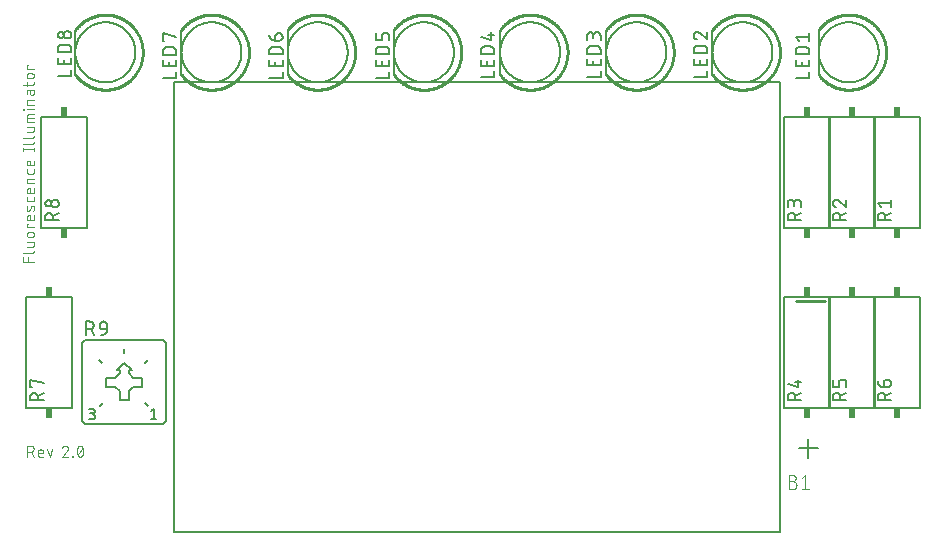
<source format=gbr>
G04 EAGLE Gerber X2 export*
%TF.Part,Single*%
%TF.FileFunction,Legend,Top,1*%
%TF.FilePolarity,Positive*%
%TF.GenerationSoftware,Autodesk,EAGLE,9.0.1*%
%TF.CreationDate,2020-01-09T19:49:54Z*%
G75*
%MOMM*%
%FSLAX34Y34*%
%LPD*%
%AMOC8*
5,1,8,0,0,1.08239X$1,22.5*%
G01*
%ADD10C,0.076200*%
%ADD11C,0.152400*%
%ADD12C,0.228600*%
%ADD13C,0.127000*%
%ADD14C,0.203200*%
%ADD15C,0.254000*%
%ADD16R,0.609600X0.952500*%


D10*
X18669Y228981D02*
X9271Y228981D01*
X9271Y233158D01*
X13448Y233158D02*
X13448Y228981D01*
X17103Y236621D02*
X9271Y236621D01*
X17103Y236622D02*
X17180Y236624D01*
X17256Y236630D01*
X17333Y236639D01*
X17409Y236652D01*
X17484Y236669D01*
X17558Y236689D01*
X17631Y236714D01*
X17702Y236741D01*
X17773Y236772D01*
X17841Y236807D01*
X17908Y236845D01*
X17973Y236886D01*
X18036Y236930D01*
X18096Y236977D01*
X18155Y237028D01*
X18210Y237081D01*
X18263Y237136D01*
X18314Y237195D01*
X18361Y237255D01*
X18405Y237318D01*
X18446Y237383D01*
X18484Y237450D01*
X18519Y237518D01*
X18550Y237589D01*
X18577Y237660D01*
X18602Y237733D01*
X18622Y237807D01*
X18639Y237882D01*
X18652Y237958D01*
X18661Y238035D01*
X18667Y238111D01*
X18669Y238188D01*
X17103Y241678D02*
X12404Y241678D01*
X17103Y241678D02*
X17180Y241680D01*
X17256Y241686D01*
X17333Y241695D01*
X17409Y241708D01*
X17484Y241725D01*
X17558Y241745D01*
X17631Y241770D01*
X17702Y241797D01*
X17773Y241828D01*
X17841Y241863D01*
X17908Y241901D01*
X17973Y241942D01*
X18036Y241986D01*
X18096Y242033D01*
X18155Y242084D01*
X18210Y242137D01*
X18263Y242192D01*
X18314Y242251D01*
X18361Y242311D01*
X18405Y242374D01*
X18446Y242439D01*
X18484Y242506D01*
X18519Y242574D01*
X18550Y242645D01*
X18577Y242716D01*
X18602Y242789D01*
X18622Y242863D01*
X18639Y242938D01*
X18652Y243014D01*
X18661Y243091D01*
X18667Y243167D01*
X18669Y243244D01*
X18669Y245854D01*
X12404Y245854D01*
X14492Y249907D02*
X16581Y249907D01*
X14492Y249908D02*
X14402Y249910D01*
X14313Y249916D01*
X14223Y249925D01*
X14134Y249939D01*
X14046Y249956D01*
X13959Y249977D01*
X13872Y250002D01*
X13787Y250031D01*
X13703Y250063D01*
X13621Y250098D01*
X13540Y250138D01*
X13461Y250180D01*
X13384Y250226D01*
X13309Y250276D01*
X13236Y250328D01*
X13165Y250384D01*
X13097Y250442D01*
X13032Y250504D01*
X12969Y250568D01*
X12909Y250635D01*
X12852Y250704D01*
X12798Y250776D01*
X12747Y250850D01*
X12699Y250926D01*
X12655Y251004D01*
X12614Y251084D01*
X12576Y251166D01*
X12542Y251249D01*
X12512Y251334D01*
X12485Y251420D01*
X12462Y251506D01*
X12443Y251594D01*
X12428Y251683D01*
X12416Y251772D01*
X12408Y251861D01*
X12404Y251951D01*
X12404Y252041D01*
X12408Y252131D01*
X12416Y252220D01*
X12428Y252309D01*
X12443Y252398D01*
X12462Y252486D01*
X12485Y252572D01*
X12512Y252658D01*
X12542Y252743D01*
X12576Y252826D01*
X12614Y252908D01*
X12655Y252988D01*
X12699Y253066D01*
X12747Y253142D01*
X12798Y253216D01*
X12852Y253288D01*
X12909Y253357D01*
X12969Y253424D01*
X13032Y253488D01*
X13097Y253550D01*
X13165Y253608D01*
X13236Y253664D01*
X13309Y253716D01*
X13384Y253766D01*
X13461Y253812D01*
X13540Y253854D01*
X13621Y253894D01*
X13703Y253929D01*
X13787Y253961D01*
X13872Y253990D01*
X13959Y254015D01*
X14046Y254036D01*
X14134Y254053D01*
X14223Y254067D01*
X14313Y254076D01*
X14402Y254082D01*
X14492Y254084D01*
X16581Y254084D01*
X16671Y254082D01*
X16760Y254076D01*
X16850Y254067D01*
X16939Y254053D01*
X17027Y254036D01*
X17114Y254015D01*
X17201Y253990D01*
X17286Y253961D01*
X17370Y253929D01*
X17452Y253894D01*
X17533Y253854D01*
X17612Y253812D01*
X17689Y253766D01*
X17764Y253716D01*
X17837Y253664D01*
X17908Y253608D01*
X17976Y253550D01*
X18041Y253488D01*
X18104Y253424D01*
X18164Y253357D01*
X18221Y253288D01*
X18275Y253216D01*
X18326Y253142D01*
X18374Y253066D01*
X18418Y252988D01*
X18459Y252908D01*
X18497Y252826D01*
X18531Y252743D01*
X18561Y252658D01*
X18588Y252572D01*
X18611Y252486D01*
X18630Y252398D01*
X18645Y252309D01*
X18657Y252220D01*
X18665Y252131D01*
X18669Y252041D01*
X18669Y251951D01*
X18665Y251861D01*
X18657Y251772D01*
X18645Y251683D01*
X18630Y251594D01*
X18611Y251506D01*
X18588Y251420D01*
X18561Y251334D01*
X18531Y251249D01*
X18497Y251166D01*
X18459Y251084D01*
X18418Y251004D01*
X18374Y250926D01*
X18326Y250850D01*
X18275Y250776D01*
X18221Y250704D01*
X18164Y250635D01*
X18104Y250568D01*
X18041Y250504D01*
X17976Y250442D01*
X17908Y250384D01*
X17837Y250328D01*
X17764Y250276D01*
X17689Y250226D01*
X17612Y250180D01*
X17533Y250138D01*
X17452Y250098D01*
X17370Y250063D01*
X17286Y250031D01*
X17201Y250002D01*
X17114Y249977D01*
X17027Y249956D01*
X16939Y249939D01*
X16850Y249925D01*
X16760Y249916D01*
X16671Y249910D01*
X16581Y249908D01*
X18669Y258188D02*
X12404Y258188D01*
X12404Y261321D01*
X13448Y261321D01*
X18669Y265799D02*
X18669Y268410D01*
X18669Y265799D02*
X18667Y265722D01*
X18661Y265646D01*
X18652Y265569D01*
X18639Y265493D01*
X18622Y265418D01*
X18602Y265344D01*
X18577Y265271D01*
X18550Y265200D01*
X18519Y265129D01*
X18484Y265061D01*
X18446Y264994D01*
X18405Y264929D01*
X18361Y264866D01*
X18314Y264806D01*
X18263Y264747D01*
X18210Y264692D01*
X18155Y264639D01*
X18096Y264588D01*
X18036Y264541D01*
X17973Y264497D01*
X17908Y264456D01*
X17841Y264418D01*
X17773Y264383D01*
X17702Y264352D01*
X17631Y264325D01*
X17558Y264300D01*
X17484Y264280D01*
X17409Y264263D01*
X17333Y264250D01*
X17256Y264241D01*
X17180Y264235D01*
X17103Y264233D01*
X14492Y264233D01*
X14402Y264235D01*
X14313Y264241D01*
X14223Y264250D01*
X14134Y264264D01*
X14046Y264281D01*
X13959Y264302D01*
X13872Y264327D01*
X13787Y264356D01*
X13703Y264388D01*
X13621Y264423D01*
X13540Y264463D01*
X13461Y264505D01*
X13384Y264551D01*
X13309Y264601D01*
X13236Y264653D01*
X13165Y264709D01*
X13097Y264767D01*
X13032Y264829D01*
X12969Y264893D01*
X12909Y264960D01*
X12852Y265029D01*
X12798Y265101D01*
X12747Y265175D01*
X12699Y265251D01*
X12655Y265329D01*
X12614Y265409D01*
X12576Y265491D01*
X12542Y265574D01*
X12512Y265659D01*
X12485Y265745D01*
X12462Y265831D01*
X12443Y265919D01*
X12428Y266008D01*
X12416Y266097D01*
X12408Y266186D01*
X12404Y266276D01*
X12404Y266366D01*
X12408Y266456D01*
X12416Y266545D01*
X12428Y266634D01*
X12443Y266723D01*
X12462Y266811D01*
X12485Y266897D01*
X12512Y266983D01*
X12542Y267068D01*
X12576Y267151D01*
X12614Y267233D01*
X12655Y267313D01*
X12699Y267391D01*
X12747Y267467D01*
X12798Y267541D01*
X12852Y267613D01*
X12909Y267682D01*
X12969Y267749D01*
X13032Y267813D01*
X13097Y267875D01*
X13165Y267933D01*
X13236Y267989D01*
X13309Y268041D01*
X13384Y268091D01*
X13461Y268137D01*
X13540Y268179D01*
X13621Y268219D01*
X13703Y268254D01*
X13787Y268286D01*
X13872Y268315D01*
X13959Y268340D01*
X14046Y268361D01*
X14134Y268378D01*
X14223Y268392D01*
X14313Y268401D01*
X14402Y268407D01*
X14492Y268409D01*
X14492Y268410D02*
X15536Y268410D01*
X15536Y264233D01*
X15014Y272941D02*
X16058Y275551D01*
X15014Y272940D02*
X14986Y272874D01*
X14953Y272809D01*
X14918Y272746D01*
X14879Y272685D01*
X14837Y272626D01*
X14792Y272570D01*
X14744Y272516D01*
X14693Y272465D01*
X14640Y272416D01*
X14583Y272371D01*
X14525Y272328D01*
X14465Y272289D01*
X14402Y272252D01*
X14337Y272220D01*
X14271Y272191D01*
X14204Y272165D01*
X14135Y272143D01*
X14065Y272125D01*
X13994Y272110D01*
X13923Y272099D01*
X13851Y272092D01*
X13779Y272089D01*
X13707Y272090D01*
X13634Y272095D01*
X13563Y272103D01*
X13491Y272115D01*
X13421Y272131D01*
X13352Y272151D01*
X13283Y272175D01*
X13216Y272202D01*
X13151Y272232D01*
X13087Y272266D01*
X13025Y272304D01*
X12965Y272344D01*
X12908Y272388D01*
X12853Y272435D01*
X12800Y272485D01*
X12751Y272537D01*
X12704Y272592D01*
X12660Y272649D01*
X12619Y272709D01*
X12582Y272771D01*
X12547Y272835D01*
X12517Y272900D01*
X12489Y272967D01*
X12466Y273035D01*
X12446Y273105D01*
X12430Y273175D01*
X12417Y273246D01*
X12409Y273318D01*
X12404Y273390D01*
X12403Y273462D01*
X12404Y273463D02*
X12408Y273614D01*
X12416Y273765D01*
X12427Y273916D01*
X12443Y274067D01*
X12463Y274217D01*
X12486Y274367D01*
X12513Y274516D01*
X12544Y274664D01*
X12579Y274812D01*
X12617Y274958D01*
X12660Y275104D01*
X12706Y275248D01*
X12755Y275391D01*
X12808Y275533D01*
X12865Y275673D01*
X12926Y275812D01*
X16058Y275551D02*
X16086Y275617D01*
X16119Y275682D01*
X16154Y275745D01*
X16193Y275806D01*
X16235Y275865D01*
X16280Y275921D01*
X16328Y275975D01*
X16379Y276026D01*
X16432Y276075D01*
X16489Y276121D01*
X16547Y276163D01*
X16607Y276202D01*
X16670Y276239D01*
X16735Y276271D01*
X16801Y276300D01*
X16868Y276326D01*
X16937Y276348D01*
X17007Y276366D01*
X17078Y276381D01*
X17149Y276392D01*
X17221Y276399D01*
X17293Y276402D01*
X17365Y276401D01*
X17438Y276396D01*
X17509Y276388D01*
X17581Y276376D01*
X17651Y276360D01*
X17720Y276340D01*
X17789Y276316D01*
X17856Y276289D01*
X17921Y276259D01*
X17985Y276225D01*
X18047Y276187D01*
X18107Y276147D01*
X18164Y276103D01*
X18219Y276056D01*
X18272Y276006D01*
X18321Y275954D01*
X18368Y275899D01*
X18412Y275842D01*
X18453Y275782D01*
X18490Y275720D01*
X18525Y275656D01*
X18555Y275591D01*
X18583Y275524D01*
X18606Y275456D01*
X18626Y275386D01*
X18642Y275316D01*
X18655Y275245D01*
X18663Y275173D01*
X18668Y275101D01*
X18669Y275029D01*
X18664Y274819D01*
X18653Y274610D01*
X18638Y274401D01*
X18618Y274193D01*
X18592Y273985D01*
X18562Y273778D01*
X18527Y273571D01*
X18487Y273366D01*
X18443Y273161D01*
X18393Y272958D01*
X18339Y272755D01*
X18279Y272554D01*
X18216Y272355D01*
X18147Y272157D01*
X18669Y281659D02*
X18669Y283747D01*
X18669Y281659D02*
X18667Y281582D01*
X18661Y281506D01*
X18652Y281429D01*
X18639Y281353D01*
X18622Y281278D01*
X18602Y281204D01*
X18577Y281131D01*
X18550Y281060D01*
X18519Y280989D01*
X18484Y280921D01*
X18446Y280854D01*
X18405Y280789D01*
X18361Y280726D01*
X18314Y280666D01*
X18263Y280607D01*
X18210Y280552D01*
X18155Y280499D01*
X18096Y280448D01*
X18036Y280401D01*
X17973Y280357D01*
X17908Y280316D01*
X17841Y280278D01*
X17773Y280243D01*
X17702Y280212D01*
X17631Y280185D01*
X17558Y280160D01*
X17484Y280140D01*
X17409Y280123D01*
X17333Y280110D01*
X17256Y280101D01*
X17180Y280095D01*
X17103Y280093D01*
X17103Y280092D02*
X13970Y280092D01*
X13970Y280093D02*
X13893Y280095D01*
X13817Y280101D01*
X13740Y280110D01*
X13664Y280123D01*
X13589Y280140D01*
X13515Y280160D01*
X13442Y280185D01*
X13371Y280212D01*
X13300Y280243D01*
X13232Y280278D01*
X13165Y280316D01*
X13100Y280357D01*
X13037Y280401D01*
X12977Y280448D01*
X12918Y280499D01*
X12863Y280552D01*
X12810Y280607D01*
X12759Y280666D01*
X12712Y280726D01*
X12668Y280789D01*
X12627Y280854D01*
X12589Y280921D01*
X12554Y280989D01*
X12523Y281060D01*
X12496Y281131D01*
X12471Y281204D01*
X12451Y281278D01*
X12434Y281353D01*
X12421Y281429D01*
X12412Y281506D01*
X12406Y281582D01*
X12404Y281659D01*
X12404Y283747D01*
X18669Y288659D02*
X18669Y291269D01*
X18669Y288659D02*
X18667Y288582D01*
X18661Y288506D01*
X18652Y288429D01*
X18639Y288353D01*
X18622Y288278D01*
X18602Y288204D01*
X18577Y288131D01*
X18550Y288060D01*
X18519Y287989D01*
X18484Y287921D01*
X18446Y287854D01*
X18405Y287789D01*
X18361Y287726D01*
X18314Y287666D01*
X18263Y287607D01*
X18210Y287552D01*
X18155Y287499D01*
X18096Y287448D01*
X18036Y287401D01*
X17973Y287357D01*
X17908Y287316D01*
X17841Y287278D01*
X17773Y287243D01*
X17702Y287212D01*
X17631Y287185D01*
X17558Y287160D01*
X17484Y287140D01*
X17409Y287123D01*
X17333Y287110D01*
X17256Y287101D01*
X17180Y287095D01*
X17103Y287093D01*
X14492Y287093D01*
X14402Y287095D01*
X14313Y287101D01*
X14223Y287110D01*
X14134Y287124D01*
X14046Y287141D01*
X13959Y287162D01*
X13872Y287187D01*
X13787Y287216D01*
X13703Y287248D01*
X13621Y287283D01*
X13540Y287323D01*
X13461Y287365D01*
X13384Y287411D01*
X13309Y287461D01*
X13236Y287513D01*
X13165Y287569D01*
X13097Y287627D01*
X13032Y287689D01*
X12969Y287753D01*
X12909Y287820D01*
X12852Y287889D01*
X12798Y287961D01*
X12747Y288035D01*
X12699Y288111D01*
X12655Y288189D01*
X12614Y288269D01*
X12576Y288351D01*
X12542Y288434D01*
X12512Y288519D01*
X12485Y288605D01*
X12462Y288691D01*
X12443Y288779D01*
X12428Y288868D01*
X12416Y288957D01*
X12408Y289046D01*
X12404Y289136D01*
X12404Y289226D01*
X12408Y289316D01*
X12416Y289405D01*
X12428Y289494D01*
X12443Y289583D01*
X12462Y289671D01*
X12485Y289757D01*
X12512Y289843D01*
X12542Y289928D01*
X12576Y290011D01*
X12614Y290093D01*
X12655Y290173D01*
X12699Y290251D01*
X12747Y290327D01*
X12798Y290401D01*
X12852Y290473D01*
X12909Y290542D01*
X12969Y290609D01*
X13032Y290673D01*
X13097Y290735D01*
X13165Y290793D01*
X13236Y290849D01*
X13309Y290901D01*
X13384Y290951D01*
X13461Y290997D01*
X13540Y291039D01*
X13621Y291079D01*
X13703Y291114D01*
X13787Y291146D01*
X13872Y291175D01*
X13959Y291200D01*
X14046Y291221D01*
X14134Y291238D01*
X14223Y291252D01*
X14313Y291261D01*
X14402Y291267D01*
X14492Y291269D01*
X15536Y291269D01*
X15536Y287093D01*
X12404Y295322D02*
X18669Y295322D01*
X12404Y295322D02*
X12404Y297933D01*
X12406Y298010D01*
X12412Y298086D01*
X12421Y298163D01*
X12434Y298239D01*
X12451Y298314D01*
X12471Y298388D01*
X12496Y298461D01*
X12523Y298532D01*
X12554Y298603D01*
X12589Y298671D01*
X12627Y298738D01*
X12668Y298803D01*
X12712Y298866D01*
X12759Y298926D01*
X12810Y298985D01*
X12863Y299040D01*
X12918Y299093D01*
X12977Y299144D01*
X13037Y299191D01*
X13100Y299235D01*
X13165Y299276D01*
X13232Y299314D01*
X13300Y299349D01*
X13371Y299380D01*
X13442Y299407D01*
X13515Y299432D01*
X13589Y299452D01*
X13664Y299469D01*
X13740Y299482D01*
X13816Y299491D01*
X13893Y299497D01*
X13970Y299499D01*
X18669Y299499D01*
X18669Y305128D02*
X18669Y307217D01*
X18669Y305128D02*
X18667Y305051D01*
X18661Y304975D01*
X18652Y304898D01*
X18639Y304822D01*
X18622Y304747D01*
X18602Y304673D01*
X18577Y304600D01*
X18550Y304529D01*
X18519Y304458D01*
X18484Y304390D01*
X18446Y304323D01*
X18405Y304258D01*
X18361Y304195D01*
X18314Y304135D01*
X18263Y304076D01*
X18210Y304021D01*
X18155Y303968D01*
X18096Y303917D01*
X18036Y303870D01*
X17973Y303826D01*
X17908Y303785D01*
X17841Y303747D01*
X17773Y303712D01*
X17702Y303681D01*
X17631Y303654D01*
X17558Y303629D01*
X17484Y303609D01*
X17409Y303592D01*
X17333Y303579D01*
X17256Y303570D01*
X17180Y303564D01*
X17103Y303562D01*
X13970Y303562D01*
X13893Y303564D01*
X13817Y303570D01*
X13740Y303579D01*
X13664Y303592D01*
X13589Y303609D01*
X13515Y303629D01*
X13442Y303654D01*
X13371Y303681D01*
X13300Y303712D01*
X13232Y303747D01*
X13165Y303785D01*
X13100Y303826D01*
X13037Y303870D01*
X12977Y303917D01*
X12918Y303968D01*
X12863Y304021D01*
X12810Y304076D01*
X12759Y304135D01*
X12712Y304195D01*
X12668Y304258D01*
X12627Y304323D01*
X12589Y304390D01*
X12554Y304458D01*
X12523Y304529D01*
X12496Y304600D01*
X12471Y304673D01*
X12451Y304747D01*
X12434Y304822D01*
X12421Y304898D01*
X12412Y304975D01*
X12406Y305051D01*
X12404Y305128D01*
X12404Y307217D01*
X18669Y312128D02*
X18669Y314739D01*
X18669Y312128D02*
X18667Y312051D01*
X18661Y311975D01*
X18652Y311898D01*
X18639Y311822D01*
X18622Y311747D01*
X18602Y311673D01*
X18577Y311600D01*
X18550Y311529D01*
X18519Y311458D01*
X18484Y311390D01*
X18446Y311323D01*
X18405Y311258D01*
X18361Y311195D01*
X18314Y311135D01*
X18263Y311076D01*
X18210Y311021D01*
X18155Y310968D01*
X18096Y310917D01*
X18036Y310870D01*
X17973Y310826D01*
X17908Y310785D01*
X17841Y310747D01*
X17773Y310712D01*
X17702Y310681D01*
X17631Y310654D01*
X17558Y310629D01*
X17484Y310609D01*
X17409Y310592D01*
X17333Y310579D01*
X17256Y310570D01*
X17180Y310564D01*
X17103Y310562D01*
X14492Y310562D01*
X14402Y310564D01*
X14313Y310570D01*
X14223Y310579D01*
X14134Y310593D01*
X14046Y310610D01*
X13959Y310631D01*
X13872Y310656D01*
X13787Y310685D01*
X13703Y310717D01*
X13621Y310752D01*
X13540Y310792D01*
X13461Y310834D01*
X13384Y310880D01*
X13309Y310930D01*
X13236Y310982D01*
X13165Y311038D01*
X13097Y311096D01*
X13032Y311158D01*
X12969Y311222D01*
X12909Y311289D01*
X12852Y311358D01*
X12798Y311430D01*
X12747Y311504D01*
X12699Y311580D01*
X12655Y311658D01*
X12614Y311738D01*
X12576Y311820D01*
X12542Y311903D01*
X12512Y311988D01*
X12485Y312074D01*
X12462Y312160D01*
X12443Y312248D01*
X12428Y312337D01*
X12416Y312426D01*
X12408Y312515D01*
X12404Y312605D01*
X12404Y312695D01*
X12408Y312785D01*
X12416Y312874D01*
X12428Y312963D01*
X12443Y313052D01*
X12462Y313140D01*
X12485Y313226D01*
X12512Y313312D01*
X12542Y313397D01*
X12576Y313480D01*
X12614Y313562D01*
X12655Y313642D01*
X12699Y313720D01*
X12747Y313796D01*
X12798Y313870D01*
X12852Y313942D01*
X12909Y314011D01*
X12969Y314078D01*
X13032Y314142D01*
X13097Y314204D01*
X13165Y314262D01*
X13236Y314318D01*
X13309Y314370D01*
X13384Y314420D01*
X13461Y314466D01*
X13540Y314508D01*
X13621Y314548D01*
X13703Y314583D01*
X13787Y314615D01*
X13872Y314644D01*
X13959Y314669D01*
X14046Y314690D01*
X14134Y314707D01*
X14223Y314721D01*
X14313Y314730D01*
X14402Y314736D01*
X14492Y314738D01*
X14492Y314739D02*
X15536Y314739D01*
X15536Y310562D01*
X18669Y324233D02*
X9271Y324233D01*
X18669Y323189D02*
X18669Y325277D01*
X9271Y325277D02*
X9271Y323189D01*
X9271Y328975D02*
X17103Y328975D01*
X17103Y328976D02*
X17180Y328978D01*
X17256Y328984D01*
X17333Y328993D01*
X17409Y329006D01*
X17484Y329023D01*
X17558Y329043D01*
X17631Y329068D01*
X17702Y329095D01*
X17773Y329126D01*
X17841Y329161D01*
X17908Y329199D01*
X17973Y329240D01*
X18036Y329284D01*
X18096Y329331D01*
X18155Y329382D01*
X18210Y329435D01*
X18263Y329490D01*
X18314Y329549D01*
X18361Y329609D01*
X18405Y329672D01*
X18446Y329737D01*
X18484Y329804D01*
X18519Y329872D01*
X18550Y329943D01*
X18577Y330014D01*
X18602Y330087D01*
X18622Y330161D01*
X18639Y330236D01*
X18652Y330312D01*
X18661Y330389D01*
X18667Y330465D01*
X18669Y330542D01*
X17103Y333852D02*
X9271Y333852D01*
X17103Y333852D02*
X17180Y333854D01*
X17256Y333860D01*
X17333Y333869D01*
X17409Y333882D01*
X17484Y333899D01*
X17558Y333919D01*
X17631Y333944D01*
X17702Y333971D01*
X17773Y334002D01*
X17841Y334037D01*
X17908Y334075D01*
X17973Y334116D01*
X18036Y334160D01*
X18096Y334207D01*
X18155Y334258D01*
X18210Y334311D01*
X18263Y334366D01*
X18314Y334425D01*
X18361Y334485D01*
X18405Y334548D01*
X18446Y334613D01*
X18484Y334680D01*
X18519Y334748D01*
X18550Y334819D01*
X18577Y334890D01*
X18602Y334963D01*
X18622Y335037D01*
X18639Y335112D01*
X18652Y335188D01*
X18661Y335265D01*
X18667Y335341D01*
X18669Y335418D01*
X17103Y338908D02*
X12404Y338908D01*
X17103Y338909D02*
X17180Y338911D01*
X17256Y338917D01*
X17333Y338926D01*
X17409Y338939D01*
X17484Y338956D01*
X17558Y338976D01*
X17631Y339001D01*
X17702Y339028D01*
X17773Y339059D01*
X17841Y339094D01*
X17908Y339132D01*
X17973Y339173D01*
X18036Y339217D01*
X18096Y339264D01*
X18155Y339315D01*
X18210Y339368D01*
X18263Y339423D01*
X18314Y339482D01*
X18361Y339542D01*
X18405Y339605D01*
X18446Y339670D01*
X18484Y339737D01*
X18519Y339805D01*
X18550Y339876D01*
X18577Y339947D01*
X18602Y340020D01*
X18622Y340094D01*
X18639Y340169D01*
X18652Y340245D01*
X18661Y340322D01*
X18667Y340398D01*
X18669Y340475D01*
X18669Y343085D01*
X12404Y343085D01*
X12404Y347618D02*
X18669Y347618D01*
X12404Y347618D02*
X12404Y352317D01*
X12406Y352394D01*
X12412Y352470D01*
X12421Y352547D01*
X12434Y352623D01*
X12451Y352698D01*
X12471Y352772D01*
X12496Y352845D01*
X12523Y352916D01*
X12554Y352987D01*
X12589Y353055D01*
X12627Y353122D01*
X12668Y353187D01*
X12712Y353250D01*
X12759Y353310D01*
X12810Y353369D01*
X12863Y353424D01*
X12918Y353477D01*
X12977Y353528D01*
X13037Y353575D01*
X13100Y353619D01*
X13165Y353660D01*
X13232Y353698D01*
X13300Y353733D01*
X13371Y353764D01*
X13442Y353791D01*
X13515Y353816D01*
X13589Y353836D01*
X13664Y353853D01*
X13740Y353866D01*
X13817Y353875D01*
X13893Y353881D01*
X13970Y353883D01*
X18669Y353883D01*
X18669Y350750D02*
X12404Y350750D01*
X12404Y358065D02*
X18669Y358065D01*
X9793Y357804D02*
X9271Y357804D01*
X9271Y358326D01*
X9793Y358326D01*
X9793Y357804D01*
X12404Y362073D02*
X18669Y362073D01*
X12404Y362073D02*
X12404Y364683D01*
X12406Y364760D01*
X12412Y364836D01*
X12421Y364913D01*
X12434Y364989D01*
X12451Y365064D01*
X12471Y365138D01*
X12496Y365211D01*
X12523Y365282D01*
X12554Y365353D01*
X12589Y365421D01*
X12627Y365488D01*
X12668Y365553D01*
X12712Y365616D01*
X12759Y365676D01*
X12810Y365735D01*
X12863Y365790D01*
X12918Y365843D01*
X12977Y365894D01*
X13037Y365941D01*
X13100Y365985D01*
X13165Y366026D01*
X13232Y366064D01*
X13300Y366099D01*
X13371Y366130D01*
X13442Y366157D01*
X13515Y366182D01*
X13589Y366202D01*
X13664Y366219D01*
X13740Y366232D01*
X13816Y366241D01*
X13893Y366247D01*
X13970Y366249D01*
X13970Y366250D02*
X18669Y366250D01*
X15014Y372084D02*
X15014Y374434D01*
X15015Y372084D02*
X15017Y372000D01*
X15023Y371915D01*
X15033Y371832D01*
X15046Y371748D01*
X15064Y371666D01*
X15085Y371584D01*
X15110Y371503D01*
X15138Y371424D01*
X15171Y371346D01*
X15207Y371270D01*
X15246Y371195D01*
X15289Y371122D01*
X15335Y371051D01*
X15384Y370983D01*
X15436Y370917D01*
X15492Y370853D01*
X15550Y370792D01*
X15611Y370734D01*
X15675Y370678D01*
X15741Y370626D01*
X15809Y370577D01*
X15880Y370531D01*
X15953Y370488D01*
X16028Y370449D01*
X16104Y370413D01*
X16182Y370380D01*
X16261Y370352D01*
X16342Y370327D01*
X16424Y370306D01*
X16506Y370288D01*
X16590Y370275D01*
X16673Y370265D01*
X16758Y370259D01*
X16842Y370257D01*
X16926Y370259D01*
X17011Y370265D01*
X17094Y370275D01*
X17178Y370288D01*
X17260Y370306D01*
X17342Y370327D01*
X17423Y370352D01*
X17502Y370380D01*
X17580Y370413D01*
X17656Y370449D01*
X17731Y370488D01*
X17804Y370531D01*
X17875Y370577D01*
X17943Y370626D01*
X18009Y370678D01*
X18073Y370734D01*
X18134Y370792D01*
X18192Y370853D01*
X18248Y370917D01*
X18300Y370983D01*
X18349Y371051D01*
X18395Y371122D01*
X18438Y371195D01*
X18477Y371270D01*
X18513Y371346D01*
X18546Y371424D01*
X18574Y371503D01*
X18599Y371584D01*
X18620Y371666D01*
X18638Y371748D01*
X18651Y371832D01*
X18661Y371915D01*
X18667Y372000D01*
X18669Y372084D01*
X18669Y374434D01*
X13970Y374434D01*
X13970Y374433D02*
X13893Y374431D01*
X13817Y374425D01*
X13740Y374416D01*
X13664Y374403D01*
X13589Y374386D01*
X13515Y374366D01*
X13442Y374341D01*
X13371Y374314D01*
X13300Y374283D01*
X13232Y374248D01*
X13165Y374210D01*
X13100Y374169D01*
X13037Y374125D01*
X12977Y374078D01*
X12918Y374027D01*
X12863Y373974D01*
X12810Y373919D01*
X12759Y373860D01*
X12712Y373800D01*
X12668Y373737D01*
X12627Y373672D01*
X12589Y373605D01*
X12554Y373537D01*
X12523Y373466D01*
X12496Y373395D01*
X12471Y373322D01*
X12451Y373248D01*
X12434Y373173D01*
X12421Y373097D01*
X12412Y373020D01*
X12406Y372944D01*
X12404Y372867D01*
X12404Y370779D01*
X12404Y377763D02*
X12404Y380896D01*
X9271Y378808D02*
X17103Y378808D01*
X17180Y378810D01*
X17256Y378816D01*
X17333Y378825D01*
X17409Y378838D01*
X17484Y378855D01*
X17558Y378875D01*
X17631Y378900D01*
X17702Y378927D01*
X17773Y378958D01*
X17841Y378993D01*
X17908Y379031D01*
X17973Y379072D01*
X18036Y379116D01*
X18096Y379163D01*
X18155Y379214D01*
X18210Y379267D01*
X18263Y379322D01*
X18314Y379381D01*
X18361Y379441D01*
X18405Y379504D01*
X18446Y379569D01*
X18484Y379636D01*
X18519Y379704D01*
X18550Y379775D01*
X18577Y379846D01*
X18602Y379919D01*
X18622Y379993D01*
X18639Y380068D01*
X18652Y380144D01*
X18661Y380221D01*
X18667Y380297D01*
X18669Y380374D01*
X18669Y380896D01*
X16581Y384323D02*
X14492Y384323D01*
X14492Y384324D02*
X14402Y384326D01*
X14313Y384332D01*
X14223Y384341D01*
X14134Y384355D01*
X14046Y384372D01*
X13959Y384393D01*
X13872Y384418D01*
X13787Y384447D01*
X13703Y384479D01*
X13621Y384514D01*
X13540Y384554D01*
X13461Y384596D01*
X13384Y384642D01*
X13309Y384692D01*
X13236Y384744D01*
X13165Y384800D01*
X13097Y384858D01*
X13032Y384920D01*
X12969Y384984D01*
X12909Y385051D01*
X12852Y385120D01*
X12798Y385192D01*
X12747Y385266D01*
X12699Y385342D01*
X12655Y385420D01*
X12614Y385500D01*
X12576Y385582D01*
X12542Y385665D01*
X12512Y385750D01*
X12485Y385836D01*
X12462Y385922D01*
X12443Y386010D01*
X12428Y386099D01*
X12416Y386188D01*
X12408Y386277D01*
X12404Y386367D01*
X12404Y386457D01*
X12408Y386547D01*
X12416Y386636D01*
X12428Y386725D01*
X12443Y386814D01*
X12462Y386902D01*
X12485Y386988D01*
X12512Y387074D01*
X12542Y387159D01*
X12576Y387242D01*
X12614Y387324D01*
X12655Y387404D01*
X12699Y387482D01*
X12747Y387558D01*
X12798Y387632D01*
X12852Y387704D01*
X12909Y387773D01*
X12969Y387840D01*
X13032Y387904D01*
X13097Y387966D01*
X13165Y388024D01*
X13236Y388080D01*
X13309Y388132D01*
X13384Y388182D01*
X13461Y388228D01*
X13540Y388270D01*
X13621Y388310D01*
X13703Y388345D01*
X13787Y388377D01*
X13872Y388406D01*
X13959Y388431D01*
X14046Y388452D01*
X14134Y388469D01*
X14223Y388483D01*
X14313Y388492D01*
X14402Y388498D01*
X14492Y388500D01*
X16581Y388500D01*
X16671Y388498D01*
X16760Y388492D01*
X16850Y388483D01*
X16939Y388469D01*
X17027Y388452D01*
X17114Y388431D01*
X17201Y388406D01*
X17286Y388377D01*
X17370Y388345D01*
X17452Y388310D01*
X17533Y388270D01*
X17612Y388228D01*
X17689Y388182D01*
X17764Y388132D01*
X17837Y388080D01*
X17908Y388024D01*
X17976Y387966D01*
X18041Y387904D01*
X18104Y387840D01*
X18164Y387773D01*
X18221Y387704D01*
X18275Y387632D01*
X18326Y387558D01*
X18374Y387482D01*
X18418Y387404D01*
X18459Y387324D01*
X18497Y387242D01*
X18531Y387159D01*
X18561Y387074D01*
X18588Y386988D01*
X18611Y386902D01*
X18630Y386814D01*
X18645Y386725D01*
X18657Y386636D01*
X18665Y386547D01*
X18669Y386457D01*
X18669Y386367D01*
X18665Y386277D01*
X18657Y386188D01*
X18645Y386099D01*
X18630Y386010D01*
X18611Y385922D01*
X18588Y385836D01*
X18561Y385750D01*
X18531Y385665D01*
X18497Y385582D01*
X18459Y385500D01*
X18418Y385420D01*
X18374Y385342D01*
X18326Y385266D01*
X18275Y385192D01*
X18221Y385120D01*
X18164Y385051D01*
X18104Y384984D01*
X18041Y384920D01*
X17976Y384858D01*
X17908Y384800D01*
X17837Y384744D01*
X17764Y384692D01*
X17689Y384642D01*
X17612Y384596D01*
X17533Y384554D01*
X17452Y384514D01*
X17370Y384479D01*
X17286Y384447D01*
X17201Y384418D01*
X17114Y384393D01*
X17027Y384372D01*
X16939Y384355D01*
X16850Y384341D01*
X16760Y384332D01*
X16671Y384326D01*
X16581Y384324D01*
X18669Y392604D02*
X12404Y392604D01*
X12404Y395737D01*
X13448Y395737D01*
X13081Y73279D02*
X13081Y63881D01*
X13081Y73279D02*
X15692Y73279D01*
X15793Y73277D01*
X15894Y73271D01*
X15995Y73261D01*
X16095Y73248D01*
X16195Y73230D01*
X16294Y73209D01*
X16392Y73183D01*
X16489Y73154D01*
X16585Y73122D01*
X16679Y73085D01*
X16772Y73045D01*
X16864Y73001D01*
X16953Y72954D01*
X17041Y72903D01*
X17127Y72849D01*
X17210Y72792D01*
X17292Y72732D01*
X17370Y72668D01*
X17447Y72602D01*
X17520Y72532D01*
X17591Y72460D01*
X17659Y72385D01*
X17724Y72307D01*
X17786Y72227D01*
X17845Y72145D01*
X17901Y72060D01*
X17953Y71973D01*
X18002Y71885D01*
X18048Y71794D01*
X18089Y71702D01*
X18128Y71608D01*
X18162Y71513D01*
X18193Y71417D01*
X18220Y71319D01*
X18244Y71221D01*
X18263Y71121D01*
X18279Y71021D01*
X18291Y70921D01*
X18299Y70820D01*
X18303Y70719D01*
X18303Y70617D01*
X18299Y70516D01*
X18291Y70415D01*
X18279Y70315D01*
X18263Y70215D01*
X18244Y70115D01*
X18220Y70017D01*
X18193Y69919D01*
X18162Y69823D01*
X18128Y69728D01*
X18089Y69634D01*
X18048Y69542D01*
X18002Y69451D01*
X17953Y69362D01*
X17901Y69276D01*
X17845Y69191D01*
X17786Y69109D01*
X17724Y69029D01*
X17659Y68951D01*
X17591Y68876D01*
X17520Y68804D01*
X17447Y68734D01*
X17370Y68668D01*
X17292Y68604D01*
X17210Y68544D01*
X17127Y68487D01*
X17041Y68433D01*
X16953Y68382D01*
X16864Y68335D01*
X16772Y68291D01*
X16679Y68251D01*
X16585Y68214D01*
X16489Y68182D01*
X16392Y68153D01*
X16294Y68127D01*
X16195Y68106D01*
X16095Y68088D01*
X15995Y68075D01*
X15894Y68065D01*
X15793Y68059D01*
X15692Y68057D01*
X15692Y68058D02*
X13081Y68058D01*
X16214Y68058D02*
X18302Y63881D01*
X23647Y63881D02*
X26257Y63881D01*
X23647Y63881D02*
X23570Y63883D01*
X23494Y63889D01*
X23417Y63898D01*
X23341Y63911D01*
X23266Y63928D01*
X23192Y63948D01*
X23119Y63973D01*
X23048Y64000D01*
X22977Y64031D01*
X22909Y64066D01*
X22842Y64104D01*
X22777Y64145D01*
X22714Y64189D01*
X22654Y64236D01*
X22595Y64287D01*
X22540Y64340D01*
X22487Y64395D01*
X22436Y64454D01*
X22389Y64514D01*
X22345Y64577D01*
X22304Y64642D01*
X22266Y64709D01*
X22231Y64777D01*
X22200Y64848D01*
X22173Y64919D01*
X22148Y64992D01*
X22128Y65066D01*
X22111Y65141D01*
X22098Y65217D01*
X22089Y65294D01*
X22083Y65370D01*
X22081Y65447D01*
X22080Y65447D02*
X22080Y68058D01*
X22081Y68058D02*
X22083Y68148D01*
X22089Y68237D01*
X22098Y68327D01*
X22112Y68416D01*
X22129Y68504D01*
X22150Y68591D01*
X22175Y68678D01*
X22204Y68763D01*
X22236Y68847D01*
X22271Y68929D01*
X22311Y69010D01*
X22353Y69089D01*
X22399Y69166D01*
X22449Y69241D01*
X22501Y69314D01*
X22557Y69385D01*
X22615Y69453D01*
X22677Y69518D01*
X22741Y69581D01*
X22808Y69641D01*
X22877Y69698D01*
X22949Y69752D01*
X23023Y69803D01*
X23099Y69851D01*
X23177Y69895D01*
X23257Y69936D01*
X23339Y69974D01*
X23422Y70008D01*
X23507Y70038D01*
X23593Y70065D01*
X23679Y70088D01*
X23767Y70107D01*
X23856Y70122D01*
X23945Y70134D01*
X24034Y70142D01*
X24124Y70146D01*
X24214Y70146D01*
X24304Y70142D01*
X24393Y70134D01*
X24482Y70122D01*
X24571Y70107D01*
X24659Y70088D01*
X24745Y70065D01*
X24831Y70038D01*
X24916Y70008D01*
X24999Y69974D01*
X25081Y69936D01*
X25161Y69895D01*
X25239Y69851D01*
X25315Y69803D01*
X25389Y69752D01*
X25461Y69698D01*
X25530Y69641D01*
X25597Y69581D01*
X25661Y69518D01*
X25723Y69453D01*
X25781Y69385D01*
X25837Y69314D01*
X25889Y69241D01*
X25939Y69166D01*
X25985Y69089D01*
X26027Y69010D01*
X26067Y68929D01*
X26102Y68847D01*
X26134Y68763D01*
X26163Y68678D01*
X26188Y68591D01*
X26209Y68504D01*
X26226Y68416D01*
X26240Y68327D01*
X26249Y68237D01*
X26255Y68148D01*
X26257Y68058D01*
X26257Y67014D01*
X22080Y67014D01*
X29700Y70146D02*
X31789Y63881D01*
X33877Y70146D01*
X45156Y73280D02*
X45251Y73278D01*
X45345Y73272D01*
X45439Y73263D01*
X45533Y73250D01*
X45626Y73233D01*
X45718Y73212D01*
X45810Y73187D01*
X45900Y73159D01*
X45989Y73127D01*
X46077Y73092D01*
X46163Y73053D01*
X46248Y73011D01*
X46331Y72965D01*
X46412Y72916D01*
X46491Y72864D01*
X46568Y72809D01*
X46642Y72750D01*
X46714Y72689D01*
X46784Y72625D01*
X46851Y72558D01*
X46915Y72488D01*
X46976Y72416D01*
X47035Y72342D01*
X47090Y72265D01*
X47142Y72186D01*
X47191Y72105D01*
X47237Y72022D01*
X47279Y71937D01*
X47318Y71851D01*
X47353Y71763D01*
X47385Y71674D01*
X47413Y71584D01*
X47438Y71492D01*
X47459Y71400D01*
X47476Y71307D01*
X47489Y71213D01*
X47498Y71119D01*
X47504Y71025D01*
X47506Y70930D01*
X45156Y73279D02*
X45048Y73277D01*
X44939Y73271D01*
X44831Y73261D01*
X44724Y73248D01*
X44617Y73230D01*
X44510Y73209D01*
X44405Y73184D01*
X44300Y73155D01*
X44197Y73123D01*
X44095Y73086D01*
X43994Y73046D01*
X43895Y73003D01*
X43797Y72956D01*
X43701Y72905D01*
X43607Y72851D01*
X43515Y72794D01*
X43425Y72733D01*
X43337Y72669D01*
X43252Y72603D01*
X43169Y72533D01*
X43089Y72460D01*
X43011Y72384D01*
X42936Y72306D01*
X42864Y72225D01*
X42795Y72141D01*
X42729Y72055D01*
X42666Y71967D01*
X42607Y71876D01*
X42550Y71784D01*
X42497Y71689D01*
X42448Y71593D01*
X42402Y71494D01*
X42359Y71395D01*
X42320Y71293D01*
X42285Y71191D01*
X46723Y69102D02*
X46792Y69171D01*
X46858Y69242D01*
X46922Y69315D01*
X46983Y69391D01*
X47041Y69470D01*
X47095Y69550D01*
X47147Y69633D01*
X47195Y69717D01*
X47241Y69803D01*
X47282Y69891D01*
X47321Y69981D01*
X47356Y70072D01*
X47387Y70164D01*
X47415Y70257D01*
X47439Y70351D01*
X47459Y70446D01*
X47476Y70542D01*
X47489Y70639D01*
X47498Y70736D01*
X47504Y70833D01*
X47506Y70930D01*
X46722Y69102D02*
X42285Y63881D01*
X47506Y63881D01*
X51035Y63881D02*
X51035Y64403D01*
X51557Y64403D01*
X51557Y63881D01*
X51035Y63881D01*
X55086Y68580D02*
X55088Y68765D01*
X55095Y68950D01*
X55106Y69134D01*
X55121Y69318D01*
X55141Y69502D01*
X55165Y69686D01*
X55194Y69868D01*
X55227Y70050D01*
X55264Y70231D01*
X55306Y70411D01*
X55352Y70591D01*
X55402Y70769D01*
X55456Y70945D01*
X55515Y71121D01*
X55577Y71295D01*
X55644Y71467D01*
X55715Y71638D01*
X55790Y71807D01*
X55869Y71974D01*
X55899Y72054D01*
X55932Y72133D01*
X55969Y72210D01*
X56009Y72286D01*
X56052Y72360D01*
X56098Y72432D01*
X56148Y72501D01*
X56200Y72569D01*
X56256Y72634D01*
X56314Y72697D01*
X56376Y72756D01*
X56439Y72814D01*
X56506Y72868D01*
X56574Y72919D01*
X56645Y72967D01*
X56718Y73012D01*
X56792Y73054D01*
X56869Y73092D01*
X56947Y73127D01*
X57026Y73159D01*
X57107Y73187D01*
X57189Y73211D01*
X57273Y73232D01*
X57356Y73249D01*
X57441Y73262D01*
X57526Y73271D01*
X57611Y73277D01*
X57697Y73279D01*
X57783Y73277D01*
X57868Y73271D01*
X57953Y73262D01*
X58038Y73249D01*
X58121Y73232D01*
X58205Y73211D01*
X58287Y73187D01*
X58368Y73159D01*
X58447Y73127D01*
X58525Y73092D01*
X58602Y73054D01*
X58676Y73012D01*
X58749Y72967D01*
X58820Y72919D01*
X58888Y72868D01*
X58955Y72814D01*
X59018Y72756D01*
X59080Y72697D01*
X59138Y72634D01*
X59194Y72569D01*
X59246Y72501D01*
X59296Y72432D01*
X59342Y72360D01*
X59385Y72286D01*
X59425Y72210D01*
X59462Y72133D01*
X59495Y72054D01*
X59525Y71974D01*
X59604Y71807D01*
X59679Y71638D01*
X59750Y71467D01*
X59817Y71295D01*
X59879Y71121D01*
X59938Y70945D01*
X59992Y70769D01*
X60042Y70591D01*
X60088Y70411D01*
X60130Y70231D01*
X60167Y70050D01*
X60200Y69868D01*
X60229Y69686D01*
X60253Y69502D01*
X60273Y69318D01*
X60288Y69134D01*
X60299Y68950D01*
X60306Y68765D01*
X60308Y68580D01*
X55086Y68580D02*
X55088Y68395D01*
X55095Y68210D01*
X55106Y68026D01*
X55121Y67842D01*
X55141Y67658D01*
X55165Y67474D01*
X55194Y67292D01*
X55227Y67110D01*
X55264Y66929D01*
X55306Y66749D01*
X55352Y66569D01*
X55402Y66391D01*
X55456Y66215D01*
X55515Y66039D01*
X55577Y65865D01*
X55644Y65693D01*
X55715Y65522D01*
X55790Y65353D01*
X55869Y65186D01*
X55899Y65106D01*
X55932Y65027D01*
X55969Y64950D01*
X56009Y64874D01*
X56052Y64800D01*
X56098Y64728D01*
X56148Y64659D01*
X56201Y64591D01*
X56256Y64526D01*
X56315Y64463D01*
X56376Y64404D01*
X56439Y64346D01*
X56506Y64292D01*
X56574Y64241D01*
X56645Y64193D01*
X56718Y64148D01*
X56792Y64106D01*
X56869Y64068D01*
X56947Y64033D01*
X57026Y64001D01*
X57107Y63973D01*
X57189Y63949D01*
X57273Y63928D01*
X57356Y63911D01*
X57441Y63898D01*
X57526Y63889D01*
X57611Y63883D01*
X57697Y63881D01*
X59524Y65186D02*
X59603Y65353D01*
X59678Y65522D01*
X59749Y65693D01*
X59816Y65865D01*
X59878Y66039D01*
X59937Y66215D01*
X59991Y66391D01*
X60041Y66569D01*
X60087Y66749D01*
X60129Y66929D01*
X60166Y67110D01*
X60199Y67292D01*
X60228Y67474D01*
X60252Y67658D01*
X60272Y67842D01*
X60287Y68026D01*
X60298Y68210D01*
X60305Y68395D01*
X60307Y68580D01*
X59525Y65186D02*
X59495Y65106D01*
X59462Y65027D01*
X59425Y64950D01*
X59385Y64874D01*
X59342Y64800D01*
X59296Y64728D01*
X59246Y64659D01*
X59194Y64591D01*
X59138Y64526D01*
X59080Y64463D01*
X59018Y64404D01*
X58955Y64346D01*
X58888Y64292D01*
X58820Y64241D01*
X58749Y64193D01*
X58676Y64148D01*
X58602Y64106D01*
X58525Y64068D01*
X58447Y64033D01*
X58368Y64001D01*
X58287Y63973D01*
X58205Y63949D01*
X58121Y63928D01*
X58038Y63911D01*
X57953Y63898D01*
X57868Y63889D01*
X57783Y63883D01*
X57697Y63881D01*
X55608Y65969D02*
X59785Y71191D01*
D11*
X666242Y71007D02*
X682159Y71007D01*
X674201Y63048D02*
X674201Y78966D01*
D12*
X664083Y195411D02*
X687959Y195411D01*
D13*
X650240Y381000D02*
X137160Y381000D01*
X650240Y381000D02*
X650240Y0D01*
X137160Y0D01*
X137160Y381000D01*
D10*
X657606Y43208D02*
X660922Y43208D01*
X661036Y43206D01*
X661151Y43200D01*
X661265Y43190D01*
X661378Y43176D01*
X661492Y43159D01*
X661604Y43137D01*
X661716Y43112D01*
X661826Y43082D01*
X661936Y43049D01*
X662044Y43012D01*
X662151Y42972D01*
X662257Y42927D01*
X662361Y42880D01*
X662463Y42828D01*
X662563Y42773D01*
X662662Y42715D01*
X662758Y42653D01*
X662853Y42588D01*
X662944Y42520D01*
X663034Y42448D01*
X663121Y42374D01*
X663205Y42297D01*
X663287Y42216D01*
X663366Y42133D01*
X663442Y42048D01*
X663515Y41959D01*
X663584Y41869D01*
X663651Y41776D01*
X663714Y41680D01*
X663774Y41583D01*
X663831Y41483D01*
X663884Y41382D01*
X663934Y41279D01*
X663980Y41174D01*
X664023Y41068D01*
X664061Y40960D01*
X664096Y40851D01*
X664127Y40741D01*
X664155Y40630D01*
X664178Y40518D01*
X664198Y40405D01*
X664214Y40292D01*
X664226Y40178D01*
X664234Y40064D01*
X664238Y39949D01*
X664238Y39835D01*
X664234Y39720D01*
X664226Y39606D01*
X664214Y39492D01*
X664198Y39379D01*
X664178Y39266D01*
X664155Y39154D01*
X664127Y39043D01*
X664096Y38933D01*
X664061Y38824D01*
X664023Y38716D01*
X663980Y38610D01*
X663934Y38505D01*
X663884Y38402D01*
X663831Y38301D01*
X663774Y38201D01*
X663714Y38104D01*
X663651Y38008D01*
X663584Y37915D01*
X663515Y37825D01*
X663442Y37736D01*
X663366Y37651D01*
X663287Y37568D01*
X663205Y37487D01*
X663121Y37410D01*
X663034Y37336D01*
X662944Y37264D01*
X662853Y37196D01*
X662758Y37131D01*
X662662Y37069D01*
X662563Y37011D01*
X662463Y36956D01*
X662361Y36904D01*
X662257Y36857D01*
X662151Y36812D01*
X662044Y36772D01*
X661936Y36735D01*
X661826Y36702D01*
X661716Y36672D01*
X661604Y36647D01*
X661492Y36625D01*
X661378Y36608D01*
X661265Y36594D01*
X661151Y36584D01*
X661036Y36578D01*
X660922Y36576D01*
X657606Y36576D01*
X657606Y48514D01*
X660922Y48514D01*
X661024Y48512D01*
X661125Y48506D01*
X661226Y48496D01*
X661327Y48483D01*
X661427Y48465D01*
X661526Y48444D01*
X661625Y48419D01*
X661722Y48390D01*
X661819Y48358D01*
X661914Y48322D01*
X662007Y48282D01*
X662099Y48239D01*
X662189Y48192D01*
X662278Y48141D01*
X662364Y48088D01*
X662448Y48031D01*
X662530Y47971D01*
X662610Y47908D01*
X662687Y47842D01*
X662762Y47773D01*
X662834Y47701D01*
X662903Y47626D01*
X662969Y47549D01*
X663032Y47469D01*
X663092Y47387D01*
X663149Y47303D01*
X663202Y47217D01*
X663253Y47128D01*
X663300Y47038D01*
X663343Y46946D01*
X663383Y46853D01*
X663419Y46758D01*
X663451Y46661D01*
X663480Y46564D01*
X663505Y46465D01*
X663526Y46366D01*
X663544Y46266D01*
X663557Y46165D01*
X663567Y46064D01*
X663573Y45963D01*
X663575Y45861D01*
X663573Y45759D01*
X663567Y45658D01*
X663557Y45557D01*
X663544Y45456D01*
X663526Y45356D01*
X663505Y45257D01*
X663480Y45158D01*
X663451Y45061D01*
X663419Y44964D01*
X663383Y44869D01*
X663343Y44776D01*
X663300Y44684D01*
X663253Y44594D01*
X663202Y44505D01*
X663149Y44419D01*
X663092Y44335D01*
X663032Y44253D01*
X662969Y44173D01*
X662903Y44096D01*
X662834Y44021D01*
X662762Y43949D01*
X662687Y43880D01*
X662610Y43814D01*
X662530Y43751D01*
X662448Y43691D01*
X662364Y43634D01*
X662278Y43581D01*
X662189Y43530D01*
X662099Y43483D01*
X662007Y43440D01*
X661914Y43400D01*
X661819Y43364D01*
X661722Y43332D01*
X661625Y43303D01*
X661526Y43278D01*
X661427Y43257D01*
X661327Y43239D01*
X661226Y43226D01*
X661125Y43216D01*
X661024Y43210D01*
X660922Y43208D01*
X668507Y45861D02*
X671823Y48514D01*
X671823Y36576D01*
X668507Y36576D02*
X675139Y36576D01*
D14*
X683006Y387350D02*
X683006Y425450D01*
D15*
X683480Y426066D01*
X683969Y426671D01*
X684473Y427263D01*
X684991Y427843D01*
X685523Y428410D01*
X686069Y428964D01*
X686628Y429504D01*
X687201Y430030D01*
X687786Y430543D01*
X688383Y431040D01*
X688992Y431523D01*
X689613Y431991D01*
X690246Y432444D01*
X690889Y432881D01*
X691543Y433302D01*
X692207Y433706D01*
X692880Y434095D01*
X693563Y434467D01*
X694255Y434822D01*
X694955Y435160D01*
X695663Y435481D01*
X696379Y435784D01*
X697103Y436070D01*
X697832Y436338D01*
X698569Y436588D01*
X699311Y436819D01*
X700059Y437033D01*
X700811Y437228D01*
X701569Y437405D01*
X702330Y437563D01*
X703095Y437703D01*
X703863Y437823D01*
X704634Y437925D01*
X705407Y438008D01*
X706182Y438072D01*
X706958Y438117D01*
X707735Y438143D01*
X708513Y438150D01*
X709290Y438138D01*
X710067Y438107D01*
X710843Y438056D01*
X711618Y437987D01*
X712390Y437899D01*
X713160Y437792D01*
X713928Y437666D01*
X714692Y437522D01*
X715452Y437358D01*
X716208Y437176D01*
X716959Y436976D01*
X717706Y436758D01*
X718446Y436521D01*
X719181Y436266D01*
X719909Y435993D01*
X720630Y435702D01*
X721344Y435394D01*
X722050Y435069D01*
X722748Y434726D01*
X723438Y434366D01*
X724118Y433990D01*
X724789Y433597D01*
X725450Y433187D01*
X726101Y432762D01*
X726741Y432321D01*
X727370Y431864D01*
X727988Y431392D01*
X728594Y430905D01*
X729188Y430403D01*
X729770Y429887D01*
X730339Y429357D01*
X730894Y428813D01*
X731437Y428255D01*
X731965Y427685D01*
X732479Y427102D01*
X732979Y426506D01*
X733464Y425898D01*
X733934Y425279D01*
X734388Y424648D01*
X734827Y424006D01*
X735251Y423354D01*
X735658Y422691D01*
X736049Y422019D01*
X736423Y421337D01*
X736780Y420647D01*
X737120Y419948D01*
X737444Y419240D01*
X737749Y418526D01*
X738038Y417803D01*
X738308Y417074D01*
X738560Y416339D01*
X738795Y415597D01*
X739011Y414850D01*
X739209Y414098D01*
X739388Y413342D01*
X739549Y412581D01*
X739691Y411817D01*
X739814Y411049D01*
X739918Y410278D01*
X740004Y409505D01*
X740070Y408731D01*
X740118Y407955D01*
X740146Y407178D01*
X740156Y406400D01*
X740146Y405622D01*
X740118Y404845D01*
X740070Y404069D01*
X740004Y403295D01*
X739918Y402522D01*
X739814Y401751D01*
X739691Y400983D01*
X739549Y400219D01*
X739388Y399458D01*
X739209Y398702D01*
X739011Y397950D01*
X738795Y397203D01*
X738560Y396461D01*
X738308Y395726D01*
X738038Y394997D01*
X737749Y394274D01*
X737444Y393560D01*
X737120Y392852D01*
X736780Y392153D01*
X736423Y391463D01*
X736049Y390781D01*
X735658Y390109D01*
X735251Y389446D01*
X734827Y388794D01*
X734388Y388152D01*
X733934Y387521D01*
X733464Y386902D01*
X732979Y386294D01*
X732479Y385698D01*
X731965Y385115D01*
X731437Y384545D01*
X730894Y383987D01*
X730339Y383443D01*
X729770Y382913D01*
X729188Y382397D01*
X728594Y381895D01*
X727988Y381408D01*
X727370Y380936D01*
X726741Y380479D01*
X726101Y380038D01*
X725450Y379613D01*
X724789Y379203D01*
X724118Y378810D01*
X723438Y378434D01*
X722748Y378074D01*
X722050Y377731D01*
X721344Y377406D01*
X720630Y377098D01*
X719909Y376807D01*
X719181Y376534D01*
X718446Y376279D01*
X717706Y376042D01*
X716959Y375824D01*
X716208Y375624D01*
X715452Y375442D01*
X714692Y375278D01*
X713928Y375134D01*
X713160Y375008D01*
X712390Y374901D01*
X711618Y374813D01*
X710843Y374744D01*
X710067Y374693D01*
X709290Y374662D01*
X708513Y374650D01*
X707735Y374657D01*
X706958Y374683D01*
X706182Y374728D01*
X705407Y374792D01*
X704634Y374875D01*
X703863Y374977D01*
X703095Y375097D01*
X702330Y375237D01*
X701569Y375395D01*
X700811Y375572D01*
X700059Y375767D01*
X699311Y375981D01*
X698569Y376212D01*
X697832Y376462D01*
X697103Y376730D01*
X696379Y377016D01*
X695663Y377319D01*
X694955Y377640D01*
X694255Y377978D01*
X693563Y378333D01*
X692880Y378705D01*
X692207Y379094D01*
X691543Y379498D01*
X690889Y379919D01*
X690246Y380356D01*
X689613Y380809D01*
X688992Y381277D01*
X688383Y381760D01*
X687786Y382257D01*
X687201Y382770D01*
X686628Y383296D01*
X686069Y383836D01*
X685523Y384390D01*
X684991Y384957D01*
X684473Y385537D01*
X683969Y386129D01*
X683480Y386734D01*
X683006Y387350D01*
D11*
X683006Y406400D02*
X683014Y407023D01*
X683037Y407646D01*
X683075Y408269D01*
X683128Y408890D01*
X683197Y409509D01*
X683281Y410127D01*
X683380Y410742D01*
X683494Y411355D01*
X683623Y411965D01*
X683767Y412572D01*
X683926Y413175D01*
X684100Y413773D01*
X684288Y414368D01*
X684491Y414957D01*
X684708Y415541D01*
X684939Y416120D01*
X685185Y416693D01*
X685445Y417260D01*
X685718Y417820D01*
X686005Y418373D01*
X686306Y418920D01*
X686620Y419458D01*
X686947Y419989D01*
X687287Y420511D01*
X687639Y421026D01*
X688005Y421531D01*
X688382Y422027D01*
X688772Y422514D01*
X689173Y422991D01*
X689586Y423458D01*
X690010Y423914D01*
X690445Y424361D01*
X690892Y424796D01*
X691348Y425220D01*
X691815Y425633D01*
X692292Y426034D01*
X692779Y426424D01*
X693275Y426801D01*
X693780Y427167D01*
X694295Y427519D01*
X694817Y427859D01*
X695348Y428186D01*
X695886Y428500D01*
X696433Y428801D01*
X696986Y429088D01*
X697546Y429361D01*
X698113Y429621D01*
X698686Y429867D01*
X699265Y430098D01*
X699849Y430315D01*
X700438Y430518D01*
X701033Y430706D01*
X701631Y430880D01*
X702234Y431039D01*
X702841Y431183D01*
X703451Y431312D01*
X704064Y431426D01*
X704679Y431525D01*
X705297Y431609D01*
X705916Y431678D01*
X706537Y431731D01*
X707160Y431769D01*
X707783Y431792D01*
X708406Y431800D01*
X709029Y431792D01*
X709652Y431769D01*
X710275Y431731D01*
X710896Y431678D01*
X711515Y431609D01*
X712133Y431525D01*
X712748Y431426D01*
X713361Y431312D01*
X713971Y431183D01*
X714578Y431039D01*
X715181Y430880D01*
X715779Y430706D01*
X716374Y430518D01*
X716963Y430315D01*
X717547Y430098D01*
X718126Y429867D01*
X718699Y429621D01*
X719266Y429361D01*
X719826Y429088D01*
X720379Y428801D01*
X720926Y428500D01*
X721464Y428186D01*
X721995Y427859D01*
X722517Y427519D01*
X723032Y427167D01*
X723537Y426801D01*
X724033Y426424D01*
X724520Y426034D01*
X724997Y425633D01*
X725464Y425220D01*
X725920Y424796D01*
X726367Y424361D01*
X726802Y423914D01*
X727226Y423458D01*
X727639Y422991D01*
X728040Y422514D01*
X728430Y422027D01*
X728807Y421531D01*
X729173Y421026D01*
X729525Y420511D01*
X729865Y419989D01*
X730192Y419458D01*
X730506Y418920D01*
X730807Y418373D01*
X731094Y417820D01*
X731367Y417260D01*
X731627Y416693D01*
X731873Y416120D01*
X732104Y415541D01*
X732321Y414957D01*
X732524Y414368D01*
X732712Y413773D01*
X732886Y413175D01*
X733045Y412572D01*
X733189Y411965D01*
X733318Y411355D01*
X733432Y410742D01*
X733531Y410127D01*
X733615Y409509D01*
X733684Y408890D01*
X733737Y408269D01*
X733775Y407646D01*
X733798Y407023D01*
X733806Y406400D01*
X733798Y405777D01*
X733775Y405154D01*
X733737Y404531D01*
X733684Y403910D01*
X733615Y403291D01*
X733531Y402673D01*
X733432Y402058D01*
X733318Y401445D01*
X733189Y400835D01*
X733045Y400228D01*
X732886Y399625D01*
X732712Y399027D01*
X732524Y398432D01*
X732321Y397843D01*
X732104Y397259D01*
X731873Y396680D01*
X731627Y396107D01*
X731367Y395540D01*
X731094Y394980D01*
X730807Y394427D01*
X730506Y393880D01*
X730192Y393342D01*
X729865Y392811D01*
X729525Y392289D01*
X729173Y391774D01*
X728807Y391269D01*
X728430Y390773D01*
X728040Y390286D01*
X727639Y389809D01*
X727226Y389342D01*
X726802Y388886D01*
X726367Y388439D01*
X725920Y388004D01*
X725464Y387580D01*
X724997Y387167D01*
X724520Y386766D01*
X724033Y386376D01*
X723537Y385999D01*
X723032Y385633D01*
X722517Y385281D01*
X721995Y384941D01*
X721464Y384614D01*
X720926Y384300D01*
X720379Y383999D01*
X719826Y383712D01*
X719266Y383439D01*
X718699Y383179D01*
X718126Y382933D01*
X717547Y382702D01*
X716963Y382485D01*
X716374Y382282D01*
X715779Y382094D01*
X715181Y381920D01*
X714578Y381761D01*
X713971Y381617D01*
X713361Y381488D01*
X712748Y381374D01*
X712133Y381275D01*
X711515Y381191D01*
X710896Y381122D01*
X710275Y381069D01*
X709652Y381031D01*
X709029Y381008D01*
X708406Y381000D01*
X707783Y381008D01*
X707160Y381031D01*
X706537Y381069D01*
X705916Y381122D01*
X705297Y381191D01*
X704679Y381275D01*
X704064Y381374D01*
X703451Y381488D01*
X702841Y381617D01*
X702234Y381761D01*
X701631Y381920D01*
X701033Y382094D01*
X700438Y382282D01*
X699849Y382485D01*
X699265Y382702D01*
X698686Y382933D01*
X698113Y383179D01*
X697546Y383439D01*
X696986Y383712D01*
X696433Y383999D01*
X695886Y384300D01*
X695348Y384614D01*
X694817Y384941D01*
X694295Y385281D01*
X693780Y385633D01*
X693275Y385999D01*
X692779Y386376D01*
X692292Y386766D01*
X691815Y387167D01*
X691348Y387580D01*
X690892Y388004D01*
X690445Y388439D01*
X690010Y388886D01*
X689586Y389342D01*
X689173Y389809D01*
X688772Y390286D01*
X688382Y390773D01*
X688005Y391269D01*
X687639Y391774D01*
X687287Y392289D01*
X686947Y392811D01*
X686620Y393342D01*
X686306Y393880D01*
X686005Y394427D01*
X685718Y394980D01*
X685445Y395540D01*
X685185Y396107D01*
X684939Y396680D01*
X684708Y397259D01*
X684491Y397843D01*
X684288Y398432D01*
X684100Y399027D01*
X683926Y399625D01*
X683767Y400228D01*
X683623Y400835D01*
X683494Y401445D01*
X683380Y402058D01*
X683281Y402673D01*
X683197Y403291D01*
X683128Y403910D01*
X683075Y404531D01*
X683037Y405154D01*
X683014Y405777D01*
X683006Y406400D01*
D13*
X675005Y384716D02*
X663575Y384716D01*
X675005Y384716D02*
X675005Y389796D01*
X675005Y394622D02*
X675005Y399702D01*
X675005Y394622D02*
X663575Y394622D01*
X663575Y399702D01*
X668655Y398432D02*
X668655Y394622D01*
X663575Y404503D02*
X675005Y404503D01*
X663575Y404503D02*
X663575Y407678D01*
X663577Y407789D01*
X663583Y407899D01*
X663592Y408010D01*
X663606Y408120D01*
X663623Y408229D01*
X663644Y408338D01*
X663669Y408446D01*
X663698Y408553D01*
X663730Y408659D01*
X663766Y408764D01*
X663806Y408867D01*
X663849Y408969D01*
X663896Y409070D01*
X663947Y409169D01*
X664000Y409266D01*
X664057Y409360D01*
X664118Y409453D01*
X664181Y409544D01*
X664248Y409633D01*
X664318Y409719D01*
X664391Y409802D01*
X664466Y409884D01*
X664544Y409962D01*
X664626Y410037D01*
X664709Y410110D01*
X664795Y410180D01*
X664884Y410247D01*
X664975Y410310D01*
X665068Y410371D01*
X665163Y410428D01*
X665259Y410481D01*
X665358Y410532D01*
X665459Y410579D01*
X665561Y410622D01*
X665664Y410662D01*
X665769Y410698D01*
X665875Y410730D01*
X665982Y410759D01*
X666090Y410784D01*
X666199Y410805D01*
X666308Y410822D01*
X666418Y410836D01*
X666529Y410845D01*
X666639Y410851D01*
X666750Y410853D01*
X671830Y410853D01*
X671941Y410851D01*
X672051Y410845D01*
X672162Y410836D01*
X672272Y410822D01*
X672381Y410805D01*
X672490Y410784D01*
X672598Y410759D01*
X672705Y410730D01*
X672811Y410698D01*
X672916Y410662D01*
X673019Y410622D01*
X673121Y410579D01*
X673222Y410532D01*
X673321Y410481D01*
X673418Y410428D01*
X673512Y410371D01*
X673605Y410310D01*
X673696Y410247D01*
X673785Y410180D01*
X673871Y410110D01*
X673954Y410037D01*
X674036Y409962D01*
X674114Y409884D01*
X674189Y409802D01*
X674262Y409719D01*
X674332Y409633D01*
X674399Y409544D01*
X674462Y409453D01*
X674523Y409360D01*
X674580Y409266D01*
X674633Y409169D01*
X674684Y409070D01*
X674731Y408969D01*
X674774Y408867D01*
X674814Y408764D01*
X674850Y408659D01*
X674882Y408553D01*
X674911Y408446D01*
X674936Y408338D01*
X674957Y408229D01*
X674974Y408120D01*
X674988Y408010D01*
X674997Y407899D01*
X675003Y407789D01*
X675005Y407678D01*
X675005Y404503D01*
X666115Y416314D02*
X663575Y419489D01*
X675005Y419489D01*
X675005Y416314D02*
X675005Y422664D01*
D14*
X593090Y425450D02*
X593090Y387350D01*
D15*
X593564Y386734D01*
X594053Y386129D01*
X594557Y385537D01*
X595075Y384957D01*
X595607Y384390D01*
X596153Y383836D01*
X596712Y383296D01*
X597285Y382770D01*
X597870Y382257D01*
X598467Y381760D01*
X599076Y381277D01*
X599697Y380809D01*
X600330Y380356D01*
X600973Y379919D01*
X601627Y379498D01*
X602291Y379094D01*
X602964Y378705D01*
X603647Y378333D01*
X604339Y377978D01*
X605039Y377640D01*
X605747Y377319D01*
X606463Y377016D01*
X607187Y376730D01*
X607916Y376462D01*
X608653Y376212D01*
X609395Y375981D01*
X610143Y375767D01*
X610895Y375572D01*
X611653Y375395D01*
X612414Y375237D01*
X613179Y375097D01*
X613947Y374977D01*
X614718Y374875D01*
X615491Y374792D01*
X616266Y374728D01*
X617042Y374683D01*
X617819Y374657D01*
X618597Y374650D01*
X619374Y374662D01*
X620151Y374693D01*
X620927Y374744D01*
X621702Y374813D01*
X622474Y374901D01*
X623244Y375008D01*
X624012Y375134D01*
X624776Y375278D01*
X625536Y375442D01*
X626292Y375624D01*
X627043Y375824D01*
X627790Y376042D01*
X628530Y376279D01*
X629265Y376534D01*
X629993Y376807D01*
X630714Y377098D01*
X631428Y377406D01*
X632134Y377731D01*
X632832Y378074D01*
X633522Y378434D01*
X634202Y378810D01*
X634873Y379203D01*
X635534Y379613D01*
X636185Y380038D01*
X636825Y380479D01*
X637454Y380936D01*
X638072Y381408D01*
X638678Y381895D01*
X639272Y382397D01*
X639854Y382913D01*
X640423Y383443D01*
X640978Y383987D01*
X641521Y384545D01*
X642049Y385115D01*
X642563Y385698D01*
X643063Y386294D01*
X643548Y386902D01*
X644018Y387521D01*
X644472Y388152D01*
X644911Y388794D01*
X645335Y389446D01*
X645742Y390109D01*
X646133Y390781D01*
X646507Y391463D01*
X646864Y392153D01*
X647204Y392852D01*
X647528Y393560D01*
X647833Y394274D01*
X648122Y394997D01*
X648392Y395726D01*
X648644Y396461D01*
X648879Y397203D01*
X649095Y397950D01*
X649293Y398702D01*
X649472Y399458D01*
X649633Y400219D01*
X649775Y400983D01*
X649898Y401751D01*
X650002Y402522D01*
X650088Y403295D01*
X650154Y404069D01*
X650202Y404845D01*
X650230Y405622D01*
X650240Y406400D01*
X650230Y407178D01*
X650202Y407955D01*
X650154Y408731D01*
X650088Y409505D01*
X650002Y410278D01*
X649898Y411049D01*
X649775Y411817D01*
X649633Y412581D01*
X649472Y413342D01*
X649293Y414098D01*
X649095Y414850D01*
X648879Y415597D01*
X648644Y416339D01*
X648392Y417074D01*
X648122Y417803D01*
X647833Y418526D01*
X647528Y419240D01*
X647204Y419948D01*
X646864Y420647D01*
X646507Y421337D01*
X646133Y422019D01*
X645742Y422691D01*
X645335Y423354D01*
X644911Y424006D01*
X644472Y424648D01*
X644018Y425279D01*
X643548Y425898D01*
X643063Y426506D01*
X642563Y427102D01*
X642049Y427685D01*
X641521Y428255D01*
X640978Y428813D01*
X640423Y429357D01*
X639854Y429887D01*
X639272Y430403D01*
X638678Y430905D01*
X638072Y431392D01*
X637454Y431864D01*
X636825Y432321D01*
X636185Y432762D01*
X635534Y433187D01*
X634873Y433597D01*
X634202Y433990D01*
X633522Y434366D01*
X632832Y434726D01*
X632134Y435069D01*
X631428Y435394D01*
X630714Y435702D01*
X629993Y435993D01*
X629265Y436266D01*
X628530Y436521D01*
X627790Y436758D01*
X627043Y436976D01*
X626292Y437176D01*
X625536Y437358D01*
X624776Y437522D01*
X624012Y437666D01*
X623244Y437792D01*
X622474Y437899D01*
X621702Y437987D01*
X620927Y438056D01*
X620151Y438107D01*
X619374Y438138D01*
X618597Y438150D01*
X617819Y438143D01*
X617042Y438117D01*
X616266Y438072D01*
X615491Y438008D01*
X614718Y437925D01*
X613947Y437823D01*
X613179Y437703D01*
X612414Y437563D01*
X611653Y437405D01*
X610895Y437228D01*
X610143Y437033D01*
X609395Y436819D01*
X608653Y436588D01*
X607916Y436338D01*
X607187Y436070D01*
X606463Y435784D01*
X605747Y435481D01*
X605039Y435160D01*
X604339Y434822D01*
X603647Y434467D01*
X602964Y434095D01*
X602291Y433706D01*
X601627Y433302D01*
X600973Y432881D01*
X600330Y432444D01*
X599697Y431991D01*
X599076Y431523D01*
X598467Y431040D01*
X597870Y430543D01*
X597285Y430030D01*
X596712Y429504D01*
X596153Y428964D01*
X595607Y428410D01*
X595075Y427843D01*
X594557Y427263D01*
X594053Y426671D01*
X593564Y426066D01*
X593090Y425450D01*
D11*
X593090Y406400D02*
X593098Y407023D01*
X593121Y407646D01*
X593159Y408269D01*
X593212Y408890D01*
X593281Y409509D01*
X593365Y410127D01*
X593464Y410742D01*
X593578Y411355D01*
X593707Y411965D01*
X593851Y412572D01*
X594010Y413175D01*
X594184Y413773D01*
X594372Y414368D01*
X594575Y414957D01*
X594792Y415541D01*
X595023Y416120D01*
X595269Y416693D01*
X595529Y417260D01*
X595802Y417820D01*
X596089Y418373D01*
X596390Y418920D01*
X596704Y419458D01*
X597031Y419989D01*
X597371Y420511D01*
X597723Y421026D01*
X598089Y421531D01*
X598466Y422027D01*
X598856Y422514D01*
X599257Y422991D01*
X599670Y423458D01*
X600094Y423914D01*
X600529Y424361D01*
X600976Y424796D01*
X601432Y425220D01*
X601899Y425633D01*
X602376Y426034D01*
X602863Y426424D01*
X603359Y426801D01*
X603864Y427167D01*
X604379Y427519D01*
X604901Y427859D01*
X605432Y428186D01*
X605970Y428500D01*
X606517Y428801D01*
X607070Y429088D01*
X607630Y429361D01*
X608197Y429621D01*
X608770Y429867D01*
X609349Y430098D01*
X609933Y430315D01*
X610522Y430518D01*
X611117Y430706D01*
X611715Y430880D01*
X612318Y431039D01*
X612925Y431183D01*
X613535Y431312D01*
X614148Y431426D01*
X614763Y431525D01*
X615381Y431609D01*
X616000Y431678D01*
X616621Y431731D01*
X617244Y431769D01*
X617867Y431792D01*
X618490Y431800D01*
X619113Y431792D01*
X619736Y431769D01*
X620359Y431731D01*
X620980Y431678D01*
X621599Y431609D01*
X622217Y431525D01*
X622832Y431426D01*
X623445Y431312D01*
X624055Y431183D01*
X624662Y431039D01*
X625265Y430880D01*
X625863Y430706D01*
X626458Y430518D01*
X627047Y430315D01*
X627631Y430098D01*
X628210Y429867D01*
X628783Y429621D01*
X629350Y429361D01*
X629910Y429088D01*
X630463Y428801D01*
X631010Y428500D01*
X631548Y428186D01*
X632079Y427859D01*
X632601Y427519D01*
X633116Y427167D01*
X633621Y426801D01*
X634117Y426424D01*
X634604Y426034D01*
X635081Y425633D01*
X635548Y425220D01*
X636004Y424796D01*
X636451Y424361D01*
X636886Y423914D01*
X637310Y423458D01*
X637723Y422991D01*
X638124Y422514D01*
X638514Y422027D01*
X638891Y421531D01*
X639257Y421026D01*
X639609Y420511D01*
X639949Y419989D01*
X640276Y419458D01*
X640590Y418920D01*
X640891Y418373D01*
X641178Y417820D01*
X641451Y417260D01*
X641711Y416693D01*
X641957Y416120D01*
X642188Y415541D01*
X642405Y414957D01*
X642608Y414368D01*
X642796Y413773D01*
X642970Y413175D01*
X643129Y412572D01*
X643273Y411965D01*
X643402Y411355D01*
X643516Y410742D01*
X643615Y410127D01*
X643699Y409509D01*
X643768Y408890D01*
X643821Y408269D01*
X643859Y407646D01*
X643882Y407023D01*
X643890Y406400D01*
X643882Y405777D01*
X643859Y405154D01*
X643821Y404531D01*
X643768Y403910D01*
X643699Y403291D01*
X643615Y402673D01*
X643516Y402058D01*
X643402Y401445D01*
X643273Y400835D01*
X643129Y400228D01*
X642970Y399625D01*
X642796Y399027D01*
X642608Y398432D01*
X642405Y397843D01*
X642188Y397259D01*
X641957Y396680D01*
X641711Y396107D01*
X641451Y395540D01*
X641178Y394980D01*
X640891Y394427D01*
X640590Y393880D01*
X640276Y393342D01*
X639949Y392811D01*
X639609Y392289D01*
X639257Y391774D01*
X638891Y391269D01*
X638514Y390773D01*
X638124Y390286D01*
X637723Y389809D01*
X637310Y389342D01*
X636886Y388886D01*
X636451Y388439D01*
X636004Y388004D01*
X635548Y387580D01*
X635081Y387167D01*
X634604Y386766D01*
X634117Y386376D01*
X633621Y385999D01*
X633116Y385633D01*
X632601Y385281D01*
X632079Y384941D01*
X631548Y384614D01*
X631010Y384300D01*
X630463Y383999D01*
X629910Y383712D01*
X629350Y383439D01*
X628783Y383179D01*
X628210Y382933D01*
X627631Y382702D01*
X627047Y382485D01*
X626458Y382282D01*
X625863Y382094D01*
X625265Y381920D01*
X624662Y381761D01*
X624055Y381617D01*
X623445Y381488D01*
X622832Y381374D01*
X622217Y381275D01*
X621599Y381191D01*
X620980Y381122D01*
X620359Y381069D01*
X619736Y381031D01*
X619113Y381008D01*
X618490Y381000D01*
X617867Y381008D01*
X617244Y381031D01*
X616621Y381069D01*
X616000Y381122D01*
X615381Y381191D01*
X614763Y381275D01*
X614148Y381374D01*
X613535Y381488D01*
X612925Y381617D01*
X612318Y381761D01*
X611715Y381920D01*
X611117Y382094D01*
X610522Y382282D01*
X609933Y382485D01*
X609349Y382702D01*
X608770Y382933D01*
X608197Y383179D01*
X607630Y383439D01*
X607070Y383712D01*
X606517Y383999D01*
X605970Y384300D01*
X605432Y384614D01*
X604901Y384941D01*
X604379Y385281D01*
X603864Y385633D01*
X603359Y385999D01*
X602863Y386376D01*
X602376Y386766D01*
X601899Y387167D01*
X601432Y387580D01*
X600976Y388004D01*
X600529Y388439D01*
X600094Y388886D01*
X599670Y389342D01*
X599257Y389809D01*
X598856Y390286D01*
X598466Y390773D01*
X598089Y391269D01*
X597723Y391774D01*
X597371Y392289D01*
X597031Y392811D01*
X596704Y393342D01*
X596390Y393880D01*
X596089Y394427D01*
X595802Y394980D01*
X595529Y395540D01*
X595269Y396107D01*
X595023Y396680D01*
X594792Y397259D01*
X594575Y397843D01*
X594372Y398432D01*
X594184Y399027D01*
X594010Y399625D01*
X593851Y400228D01*
X593707Y400835D01*
X593578Y401445D01*
X593464Y402058D01*
X593365Y402673D01*
X593281Y403291D01*
X593212Y403910D01*
X593159Y404531D01*
X593121Y405154D01*
X593098Y405777D01*
X593090Y406400D01*
D13*
X588645Y385732D02*
X577215Y385732D01*
X588645Y385732D02*
X588645Y390812D01*
X588645Y395638D02*
X588645Y400718D01*
X588645Y395638D02*
X577215Y395638D01*
X577215Y400718D01*
X582295Y399448D02*
X582295Y395638D01*
X577215Y405519D02*
X588645Y405519D01*
X577215Y405519D02*
X577215Y408694D01*
X577217Y408805D01*
X577223Y408915D01*
X577232Y409026D01*
X577246Y409136D01*
X577263Y409245D01*
X577284Y409354D01*
X577309Y409462D01*
X577338Y409569D01*
X577370Y409675D01*
X577406Y409780D01*
X577446Y409883D01*
X577489Y409985D01*
X577536Y410086D01*
X577587Y410185D01*
X577640Y410282D01*
X577697Y410376D01*
X577758Y410469D01*
X577821Y410560D01*
X577888Y410649D01*
X577958Y410735D01*
X578031Y410818D01*
X578106Y410900D01*
X578184Y410978D01*
X578266Y411053D01*
X578349Y411126D01*
X578435Y411196D01*
X578524Y411263D01*
X578615Y411326D01*
X578708Y411387D01*
X578803Y411444D01*
X578899Y411497D01*
X578998Y411548D01*
X579099Y411595D01*
X579201Y411638D01*
X579304Y411678D01*
X579409Y411714D01*
X579515Y411746D01*
X579622Y411775D01*
X579730Y411800D01*
X579839Y411821D01*
X579948Y411838D01*
X580058Y411852D01*
X580169Y411861D01*
X580279Y411867D01*
X580390Y411869D01*
X585470Y411869D01*
X585581Y411867D01*
X585691Y411861D01*
X585802Y411852D01*
X585912Y411838D01*
X586021Y411821D01*
X586130Y411800D01*
X586238Y411775D01*
X586345Y411746D01*
X586451Y411714D01*
X586556Y411678D01*
X586659Y411638D01*
X586761Y411595D01*
X586862Y411548D01*
X586961Y411497D01*
X587058Y411444D01*
X587152Y411387D01*
X587245Y411326D01*
X587336Y411263D01*
X587425Y411196D01*
X587511Y411126D01*
X587594Y411053D01*
X587676Y410978D01*
X587754Y410900D01*
X587829Y410818D01*
X587902Y410735D01*
X587972Y410649D01*
X588039Y410560D01*
X588102Y410469D01*
X588163Y410376D01*
X588220Y410282D01*
X588273Y410185D01*
X588324Y410086D01*
X588371Y409985D01*
X588414Y409883D01*
X588454Y409780D01*
X588490Y409675D01*
X588522Y409569D01*
X588551Y409462D01*
X588576Y409354D01*
X588597Y409245D01*
X588614Y409136D01*
X588628Y409026D01*
X588637Y408915D01*
X588643Y408805D01*
X588645Y408694D01*
X588645Y405519D01*
X577215Y420822D02*
X577217Y420926D01*
X577223Y421031D01*
X577232Y421135D01*
X577245Y421238D01*
X577263Y421341D01*
X577283Y421443D01*
X577308Y421545D01*
X577336Y421645D01*
X577368Y421745D01*
X577404Y421843D01*
X577443Y421940D01*
X577485Y422035D01*
X577531Y422129D01*
X577581Y422221D01*
X577633Y422311D01*
X577689Y422399D01*
X577749Y422485D01*
X577811Y422569D01*
X577876Y422650D01*
X577944Y422729D01*
X578016Y422806D01*
X578089Y422879D01*
X578166Y422951D01*
X578245Y423019D01*
X578326Y423084D01*
X578410Y423146D01*
X578496Y423206D01*
X578584Y423262D01*
X578674Y423314D01*
X578766Y423364D01*
X578860Y423410D01*
X578955Y423452D01*
X579052Y423491D01*
X579150Y423527D01*
X579250Y423559D01*
X579350Y423587D01*
X579452Y423612D01*
X579554Y423632D01*
X579657Y423650D01*
X579760Y423663D01*
X579864Y423672D01*
X579969Y423678D01*
X580073Y423680D01*
X577215Y420822D02*
X577217Y420704D01*
X577223Y420585D01*
X577232Y420467D01*
X577245Y420350D01*
X577263Y420233D01*
X577283Y420116D01*
X577308Y420000D01*
X577336Y419885D01*
X577369Y419772D01*
X577404Y419659D01*
X577444Y419547D01*
X577486Y419437D01*
X577533Y419328D01*
X577583Y419220D01*
X577636Y419115D01*
X577693Y419011D01*
X577753Y418909D01*
X577816Y418809D01*
X577883Y418711D01*
X577952Y418615D01*
X578025Y418522D01*
X578101Y418431D01*
X578179Y418342D01*
X578261Y418256D01*
X578345Y418173D01*
X578431Y418092D01*
X578521Y418015D01*
X578612Y417940D01*
X578706Y417868D01*
X578803Y417799D01*
X578901Y417734D01*
X579002Y417671D01*
X579105Y417612D01*
X579209Y417556D01*
X579315Y417504D01*
X579423Y417455D01*
X579532Y417410D01*
X579643Y417368D01*
X579755Y417330D01*
X582295Y422728D02*
X582220Y422804D01*
X582141Y422879D01*
X582060Y422950D01*
X581976Y423019D01*
X581890Y423084D01*
X581802Y423146D01*
X581712Y423206D01*
X581620Y423262D01*
X581525Y423315D01*
X581429Y423364D01*
X581331Y423410D01*
X581232Y423453D01*
X581131Y423492D01*
X581029Y423527D01*
X580926Y423559D01*
X580822Y423587D01*
X580717Y423612D01*
X580610Y423633D01*
X580504Y423650D01*
X580397Y423663D01*
X580289Y423672D01*
X580181Y423678D01*
X580073Y423680D01*
X582295Y422727D02*
X588645Y417330D01*
X588645Y423680D01*
D14*
X503174Y425450D02*
X503174Y387350D01*
D15*
X503648Y386734D01*
X504137Y386129D01*
X504641Y385537D01*
X505159Y384957D01*
X505691Y384390D01*
X506237Y383836D01*
X506796Y383296D01*
X507369Y382770D01*
X507954Y382257D01*
X508551Y381760D01*
X509160Y381277D01*
X509781Y380809D01*
X510414Y380356D01*
X511057Y379919D01*
X511711Y379498D01*
X512375Y379094D01*
X513048Y378705D01*
X513731Y378333D01*
X514423Y377978D01*
X515123Y377640D01*
X515831Y377319D01*
X516547Y377016D01*
X517271Y376730D01*
X518000Y376462D01*
X518737Y376212D01*
X519479Y375981D01*
X520227Y375767D01*
X520979Y375572D01*
X521737Y375395D01*
X522498Y375237D01*
X523263Y375097D01*
X524031Y374977D01*
X524802Y374875D01*
X525575Y374792D01*
X526350Y374728D01*
X527126Y374683D01*
X527903Y374657D01*
X528681Y374650D01*
X529458Y374662D01*
X530235Y374693D01*
X531011Y374744D01*
X531786Y374813D01*
X532558Y374901D01*
X533328Y375008D01*
X534096Y375134D01*
X534860Y375278D01*
X535620Y375442D01*
X536376Y375624D01*
X537127Y375824D01*
X537874Y376042D01*
X538614Y376279D01*
X539349Y376534D01*
X540077Y376807D01*
X540798Y377098D01*
X541512Y377406D01*
X542218Y377731D01*
X542916Y378074D01*
X543606Y378434D01*
X544286Y378810D01*
X544957Y379203D01*
X545618Y379613D01*
X546269Y380038D01*
X546909Y380479D01*
X547538Y380936D01*
X548156Y381408D01*
X548762Y381895D01*
X549356Y382397D01*
X549938Y382913D01*
X550507Y383443D01*
X551062Y383987D01*
X551605Y384545D01*
X552133Y385115D01*
X552647Y385698D01*
X553147Y386294D01*
X553632Y386902D01*
X554102Y387521D01*
X554556Y388152D01*
X554995Y388794D01*
X555419Y389446D01*
X555826Y390109D01*
X556217Y390781D01*
X556591Y391463D01*
X556948Y392153D01*
X557288Y392852D01*
X557612Y393560D01*
X557917Y394274D01*
X558206Y394997D01*
X558476Y395726D01*
X558728Y396461D01*
X558963Y397203D01*
X559179Y397950D01*
X559377Y398702D01*
X559556Y399458D01*
X559717Y400219D01*
X559859Y400983D01*
X559982Y401751D01*
X560086Y402522D01*
X560172Y403295D01*
X560238Y404069D01*
X560286Y404845D01*
X560314Y405622D01*
X560324Y406400D01*
X560314Y407178D01*
X560286Y407955D01*
X560238Y408731D01*
X560172Y409505D01*
X560086Y410278D01*
X559982Y411049D01*
X559859Y411817D01*
X559717Y412581D01*
X559556Y413342D01*
X559377Y414098D01*
X559179Y414850D01*
X558963Y415597D01*
X558728Y416339D01*
X558476Y417074D01*
X558206Y417803D01*
X557917Y418526D01*
X557612Y419240D01*
X557288Y419948D01*
X556948Y420647D01*
X556591Y421337D01*
X556217Y422019D01*
X555826Y422691D01*
X555419Y423354D01*
X554995Y424006D01*
X554556Y424648D01*
X554102Y425279D01*
X553632Y425898D01*
X553147Y426506D01*
X552647Y427102D01*
X552133Y427685D01*
X551605Y428255D01*
X551062Y428813D01*
X550507Y429357D01*
X549938Y429887D01*
X549356Y430403D01*
X548762Y430905D01*
X548156Y431392D01*
X547538Y431864D01*
X546909Y432321D01*
X546269Y432762D01*
X545618Y433187D01*
X544957Y433597D01*
X544286Y433990D01*
X543606Y434366D01*
X542916Y434726D01*
X542218Y435069D01*
X541512Y435394D01*
X540798Y435702D01*
X540077Y435993D01*
X539349Y436266D01*
X538614Y436521D01*
X537874Y436758D01*
X537127Y436976D01*
X536376Y437176D01*
X535620Y437358D01*
X534860Y437522D01*
X534096Y437666D01*
X533328Y437792D01*
X532558Y437899D01*
X531786Y437987D01*
X531011Y438056D01*
X530235Y438107D01*
X529458Y438138D01*
X528681Y438150D01*
X527903Y438143D01*
X527126Y438117D01*
X526350Y438072D01*
X525575Y438008D01*
X524802Y437925D01*
X524031Y437823D01*
X523263Y437703D01*
X522498Y437563D01*
X521737Y437405D01*
X520979Y437228D01*
X520227Y437033D01*
X519479Y436819D01*
X518737Y436588D01*
X518000Y436338D01*
X517271Y436070D01*
X516547Y435784D01*
X515831Y435481D01*
X515123Y435160D01*
X514423Y434822D01*
X513731Y434467D01*
X513048Y434095D01*
X512375Y433706D01*
X511711Y433302D01*
X511057Y432881D01*
X510414Y432444D01*
X509781Y431991D01*
X509160Y431523D01*
X508551Y431040D01*
X507954Y430543D01*
X507369Y430030D01*
X506796Y429504D01*
X506237Y428964D01*
X505691Y428410D01*
X505159Y427843D01*
X504641Y427263D01*
X504137Y426671D01*
X503648Y426066D01*
X503174Y425450D01*
D11*
X503174Y406400D02*
X503182Y407023D01*
X503205Y407646D01*
X503243Y408269D01*
X503296Y408890D01*
X503365Y409509D01*
X503449Y410127D01*
X503548Y410742D01*
X503662Y411355D01*
X503791Y411965D01*
X503935Y412572D01*
X504094Y413175D01*
X504268Y413773D01*
X504456Y414368D01*
X504659Y414957D01*
X504876Y415541D01*
X505107Y416120D01*
X505353Y416693D01*
X505613Y417260D01*
X505886Y417820D01*
X506173Y418373D01*
X506474Y418920D01*
X506788Y419458D01*
X507115Y419989D01*
X507455Y420511D01*
X507807Y421026D01*
X508173Y421531D01*
X508550Y422027D01*
X508940Y422514D01*
X509341Y422991D01*
X509754Y423458D01*
X510178Y423914D01*
X510613Y424361D01*
X511060Y424796D01*
X511516Y425220D01*
X511983Y425633D01*
X512460Y426034D01*
X512947Y426424D01*
X513443Y426801D01*
X513948Y427167D01*
X514463Y427519D01*
X514985Y427859D01*
X515516Y428186D01*
X516054Y428500D01*
X516601Y428801D01*
X517154Y429088D01*
X517714Y429361D01*
X518281Y429621D01*
X518854Y429867D01*
X519433Y430098D01*
X520017Y430315D01*
X520606Y430518D01*
X521201Y430706D01*
X521799Y430880D01*
X522402Y431039D01*
X523009Y431183D01*
X523619Y431312D01*
X524232Y431426D01*
X524847Y431525D01*
X525465Y431609D01*
X526084Y431678D01*
X526705Y431731D01*
X527328Y431769D01*
X527951Y431792D01*
X528574Y431800D01*
X529197Y431792D01*
X529820Y431769D01*
X530443Y431731D01*
X531064Y431678D01*
X531683Y431609D01*
X532301Y431525D01*
X532916Y431426D01*
X533529Y431312D01*
X534139Y431183D01*
X534746Y431039D01*
X535349Y430880D01*
X535947Y430706D01*
X536542Y430518D01*
X537131Y430315D01*
X537715Y430098D01*
X538294Y429867D01*
X538867Y429621D01*
X539434Y429361D01*
X539994Y429088D01*
X540547Y428801D01*
X541094Y428500D01*
X541632Y428186D01*
X542163Y427859D01*
X542685Y427519D01*
X543200Y427167D01*
X543705Y426801D01*
X544201Y426424D01*
X544688Y426034D01*
X545165Y425633D01*
X545632Y425220D01*
X546088Y424796D01*
X546535Y424361D01*
X546970Y423914D01*
X547394Y423458D01*
X547807Y422991D01*
X548208Y422514D01*
X548598Y422027D01*
X548975Y421531D01*
X549341Y421026D01*
X549693Y420511D01*
X550033Y419989D01*
X550360Y419458D01*
X550674Y418920D01*
X550975Y418373D01*
X551262Y417820D01*
X551535Y417260D01*
X551795Y416693D01*
X552041Y416120D01*
X552272Y415541D01*
X552489Y414957D01*
X552692Y414368D01*
X552880Y413773D01*
X553054Y413175D01*
X553213Y412572D01*
X553357Y411965D01*
X553486Y411355D01*
X553600Y410742D01*
X553699Y410127D01*
X553783Y409509D01*
X553852Y408890D01*
X553905Y408269D01*
X553943Y407646D01*
X553966Y407023D01*
X553974Y406400D01*
X553966Y405777D01*
X553943Y405154D01*
X553905Y404531D01*
X553852Y403910D01*
X553783Y403291D01*
X553699Y402673D01*
X553600Y402058D01*
X553486Y401445D01*
X553357Y400835D01*
X553213Y400228D01*
X553054Y399625D01*
X552880Y399027D01*
X552692Y398432D01*
X552489Y397843D01*
X552272Y397259D01*
X552041Y396680D01*
X551795Y396107D01*
X551535Y395540D01*
X551262Y394980D01*
X550975Y394427D01*
X550674Y393880D01*
X550360Y393342D01*
X550033Y392811D01*
X549693Y392289D01*
X549341Y391774D01*
X548975Y391269D01*
X548598Y390773D01*
X548208Y390286D01*
X547807Y389809D01*
X547394Y389342D01*
X546970Y388886D01*
X546535Y388439D01*
X546088Y388004D01*
X545632Y387580D01*
X545165Y387167D01*
X544688Y386766D01*
X544201Y386376D01*
X543705Y385999D01*
X543200Y385633D01*
X542685Y385281D01*
X542163Y384941D01*
X541632Y384614D01*
X541094Y384300D01*
X540547Y383999D01*
X539994Y383712D01*
X539434Y383439D01*
X538867Y383179D01*
X538294Y382933D01*
X537715Y382702D01*
X537131Y382485D01*
X536542Y382282D01*
X535947Y382094D01*
X535349Y381920D01*
X534746Y381761D01*
X534139Y381617D01*
X533529Y381488D01*
X532916Y381374D01*
X532301Y381275D01*
X531683Y381191D01*
X531064Y381122D01*
X530443Y381069D01*
X529820Y381031D01*
X529197Y381008D01*
X528574Y381000D01*
X527951Y381008D01*
X527328Y381031D01*
X526705Y381069D01*
X526084Y381122D01*
X525465Y381191D01*
X524847Y381275D01*
X524232Y381374D01*
X523619Y381488D01*
X523009Y381617D01*
X522402Y381761D01*
X521799Y381920D01*
X521201Y382094D01*
X520606Y382282D01*
X520017Y382485D01*
X519433Y382702D01*
X518854Y382933D01*
X518281Y383179D01*
X517714Y383439D01*
X517154Y383712D01*
X516601Y383999D01*
X516054Y384300D01*
X515516Y384614D01*
X514985Y384941D01*
X514463Y385281D01*
X513948Y385633D01*
X513443Y385999D01*
X512947Y386376D01*
X512460Y386766D01*
X511983Y387167D01*
X511516Y387580D01*
X511060Y388004D01*
X510613Y388439D01*
X510178Y388886D01*
X509754Y389342D01*
X509341Y389809D01*
X508940Y390286D01*
X508550Y390773D01*
X508173Y391269D01*
X507807Y391774D01*
X507455Y392289D01*
X507115Y392811D01*
X506788Y393342D01*
X506474Y393880D01*
X506173Y394427D01*
X505886Y394980D01*
X505613Y395540D01*
X505353Y396107D01*
X505107Y396680D01*
X504876Y397259D01*
X504659Y397843D01*
X504456Y398432D01*
X504268Y399027D01*
X504094Y399625D01*
X503935Y400228D01*
X503791Y400835D01*
X503662Y401445D01*
X503548Y402058D01*
X503449Y402673D01*
X503365Y403291D01*
X503296Y403910D01*
X503243Y404531D01*
X503205Y405154D01*
X503182Y405777D01*
X503174Y406400D01*
D13*
X498475Y385478D02*
X487045Y385478D01*
X498475Y385478D02*
X498475Y390558D01*
X498475Y395384D02*
X498475Y400464D01*
X498475Y395384D02*
X487045Y395384D01*
X487045Y400464D01*
X492125Y399194D02*
X492125Y395384D01*
X487045Y405265D02*
X498475Y405265D01*
X487045Y405265D02*
X487045Y408440D01*
X487047Y408551D01*
X487053Y408661D01*
X487062Y408772D01*
X487076Y408882D01*
X487093Y408991D01*
X487114Y409100D01*
X487139Y409208D01*
X487168Y409315D01*
X487200Y409421D01*
X487236Y409526D01*
X487276Y409629D01*
X487319Y409731D01*
X487366Y409832D01*
X487417Y409931D01*
X487470Y410028D01*
X487527Y410122D01*
X487588Y410215D01*
X487651Y410306D01*
X487718Y410395D01*
X487788Y410481D01*
X487861Y410564D01*
X487936Y410646D01*
X488014Y410724D01*
X488096Y410799D01*
X488179Y410872D01*
X488265Y410942D01*
X488354Y411009D01*
X488445Y411072D01*
X488538Y411133D01*
X488633Y411190D01*
X488729Y411243D01*
X488828Y411294D01*
X488929Y411341D01*
X489031Y411384D01*
X489134Y411424D01*
X489239Y411460D01*
X489345Y411492D01*
X489452Y411521D01*
X489560Y411546D01*
X489669Y411567D01*
X489778Y411584D01*
X489888Y411598D01*
X489999Y411607D01*
X490109Y411613D01*
X490220Y411615D01*
X495300Y411615D01*
X495411Y411613D01*
X495521Y411607D01*
X495632Y411598D01*
X495742Y411584D01*
X495851Y411567D01*
X495960Y411546D01*
X496068Y411521D01*
X496175Y411492D01*
X496281Y411460D01*
X496386Y411424D01*
X496489Y411384D01*
X496591Y411341D01*
X496692Y411294D01*
X496791Y411243D01*
X496888Y411190D01*
X496982Y411133D01*
X497075Y411072D01*
X497166Y411009D01*
X497255Y410942D01*
X497341Y410872D01*
X497424Y410799D01*
X497506Y410724D01*
X497584Y410646D01*
X497659Y410564D01*
X497732Y410481D01*
X497802Y410395D01*
X497869Y410306D01*
X497932Y410215D01*
X497993Y410122D01*
X498050Y410028D01*
X498103Y409931D01*
X498154Y409832D01*
X498201Y409731D01*
X498244Y409629D01*
X498284Y409526D01*
X498320Y409421D01*
X498352Y409315D01*
X498381Y409208D01*
X498406Y409100D01*
X498427Y408991D01*
X498444Y408882D01*
X498458Y408772D01*
X498467Y408661D01*
X498473Y408551D01*
X498475Y408440D01*
X498475Y405265D01*
X498475Y417076D02*
X498475Y420251D01*
X498473Y420362D01*
X498467Y420472D01*
X498458Y420583D01*
X498444Y420693D01*
X498427Y420802D01*
X498406Y420911D01*
X498381Y421019D01*
X498352Y421126D01*
X498320Y421232D01*
X498284Y421337D01*
X498244Y421440D01*
X498201Y421542D01*
X498154Y421643D01*
X498103Y421742D01*
X498050Y421839D01*
X497993Y421933D01*
X497932Y422026D01*
X497869Y422117D01*
X497802Y422206D01*
X497732Y422292D01*
X497659Y422375D01*
X497584Y422457D01*
X497506Y422535D01*
X497424Y422610D01*
X497341Y422683D01*
X497255Y422753D01*
X497166Y422820D01*
X497075Y422883D01*
X496982Y422944D01*
X496888Y423001D01*
X496791Y423054D01*
X496692Y423105D01*
X496591Y423152D01*
X496489Y423195D01*
X496386Y423235D01*
X496281Y423271D01*
X496175Y423303D01*
X496068Y423332D01*
X495960Y423357D01*
X495851Y423378D01*
X495742Y423395D01*
X495632Y423409D01*
X495521Y423418D01*
X495411Y423424D01*
X495300Y423426D01*
X495189Y423424D01*
X495079Y423418D01*
X494968Y423409D01*
X494858Y423395D01*
X494749Y423378D01*
X494640Y423357D01*
X494532Y423332D01*
X494425Y423303D01*
X494319Y423271D01*
X494214Y423235D01*
X494111Y423195D01*
X494009Y423152D01*
X493908Y423105D01*
X493809Y423054D01*
X493713Y423001D01*
X493618Y422944D01*
X493525Y422883D01*
X493434Y422820D01*
X493345Y422753D01*
X493259Y422683D01*
X493176Y422610D01*
X493094Y422535D01*
X493016Y422457D01*
X492941Y422375D01*
X492868Y422292D01*
X492798Y422206D01*
X492731Y422117D01*
X492668Y422026D01*
X492607Y421933D01*
X492550Y421839D01*
X492497Y421742D01*
X492446Y421643D01*
X492399Y421542D01*
X492356Y421440D01*
X492316Y421337D01*
X492280Y421232D01*
X492248Y421126D01*
X492219Y421019D01*
X492194Y420911D01*
X492173Y420802D01*
X492156Y420693D01*
X492142Y420583D01*
X492133Y420472D01*
X492127Y420362D01*
X492125Y420251D01*
X487045Y420886D02*
X487045Y417076D01*
X487045Y420886D02*
X487047Y420986D01*
X487053Y421085D01*
X487063Y421185D01*
X487076Y421283D01*
X487094Y421382D01*
X487115Y421479D01*
X487140Y421575D01*
X487169Y421671D01*
X487202Y421765D01*
X487238Y421858D01*
X487278Y421949D01*
X487322Y422039D01*
X487369Y422127D01*
X487419Y422213D01*
X487473Y422297D01*
X487530Y422379D01*
X487590Y422458D01*
X487654Y422536D01*
X487720Y422610D01*
X487789Y422682D01*
X487861Y422751D01*
X487935Y422817D01*
X488013Y422881D01*
X488092Y422941D01*
X488174Y422998D01*
X488258Y423052D01*
X488344Y423102D01*
X488432Y423149D01*
X488522Y423193D01*
X488613Y423233D01*
X488706Y423269D01*
X488800Y423302D01*
X488896Y423331D01*
X488992Y423356D01*
X489089Y423377D01*
X489188Y423395D01*
X489286Y423408D01*
X489386Y423418D01*
X489485Y423424D01*
X489585Y423426D01*
X489685Y423424D01*
X489784Y423418D01*
X489884Y423408D01*
X489982Y423395D01*
X490081Y423377D01*
X490178Y423356D01*
X490274Y423331D01*
X490370Y423302D01*
X490464Y423269D01*
X490557Y423233D01*
X490648Y423193D01*
X490738Y423149D01*
X490826Y423102D01*
X490912Y423052D01*
X490996Y422998D01*
X491078Y422941D01*
X491157Y422881D01*
X491235Y422817D01*
X491309Y422751D01*
X491381Y422682D01*
X491450Y422610D01*
X491516Y422536D01*
X491580Y422458D01*
X491640Y422379D01*
X491697Y422297D01*
X491751Y422213D01*
X491801Y422127D01*
X491848Y422039D01*
X491892Y421949D01*
X491932Y421858D01*
X491968Y421765D01*
X492001Y421671D01*
X492030Y421575D01*
X492055Y421479D01*
X492076Y421382D01*
X492094Y421283D01*
X492107Y421185D01*
X492117Y421085D01*
X492123Y420986D01*
X492125Y420886D01*
X492125Y418346D01*
D14*
X413258Y425450D02*
X413258Y387350D01*
D15*
X413732Y386734D01*
X414221Y386129D01*
X414725Y385537D01*
X415243Y384957D01*
X415775Y384390D01*
X416321Y383836D01*
X416880Y383296D01*
X417453Y382770D01*
X418038Y382257D01*
X418635Y381760D01*
X419244Y381277D01*
X419865Y380809D01*
X420498Y380356D01*
X421141Y379919D01*
X421795Y379498D01*
X422459Y379094D01*
X423132Y378705D01*
X423815Y378333D01*
X424507Y377978D01*
X425207Y377640D01*
X425915Y377319D01*
X426631Y377016D01*
X427355Y376730D01*
X428084Y376462D01*
X428821Y376212D01*
X429563Y375981D01*
X430311Y375767D01*
X431063Y375572D01*
X431821Y375395D01*
X432582Y375237D01*
X433347Y375097D01*
X434115Y374977D01*
X434886Y374875D01*
X435659Y374792D01*
X436434Y374728D01*
X437210Y374683D01*
X437987Y374657D01*
X438765Y374650D01*
X439542Y374662D01*
X440319Y374693D01*
X441095Y374744D01*
X441870Y374813D01*
X442642Y374901D01*
X443412Y375008D01*
X444180Y375134D01*
X444944Y375278D01*
X445704Y375442D01*
X446460Y375624D01*
X447211Y375824D01*
X447958Y376042D01*
X448698Y376279D01*
X449433Y376534D01*
X450161Y376807D01*
X450882Y377098D01*
X451596Y377406D01*
X452302Y377731D01*
X453000Y378074D01*
X453690Y378434D01*
X454370Y378810D01*
X455041Y379203D01*
X455702Y379613D01*
X456353Y380038D01*
X456993Y380479D01*
X457622Y380936D01*
X458240Y381408D01*
X458846Y381895D01*
X459440Y382397D01*
X460022Y382913D01*
X460591Y383443D01*
X461146Y383987D01*
X461689Y384545D01*
X462217Y385115D01*
X462731Y385698D01*
X463231Y386294D01*
X463716Y386902D01*
X464186Y387521D01*
X464640Y388152D01*
X465079Y388794D01*
X465503Y389446D01*
X465910Y390109D01*
X466301Y390781D01*
X466675Y391463D01*
X467032Y392153D01*
X467372Y392852D01*
X467696Y393560D01*
X468001Y394274D01*
X468290Y394997D01*
X468560Y395726D01*
X468812Y396461D01*
X469047Y397203D01*
X469263Y397950D01*
X469461Y398702D01*
X469640Y399458D01*
X469801Y400219D01*
X469943Y400983D01*
X470066Y401751D01*
X470170Y402522D01*
X470256Y403295D01*
X470322Y404069D01*
X470370Y404845D01*
X470398Y405622D01*
X470408Y406400D01*
X470398Y407178D01*
X470370Y407955D01*
X470322Y408731D01*
X470256Y409505D01*
X470170Y410278D01*
X470066Y411049D01*
X469943Y411817D01*
X469801Y412581D01*
X469640Y413342D01*
X469461Y414098D01*
X469263Y414850D01*
X469047Y415597D01*
X468812Y416339D01*
X468560Y417074D01*
X468290Y417803D01*
X468001Y418526D01*
X467696Y419240D01*
X467372Y419948D01*
X467032Y420647D01*
X466675Y421337D01*
X466301Y422019D01*
X465910Y422691D01*
X465503Y423354D01*
X465079Y424006D01*
X464640Y424648D01*
X464186Y425279D01*
X463716Y425898D01*
X463231Y426506D01*
X462731Y427102D01*
X462217Y427685D01*
X461689Y428255D01*
X461146Y428813D01*
X460591Y429357D01*
X460022Y429887D01*
X459440Y430403D01*
X458846Y430905D01*
X458240Y431392D01*
X457622Y431864D01*
X456993Y432321D01*
X456353Y432762D01*
X455702Y433187D01*
X455041Y433597D01*
X454370Y433990D01*
X453690Y434366D01*
X453000Y434726D01*
X452302Y435069D01*
X451596Y435394D01*
X450882Y435702D01*
X450161Y435993D01*
X449433Y436266D01*
X448698Y436521D01*
X447958Y436758D01*
X447211Y436976D01*
X446460Y437176D01*
X445704Y437358D01*
X444944Y437522D01*
X444180Y437666D01*
X443412Y437792D01*
X442642Y437899D01*
X441870Y437987D01*
X441095Y438056D01*
X440319Y438107D01*
X439542Y438138D01*
X438765Y438150D01*
X437987Y438143D01*
X437210Y438117D01*
X436434Y438072D01*
X435659Y438008D01*
X434886Y437925D01*
X434115Y437823D01*
X433347Y437703D01*
X432582Y437563D01*
X431821Y437405D01*
X431063Y437228D01*
X430311Y437033D01*
X429563Y436819D01*
X428821Y436588D01*
X428084Y436338D01*
X427355Y436070D01*
X426631Y435784D01*
X425915Y435481D01*
X425207Y435160D01*
X424507Y434822D01*
X423815Y434467D01*
X423132Y434095D01*
X422459Y433706D01*
X421795Y433302D01*
X421141Y432881D01*
X420498Y432444D01*
X419865Y431991D01*
X419244Y431523D01*
X418635Y431040D01*
X418038Y430543D01*
X417453Y430030D01*
X416880Y429504D01*
X416321Y428964D01*
X415775Y428410D01*
X415243Y427843D01*
X414725Y427263D01*
X414221Y426671D01*
X413732Y426066D01*
X413258Y425450D01*
D11*
X413258Y406400D02*
X413266Y407023D01*
X413289Y407646D01*
X413327Y408269D01*
X413380Y408890D01*
X413449Y409509D01*
X413533Y410127D01*
X413632Y410742D01*
X413746Y411355D01*
X413875Y411965D01*
X414019Y412572D01*
X414178Y413175D01*
X414352Y413773D01*
X414540Y414368D01*
X414743Y414957D01*
X414960Y415541D01*
X415191Y416120D01*
X415437Y416693D01*
X415697Y417260D01*
X415970Y417820D01*
X416257Y418373D01*
X416558Y418920D01*
X416872Y419458D01*
X417199Y419989D01*
X417539Y420511D01*
X417891Y421026D01*
X418257Y421531D01*
X418634Y422027D01*
X419024Y422514D01*
X419425Y422991D01*
X419838Y423458D01*
X420262Y423914D01*
X420697Y424361D01*
X421144Y424796D01*
X421600Y425220D01*
X422067Y425633D01*
X422544Y426034D01*
X423031Y426424D01*
X423527Y426801D01*
X424032Y427167D01*
X424547Y427519D01*
X425069Y427859D01*
X425600Y428186D01*
X426138Y428500D01*
X426685Y428801D01*
X427238Y429088D01*
X427798Y429361D01*
X428365Y429621D01*
X428938Y429867D01*
X429517Y430098D01*
X430101Y430315D01*
X430690Y430518D01*
X431285Y430706D01*
X431883Y430880D01*
X432486Y431039D01*
X433093Y431183D01*
X433703Y431312D01*
X434316Y431426D01*
X434931Y431525D01*
X435549Y431609D01*
X436168Y431678D01*
X436789Y431731D01*
X437412Y431769D01*
X438035Y431792D01*
X438658Y431800D01*
X439281Y431792D01*
X439904Y431769D01*
X440527Y431731D01*
X441148Y431678D01*
X441767Y431609D01*
X442385Y431525D01*
X443000Y431426D01*
X443613Y431312D01*
X444223Y431183D01*
X444830Y431039D01*
X445433Y430880D01*
X446031Y430706D01*
X446626Y430518D01*
X447215Y430315D01*
X447799Y430098D01*
X448378Y429867D01*
X448951Y429621D01*
X449518Y429361D01*
X450078Y429088D01*
X450631Y428801D01*
X451178Y428500D01*
X451716Y428186D01*
X452247Y427859D01*
X452769Y427519D01*
X453284Y427167D01*
X453789Y426801D01*
X454285Y426424D01*
X454772Y426034D01*
X455249Y425633D01*
X455716Y425220D01*
X456172Y424796D01*
X456619Y424361D01*
X457054Y423914D01*
X457478Y423458D01*
X457891Y422991D01*
X458292Y422514D01*
X458682Y422027D01*
X459059Y421531D01*
X459425Y421026D01*
X459777Y420511D01*
X460117Y419989D01*
X460444Y419458D01*
X460758Y418920D01*
X461059Y418373D01*
X461346Y417820D01*
X461619Y417260D01*
X461879Y416693D01*
X462125Y416120D01*
X462356Y415541D01*
X462573Y414957D01*
X462776Y414368D01*
X462964Y413773D01*
X463138Y413175D01*
X463297Y412572D01*
X463441Y411965D01*
X463570Y411355D01*
X463684Y410742D01*
X463783Y410127D01*
X463867Y409509D01*
X463936Y408890D01*
X463989Y408269D01*
X464027Y407646D01*
X464050Y407023D01*
X464058Y406400D01*
X464050Y405777D01*
X464027Y405154D01*
X463989Y404531D01*
X463936Y403910D01*
X463867Y403291D01*
X463783Y402673D01*
X463684Y402058D01*
X463570Y401445D01*
X463441Y400835D01*
X463297Y400228D01*
X463138Y399625D01*
X462964Y399027D01*
X462776Y398432D01*
X462573Y397843D01*
X462356Y397259D01*
X462125Y396680D01*
X461879Y396107D01*
X461619Y395540D01*
X461346Y394980D01*
X461059Y394427D01*
X460758Y393880D01*
X460444Y393342D01*
X460117Y392811D01*
X459777Y392289D01*
X459425Y391774D01*
X459059Y391269D01*
X458682Y390773D01*
X458292Y390286D01*
X457891Y389809D01*
X457478Y389342D01*
X457054Y388886D01*
X456619Y388439D01*
X456172Y388004D01*
X455716Y387580D01*
X455249Y387167D01*
X454772Y386766D01*
X454285Y386376D01*
X453789Y385999D01*
X453284Y385633D01*
X452769Y385281D01*
X452247Y384941D01*
X451716Y384614D01*
X451178Y384300D01*
X450631Y383999D01*
X450078Y383712D01*
X449518Y383439D01*
X448951Y383179D01*
X448378Y382933D01*
X447799Y382702D01*
X447215Y382485D01*
X446626Y382282D01*
X446031Y382094D01*
X445433Y381920D01*
X444830Y381761D01*
X444223Y381617D01*
X443613Y381488D01*
X443000Y381374D01*
X442385Y381275D01*
X441767Y381191D01*
X441148Y381122D01*
X440527Y381069D01*
X439904Y381031D01*
X439281Y381008D01*
X438658Y381000D01*
X438035Y381008D01*
X437412Y381031D01*
X436789Y381069D01*
X436168Y381122D01*
X435549Y381191D01*
X434931Y381275D01*
X434316Y381374D01*
X433703Y381488D01*
X433093Y381617D01*
X432486Y381761D01*
X431883Y381920D01*
X431285Y382094D01*
X430690Y382282D01*
X430101Y382485D01*
X429517Y382702D01*
X428938Y382933D01*
X428365Y383179D01*
X427798Y383439D01*
X427238Y383712D01*
X426685Y383999D01*
X426138Y384300D01*
X425600Y384614D01*
X425069Y384941D01*
X424547Y385281D01*
X424032Y385633D01*
X423527Y385999D01*
X423031Y386376D01*
X422544Y386766D01*
X422067Y387167D01*
X421600Y387580D01*
X421144Y388004D01*
X420697Y388439D01*
X420262Y388886D01*
X419838Y389342D01*
X419425Y389809D01*
X419024Y390286D01*
X418634Y390773D01*
X418257Y391269D01*
X417891Y391774D01*
X417539Y392289D01*
X417199Y392811D01*
X416872Y393342D01*
X416558Y393880D01*
X416257Y394427D01*
X415970Y394980D01*
X415697Y395540D01*
X415437Y396107D01*
X415191Y396680D01*
X414960Y397259D01*
X414743Y397843D01*
X414540Y398432D01*
X414352Y399027D01*
X414178Y399625D01*
X414019Y400228D01*
X413875Y400835D01*
X413746Y401445D01*
X413632Y402058D01*
X413533Y402673D01*
X413449Y403291D01*
X413380Y403910D01*
X413327Y404531D01*
X413289Y405154D01*
X413266Y405777D01*
X413258Y406400D01*
D13*
X408305Y385224D02*
X396875Y385224D01*
X408305Y385224D02*
X408305Y390304D01*
X408305Y395130D02*
X408305Y400210D01*
X408305Y395130D02*
X396875Y395130D01*
X396875Y400210D01*
X401955Y398940D02*
X401955Y395130D01*
X396875Y405011D02*
X408305Y405011D01*
X396875Y405011D02*
X396875Y408186D01*
X396877Y408297D01*
X396883Y408407D01*
X396892Y408518D01*
X396906Y408628D01*
X396923Y408737D01*
X396944Y408846D01*
X396969Y408954D01*
X396998Y409061D01*
X397030Y409167D01*
X397066Y409272D01*
X397106Y409375D01*
X397149Y409477D01*
X397196Y409578D01*
X397247Y409677D01*
X397300Y409774D01*
X397357Y409868D01*
X397418Y409961D01*
X397481Y410052D01*
X397548Y410141D01*
X397618Y410227D01*
X397691Y410310D01*
X397766Y410392D01*
X397844Y410470D01*
X397926Y410545D01*
X398009Y410618D01*
X398095Y410688D01*
X398184Y410755D01*
X398275Y410818D01*
X398368Y410879D01*
X398463Y410936D01*
X398559Y410989D01*
X398658Y411040D01*
X398759Y411087D01*
X398861Y411130D01*
X398964Y411170D01*
X399069Y411206D01*
X399175Y411238D01*
X399282Y411267D01*
X399390Y411292D01*
X399499Y411313D01*
X399608Y411330D01*
X399718Y411344D01*
X399829Y411353D01*
X399939Y411359D01*
X400050Y411361D01*
X405130Y411361D01*
X405241Y411359D01*
X405351Y411353D01*
X405462Y411344D01*
X405572Y411330D01*
X405681Y411313D01*
X405790Y411292D01*
X405898Y411267D01*
X406005Y411238D01*
X406111Y411206D01*
X406216Y411170D01*
X406319Y411130D01*
X406421Y411087D01*
X406522Y411040D01*
X406621Y410989D01*
X406718Y410936D01*
X406812Y410879D01*
X406905Y410818D01*
X406996Y410755D01*
X407085Y410688D01*
X407171Y410618D01*
X407254Y410545D01*
X407336Y410470D01*
X407414Y410392D01*
X407489Y410310D01*
X407562Y410227D01*
X407632Y410141D01*
X407699Y410052D01*
X407762Y409961D01*
X407823Y409868D01*
X407880Y409774D01*
X407933Y409677D01*
X407984Y409578D01*
X408031Y409477D01*
X408074Y409375D01*
X408114Y409272D01*
X408150Y409167D01*
X408182Y409061D01*
X408211Y408954D01*
X408236Y408846D01*
X408257Y408737D01*
X408274Y408628D01*
X408288Y408518D01*
X408297Y408407D01*
X408303Y408297D01*
X408305Y408186D01*
X408305Y405011D01*
X405765Y416822D02*
X396875Y419362D01*
X405765Y416822D02*
X405765Y423172D01*
X403225Y421267D02*
X408305Y421267D01*
D14*
X323342Y425450D02*
X323342Y387350D01*
D15*
X323816Y386734D01*
X324305Y386129D01*
X324809Y385537D01*
X325327Y384957D01*
X325859Y384390D01*
X326405Y383836D01*
X326964Y383296D01*
X327537Y382770D01*
X328122Y382257D01*
X328719Y381760D01*
X329328Y381277D01*
X329949Y380809D01*
X330582Y380356D01*
X331225Y379919D01*
X331879Y379498D01*
X332543Y379094D01*
X333216Y378705D01*
X333899Y378333D01*
X334591Y377978D01*
X335291Y377640D01*
X335999Y377319D01*
X336715Y377016D01*
X337439Y376730D01*
X338168Y376462D01*
X338905Y376212D01*
X339647Y375981D01*
X340395Y375767D01*
X341147Y375572D01*
X341905Y375395D01*
X342666Y375237D01*
X343431Y375097D01*
X344199Y374977D01*
X344970Y374875D01*
X345743Y374792D01*
X346518Y374728D01*
X347294Y374683D01*
X348071Y374657D01*
X348849Y374650D01*
X349626Y374662D01*
X350403Y374693D01*
X351179Y374744D01*
X351954Y374813D01*
X352726Y374901D01*
X353496Y375008D01*
X354264Y375134D01*
X355028Y375278D01*
X355788Y375442D01*
X356544Y375624D01*
X357295Y375824D01*
X358042Y376042D01*
X358782Y376279D01*
X359517Y376534D01*
X360245Y376807D01*
X360966Y377098D01*
X361680Y377406D01*
X362386Y377731D01*
X363084Y378074D01*
X363774Y378434D01*
X364454Y378810D01*
X365125Y379203D01*
X365786Y379613D01*
X366437Y380038D01*
X367077Y380479D01*
X367706Y380936D01*
X368324Y381408D01*
X368930Y381895D01*
X369524Y382397D01*
X370106Y382913D01*
X370675Y383443D01*
X371230Y383987D01*
X371773Y384545D01*
X372301Y385115D01*
X372815Y385698D01*
X373315Y386294D01*
X373800Y386902D01*
X374270Y387521D01*
X374724Y388152D01*
X375163Y388794D01*
X375587Y389446D01*
X375994Y390109D01*
X376385Y390781D01*
X376759Y391463D01*
X377116Y392153D01*
X377456Y392852D01*
X377780Y393560D01*
X378085Y394274D01*
X378374Y394997D01*
X378644Y395726D01*
X378896Y396461D01*
X379131Y397203D01*
X379347Y397950D01*
X379545Y398702D01*
X379724Y399458D01*
X379885Y400219D01*
X380027Y400983D01*
X380150Y401751D01*
X380254Y402522D01*
X380340Y403295D01*
X380406Y404069D01*
X380454Y404845D01*
X380482Y405622D01*
X380492Y406400D01*
X380482Y407178D01*
X380454Y407955D01*
X380406Y408731D01*
X380340Y409505D01*
X380254Y410278D01*
X380150Y411049D01*
X380027Y411817D01*
X379885Y412581D01*
X379724Y413342D01*
X379545Y414098D01*
X379347Y414850D01*
X379131Y415597D01*
X378896Y416339D01*
X378644Y417074D01*
X378374Y417803D01*
X378085Y418526D01*
X377780Y419240D01*
X377456Y419948D01*
X377116Y420647D01*
X376759Y421337D01*
X376385Y422019D01*
X375994Y422691D01*
X375587Y423354D01*
X375163Y424006D01*
X374724Y424648D01*
X374270Y425279D01*
X373800Y425898D01*
X373315Y426506D01*
X372815Y427102D01*
X372301Y427685D01*
X371773Y428255D01*
X371230Y428813D01*
X370675Y429357D01*
X370106Y429887D01*
X369524Y430403D01*
X368930Y430905D01*
X368324Y431392D01*
X367706Y431864D01*
X367077Y432321D01*
X366437Y432762D01*
X365786Y433187D01*
X365125Y433597D01*
X364454Y433990D01*
X363774Y434366D01*
X363084Y434726D01*
X362386Y435069D01*
X361680Y435394D01*
X360966Y435702D01*
X360245Y435993D01*
X359517Y436266D01*
X358782Y436521D01*
X358042Y436758D01*
X357295Y436976D01*
X356544Y437176D01*
X355788Y437358D01*
X355028Y437522D01*
X354264Y437666D01*
X353496Y437792D01*
X352726Y437899D01*
X351954Y437987D01*
X351179Y438056D01*
X350403Y438107D01*
X349626Y438138D01*
X348849Y438150D01*
X348071Y438143D01*
X347294Y438117D01*
X346518Y438072D01*
X345743Y438008D01*
X344970Y437925D01*
X344199Y437823D01*
X343431Y437703D01*
X342666Y437563D01*
X341905Y437405D01*
X341147Y437228D01*
X340395Y437033D01*
X339647Y436819D01*
X338905Y436588D01*
X338168Y436338D01*
X337439Y436070D01*
X336715Y435784D01*
X335999Y435481D01*
X335291Y435160D01*
X334591Y434822D01*
X333899Y434467D01*
X333216Y434095D01*
X332543Y433706D01*
X331879Y433302D01*
X331225Y432881D01*
X330582Y432444D01*
X329949Y431991D01*
X329328Y431523D01*
X328719Y431040D01*
X328122Y430543D01*
X327537Y430030D01*
X326964Y429504D01*
X326405Y428964D01*
X325859Y428410D01*
X325327Y427843D01*
X324809Y427263D01*
X324305Y426671D01*
X323816Y426066D01*
X323342Y425450D01*
D11*
X323342Y406400D02*
X323350Y407023D01*
X323373Y407646D01*
X323411Y408269D01*
X323464Y408890D01*
X323533Y409509D01*
X323617Y410127D01*
X323716Y410742D01*
X323830Y411355D01*
X323959Y411965D01*
X324103Y412572D01*
X324262Y413175D01*
X324436Y413773D01*
X324624Y414368D01*
X324827Y414957D01*
X325044Y415541D01*
X325275Y416120D01*
X325521Y416693D01*
X325781Y417260D01*
X326054Y417820D01*
X326341Y418373D01*
X326642Y418920D01*
X326956Y419458D01*
X327283Y419989D01*
X327623Y420511D01*
X327975Y421026D01*
X328341Y421531D01*
X328718Y422027D01*
X329108Y422514D01*
X329509Y422991D01*
X329922Y423458D01*
X330346Y423914D01*
X330781Y424361D01*
X331228Y424796D01*
X331684Y425220D01*
X332151Y425633D01*
X332628Y426034D01*
X333115Y426424D01*
X333611Y426801D01*
X334116Y427167D01*
X334631Y427519D01*
X335153Y427859D01*
X335684Y428186D01*
X336222Y428500D01*
X336769Y428801D01*
X337322Y429088D01*
X337882Y429361D01*
X338449Y429621D01*
X339022Y429867D01*
X339601Y430098D01*
X340185Y430315D01*
X340774Y430518D01*
X341369Y430706D01*
X341967Y430880D01*
X342570Y431039D01*
X343177Y431183D01*
X343787Y431312D01*
X344400Y431426D01*
X345015Y431525D01*
X345633Y431609D01*
X346252Y431678D01*
X346873Y431731D01*
X347496Y431769D01*
X348119Y431792D01*
X348742Y431800D01*
X349365Y431792D01*
X349988Y431769D01*
X350611Y431731D01*
X351232Y431678D01*
X351851Y431609D01*
X352469Y431525D01*
X353084Y431426D01*
X353697Y431312D01*
X354307Y431183D01*
X354914Y431039D01*
X355517Y430880D01*
X356115Y430706D01*
X356710Y430518D01*
X357299Y430315D01*
X357883Y430098D01*
X358462Y429867D01*
X359035Y429621D01*
X359602Y429361D01*
X360162Y429088D01*
X360715Y428801D01*
X361262Y428500D01*
X361800Y428186D01*
X362331Y427859D01*
X362853Y427519D01*
X363368Y427167D01*
X363873Y426801D01*
X364369Y426424D01*
X364856Y426034D01*
X365333Y425633D01*
X365800Y425220D01*
X366256Y424796D01*
X366703Y424361D01*
X367138Y423914D01*
X367562Y423458D01*
X367975Y422991D01*
X368376Y422514D01*
X368766Y422027D01*
X369143Y421531D01*
X369509Y421026D01*
X369861Y420511D01*
X370201Y419989D01*
X370528Y419458D01*
X370842Y418920D01*
X371143Y418373D01*
X371430Y417820D01*
X371703Y417260D01*
X371963Y416693D01*
X372209Y416120D01*
X372440Y415541D01*
X372657Y414957D01*
X372860Y414368D01*
X373048Y413773D01*
X373222Y413175D01*
X373381Y412572D01*
X373525Y411965D01*
X373654Y411355D01*
X373768Y410742D01*
X373867Y410127D01*
X373951Y409509D01*
X374020Y408890D01*
X374073Y408269D01*
X374111Y407646D01*
X374134Y407023D01*
X374142Y406400D01*
X374134Y405777D01*
X374111Y405154D01*
X374073Y404531D01*
X374020Y403910D01*
X373951Y403291D01*
X373867Y402673D01*
X373768Y402058D01*
X373654Y401445D01*
X373525Y400835D01*
X373381Y400228D01*
X373222Y399625D01*
X373048Y399027D01*
X372860Y398432D01*
X372657Y397843D01*
X372440Y397259D01*
X372209Y396680D01*
X371963Y396107D01*
X371703Y395540D01*
X371430Y394980D01*
X371143Y394427D01*
X370842Y393880D01*
X370528Y393342D01*
X370201Y392811D01*
X369861Y392289D01*
X369509Y391774D01*
X369143Y391269D01*
X368766Y390773D01*
X368376Y390286D01*
X367975Y389809D01*
X367562Y389342D01*
X367138Y388886D01*
X366703Y388439D01*
X366256Y388004D01*
X365800Y387580D01*
X365333Y387167D01*
X364856Y386766D01*
X364369Y386376D01*
X363873Y385999D01*
X363368Y385633D01*
X362853Y385281D01*
X362331Y384941D01*
X361800Y384614D01*
X361262Y384300D01*
X360715Y383999D01*
X360162Y383712D01*
X359602Y383439D01*
X359035Y383179D01*
X358462Y382933D01*
X357883Y382702D01*
X357299Y382485D01*
X356710Y382282D01*
X356115Y382094D01*
X355517Y381920D01*
X354914Y381761D01*
X354307Y381617D01*
X353697Y381488D01*
X353084Y381374D01*
X352469Y381275D01*
X351851Y381191D01*
X351232Y381122D01*
X350611Y381069D01*
X349988Y381031D01*
X349365Y381008D01*
X348742Y381000D01*
X348119Y381008D01*
X347496Y381031D01*
X346873Y381069D01*
X346252Y381122D01*
X345633Y381191D01*
X345015Y381275D01*
X344400Y381374D01*
X343787Y381488D01*
X343177Y381617D01*
X342570Y381761D01*
X341967Y381920D01*
X341369Y382094D01*
X340774Y382282D01*
X340185Y382485D01*
X339601Y382702D01*
X339022Y382933D01*
X338449Y383179D01*
X337882Y383439D01*
X337322Y383712D01*
X336769Y383999D01*
X336222Y384300D01*
X335684Y384614D01*
X335153Y384941D01*
X334631Y385281D01*
X334116Y385633D01*
X333611Y385999D01*
X333115Y386376D01*
X332628Y386766D01*
X332151Y387167D01*
X331684Y387580D01*
X331228Y388004D01*
X330781Y388439D01*
X330346Y388886D01*
X329922Y389342D01*
X329509Y389809D01*
X329108Y390286D01*
X328718Y390773D01*
X328341Y391269D01*
X327975Y391774D01*
X327623Y392289D01*
X327283Y392811D01*
X326956Y393342D01*
X326642Y393880D01*
X326341Y394427D01*
X326054Y394980D01*
X325781Y395540D01*
X325521Y396107D01*
X325275Y396680D01*
X325044Y397259D01*
X324827Y397843D01*
X324624Y398432D01*
X324436Y399027D01*
X324262Y399625D01*
X324103Y400228D01*
X323959Y400835D01*
X323830Y401445D01*
X323716Y402058D01*
X323617Y402673D01*
X323533Y403291D01*
X323464Y403910D01*
X323411Y404531D01*
X323373Y405154D01*
X323350Y405777D01*
X323342Y406400D01*
D13*
X319405Y384970D02*
X307975Y384970D01*
X319405Y384970D02*
X319405Y390050D01*
X319405Y394876D02*
X319405Y399956D01*
X319405Y394876D02*
X307975Y394876D01*
X307975Y399956D01*
X313055Y398686D02*
X313055Y394876D01*
X307975Y404757D02*
X319405Y404757D01*
X307975Y404757D02*
X307975Y407932D01*
X307977Y408043D01*
X307983Y408153D01*
X307992Y408264D01*
X308006Y408374D01*
X308023Y408483D01*
X308044Y408592D01*
X308069Y408700D01*
X308098Y408807D01*
X308130Y408913D01*
X308166Y409018D01*
X308206Y409121D01*
X308249Y409223D01*
X308296Y409324D01*
X308347Y409423D01*
X308400Y409520D01*
X308457Y409614D01*
X308518Y409707D01*
X308581Y409798D01*
X308648Y409887D01*
X308718Y409973D01*
X308791Y410056D01*
X308866Y410138D01*
X308944Y410216D01*
X309026Y410291D01*
X309109Y410364D01*
X309195Y410434D01*
X309284Y410501D01*
X309375Y410564D01*
X309468Y410625D01*
X309563Y410682D01*
X309659Y410735D01*
X309758Y410786D01*
X309859Y410833D01*
X309961Y410876D01*
X310064Y410916D01*
X310169Y410952D01*
X310275Y410984D01*
X310382Y411013D01*
X310490Y411038D01*
X310599Y411059D01*
X310708Y411076D01*
X310818Y411090D01*
X310929Y411099D01*
X311039Y411105D01*
X311150Y411107D01*
X316230Y411107D01*
X316341Y411105D01*
X316451Y411099D01*
X316562Y411090D01*
X316672Y411076D01*
X316781Y411059D01*
X316890Y411038D01*
X316998Y411013D01*
X317105Y410984D01*
X317211Y410952D01*
X317316Y410916D01*
X317419Y410876D01*
X317521Y410833D01*
X317622Y410786D01*
X317721Y410735D01*
X317818Y410682D01*
X317912Y410625D01*
X318005Y410564D01*
X318096Y410501D01*
X318185Y410434D01*
X318271Y410364D01*
X318354Y410291D01*
X318436Y410216D01*
X318514Y410138D01*
X318589Y410056D01*
X318662Y409973D01*
X318732Y409887D01*
X318799Y409798D01*
X318862Y409707D01*
X318923Y409614D01*
X318980Y409520D01*
X319033Y409423D01*
X319084Y409324D01*
X319131Y409223D01*
X319174Y409121D01*
X319214Y409018D01*
X319250Y408913D01*
X319282Y408807D01*
X319311Y408700D01*
X319336Y408592D01*
X319357Y408483D01*
X319374Y408374D01*
X319388Y408264D01*
X319397Y408153D01*
X319403Y408043D01*
X319405Y407932D01*
X319405Y404757D01*
X319405Y416568D02*
X319405Y420378D01*
X319403Y420478D01*
X319397Y420577D01*
X319387Y420677D01*
X319374Y420775D01*
X319356Y420874D01*
X319335Y420971D01*
X319310Y421067D01*
X319281Y421163D01*
X319248Y421257D01*
X319212Y421350D01*
X319172Y421441D01*
X319128Y421531D01*
X319081Y421619D01*
X319031Y421705D01*
X318977Y421789D01*
X318920Y421871D01*
X318860Y421950D01*
X318796Y422028D01*
X318730Y422102D01*
X318661Y422174D01*
X318589Y422243D01*
X318515Y422309D01*
X318437Y422373D01*
X318358Y422433D01*
X318276Y422490D01*
X318192Y422544D01*
X318106Y422594D01*
X318018Y422641D01*
X317928Y422685D01*
X317837Y422725D01*
X317744Y422761D01*
X317650Y422794D01*
X317554Y422823D01*
X317458Y422848D01*
X317361Y422869D01*
X317262Y422887D01*
X317164Y422900D01*
X317064Y422910D01*
X316965Y422916D01*
X316865Y422918D01*
X315595Y422918D01*
X315495Y422916D01*
X315396Y422910D01*
X315296Y422900D01*
X315198Y422887D01*
X315099Y422869D01*
X315002Y422848D01*
X314906Y422823D01*
X314810Y422794D01*
X314716Y422761D01*
X314623Y422725D01*
X314532Y422685D01*
X314442Y422641D01*
X314354Y422594D01*
X314268Y422544D01*
X314184Y422490D01*
X314102Y422433D01*
X314023Y422373D01*
X313945Y422309D01*
X313871Y422243D01*
X313799Y422174D01*
X313730Y422102D01*
X313664Y422028D01*
X313600Y421950D01*
X313540Y421871D01*
X313483Y421789D01*
X313429Y421705D01*
X313379Y421619D01*
X313332Y421531D01*
X313288Y421441D01*
X313248Y421350D01*
X313212Y421257D01*
X313179Y421163D01*
X313150Y421067D01*
X313125Y420971D01*
X313104Y420874D01*
X313086Y420775D01*
X313073Y420677D01*
X313063Y420577D01*
X313057Y420478D01*
X313055Y420378D01*
X313055Y416568D01*
X307975Y416568D01*
X307975Y422918D01*
D14*
X233426Y425450D02*
X233426Y387350D01*
D15*
X233900Y386734D01*
X234389Y386129D01*
X234893Y385537D01*
X235411Y384957D01*
X235943Y384390D01*
X236489Y383836D01*
X237048Y383296D01*
X237621Y382770D01*
X238206Y382257D01*
X238803Y381760D01*
X239412Y381277D01*
X240033Y380809D01*
X240666Y380356D01*
X241309Y379919D01*
X241963Y379498D01*
X242627Y379094D01*
X243300Y378705D01*
X243983Y378333D01*
X244675Y377978D01*
X245375Y377640D01*
X246083Y377319D01*
X246799Y377016D01*
X247523Y376730D01*
X248252Y376462D01*
X248989Y376212D01*
X249731Y375981D01*
X250479Y375767D01*
X251231Y375572D01*
X251989Y375395D01*
X252750Y375237D01*
X253515Y375097D01*
X254283Y374977D01*
X255054Y374875D01*
X255827Y374792D01*
X256602Y374728D01*
X257378Y374683D01*
X258155Y374657D01*
X258933Y374650D01*
X259710Y374662D01*
X260487Y374693D01*
X261263Y374744D01*
X262038Y374813D01*
X262810Y374901D01*
X263580Y375008D01*
X264348Y375134D01*
X265112Y375278D01*
X265872Y375442D01*
X266628Y375624D01*
X267379Y375824D01*
X268126Y376042D01*
X268866Y376279D01*
X269601Y376534D01*
X270329Y376807D01*
X271050Y377098D01*
X271764Y377406D01*
X272470Y377731D01*
X273168Y378074D01*
X273858Y378434D01*
X274538Y378810D01*
X275209Y379203D01*
X275870Y379613D01*
X276521Y380038D01*
X277161Y380479D01*
X277790Y380936D01*
X278408Y381408D01*
X279014Y381895D01*
X279608Y382397D01*
X280190Y382913D01*
X280759Y383443D01*
X281314Y383987D01*
X281857Y384545D01*
X282385Y385115D01*
X282899Y385698D01*
X283399Y386294D01*
X283884Y386902D01*
X284354Y387521D01*
X284808Y388152D01*
X285247Y388794D01*
X285671Y389446D01*
X286078Y390109D01*
X286469Y390781D01*
X286843Y391463D01*
X287200Y392153D01*
X287540Y392852D01*
X287864Y393560D01*
X288169Y394274D01*
X288458Y394997D01*
X288728Y395726D01*
X288980Y396461D01*
X289215Y397203D01*
X289431Y397950D01*
X289629Y398702D01*
X289808Y399458D01*
X289969Y400219D01*
X290111Y400983D01*
X290234Y401751D01*
X290338Y402522D01*
X290424Y403295D01*
X290490Y404069D01*
X290538Y404845D01*
X290566Y405622D01*
X290576Y406400D01*
X290566Y407178D01*
X290538Y407955D01*
X290490Y408731D01*
X290424Y409505D01*
X290338Y410278D01*
X290234Y411049D01*
X290111Y411817D01*
X289969Y412581D01*
X289808Y413342D01*
X289629Y414098D01*
X289431Y414850D01*
X289215Y415597D01*
X288980Y416339D01*
X288728Y417074D01*
X288458Y417803D01*
X288169Y418526D01*
X287864Y419240D01*
X287540Y419948D01*
X287200Y420647D01*
X286843Y421337D01*
X286469Y422019D01*
X286078Y422691D01*
X285671Y423354D01*
X285247Y424006D01*
X284808Y424648D01*
X284354Y425279D01*
X283884Y425898D01*
X283399Y426506D01*
X282899Y427102D01*
X282385Y427685D01*
X281857Y428255D01*
X281314Y428813D01*
X280759Y429357D01*
X280190Y429887D01*
X279608Y430403D01*
X279014Y430905D01*
X278408Y431392D01*
X277790Y431864D01*
X277161Y432321D01*
X276521Y432762D01*
X275870Y433187D01*
X275209Y433597D01*
X274538Y433990D01*
X273858Y434366D01*
X273168Y434726D01*
X272470Y435069D01*
X271764Y435394D01*
X271050Y435702D01*
X270329Y435993D01*
X269601Y436266D01*
X268866Y436521D01*
X268126Y436758D01*
X267379Y436976D01*
X266628Y437176D01*
X265872Y437358D01*
X265112Y437522D01*
X264348Y437666D01*
X263580Y437792D01*
X262810Y437899D01*
X262038Y437987D01*
X261263Y438056D01*
X260487Y438107D01*
X259710Y438138D01*
X258933Y438150D01*
X258155Y438143D01*
X257378Y438117D01*
X256602Y438072D01*
X255827Y438008D01*
X255054Y437925D01*
X254283Y437823D01*
X253515Y437703D01*
X252750Y437563D01*
X251989Y437405D01*
X251231Y437228D01*
X250479Y437033D01*
X249731Y436819D01*
X248989Y436588D01*
X248252Y436338D01*
X247523Y436070D01*
X246799Y435784D01*
X246083Y435481D01*
X245375Y435160D01*
X244675Y434822D01*
X243983Y434467D01*
X243300Y434095D01*
X242627Y433706D01*
X241963Y433302D01*
X241309Y432881D01*
X240666Y432444D01*
X240033Y431991D01*
X239412Y431523D01*
X238803Y431040D01*
X238206Y430543D01*
X237621Y430030D01*
X237048Y429504D01*
X236489Y428964D01*
X235943Y428410D01*
X235411Y427843D01*
X234893Y427263D01*
X234389Y426671D01*
X233900Y426066D01*
X233426Y425450D01*
D11*
X233426Y406400D02*
X233434Y407023D01*
X233457Y407646D01*
X233495Y408269D01*
X233548Y408890D01*
X233617Y409509D01*
X233701Y410127D01*
X233800Y410742D01*
X233914Y411355D01*
X234043Y411965D01*
X234187Y412572D01*
X234346Y413175D01*
X234520Y413773D01*
X234708Y414368D01*
X234911Y414957D01*
X235128Y415541D01*
X235359Y416120D01*
X235605Y416693D01*
X235865Y417260D01*
X236138Y417820D01*
X236425Y418373D01*
X236726Y418920D01*
X237040Y419458D01*
X237367Y419989D01*
X237707Y420511D01*
X238059Y421026D01*
X238425Y421531D01*
X238802Y422027D01*
X239192Y422514D01*
X239593Y422991D01*
X240006Y423458D01*
X240430Y423914D01*
X240865Y424361D01*
X241312Y424796D01*
X241768Y425220D01*
X242235Y425633D01*
X242712Y426034D01*
X243199Y426424D01*
X243695Y426801D01*
X244200Y427167D01*
X244715Y427519D01*
X245237Y427859D01*
X245768Y428186D01*
X246306Y428500D01*
X246853Y428801D01*
X247406Y429088D01*
X247966Y429361D01*
X248533Y429621D01*
X249106Y429867D01*
X249685Y430098D01*
X250269Y430315D01*
X250858Y430518D01*
X251453Y430706D01*
X252051Y430880D01*
X252654Y431039D01*
X253261Y431183D01*
X253871Y431312D01*
X254484Y431426D01*
X255099Y431525D01*
X255717Y431609D01*
X256336Y431678D01*
X256957Y431731D01*
X257580Y431769D01*
X258203Y431792D01*
X258826Y431800D01*
X259449Y431792D01*
X260072Y431769D01*
X260695Y431731D01*
X261316Y431678D01*
X261935Y431609D01*
X262553Y431525D01*
X263168Y431426D01*
X263781Y431312D01*
X264391Y431183D01*
X264998Y431039D01*
X265601Y430880D01*
X266199Y430706D01*
X266794Y430518D01*
X267383Y430315D01*
X267967Y430098D01*
X268546Y429867D01*
X269119Y429621D01*
X269686Y429361D01*
X270246Y429088D01*
X270799Y428801D01*
X271346Y428500D01*
X271884Y428186D01*
X272415Y427859D01*
X272937Y427519D01*
X273452Y427167D01*
X273957Y426801D01*
X274453Y426424D01*
X274940Y426034D01*
X275417Y425633D01*
X275884Y425220D01*
X276340Y424796D01*
X276787Y424361D01*
X277222Y423914D01*
X277646Y423458D01*
X278059Y422991D01*
X278460Y422514D01*
X278850Y422027D01*
X279227Y421531D01*
X279593Y421026D01*
X279945Y420511D01*
X280285Y419989D01*
X280612Y419458D01*
X280926Y418920D01*
X281227Y418373D01*
X281514Y417820D01*
X281787Y417260D01*
X282047Y416693D01*
X282293Y416120D01*
X282524Y415541D01*
X282741Y414957D01*
X282944Y414368D01*
X283132Y413773D01*
X283306Y413175D01*
X283465Y412572D01*
X283609Y411965D01*
X283738Y411355D01*
X283852Y410742D01*
X283951Y410127D01*
X284035Y409509D01*
X284104Y408890D01*
X284157Y408269D01*
X284195Y407646D01*
X284218Y407023D01*
X284226Y406400D01*
X284218Y405777D01*
X284195Y405154D01*
X284157Y404531D01*
X284104Y403910D01*
X284035Y403291D01*
X283951Y402673D01*
X283852Y402058D01*
X283738Y401445D01*
X283609Y400835D01*
X283465Y400228D01*
X283306Y399625D01*
X283132Y399027D01*
X282944Y398432D01*
X282741Y397843D01*
X282524Y397259D01*
X282293Y396680D01*
X282047Y396107D01*
X281787Y395540D01*
X281514Y394980D01*
X281227Y394427D01*
X280926Y393880D01*
X280612Y393342D01*
X280285Y392811D01*
X279945Y392289D01*
X279593Y391774D01*
X279227Y391269D01*
X278850Y390773D01*
X278460Y390286D01*
X278059Y389809D01*
X277646Y389342D01*
X277222Y388886D01*
X276787Y388439D01*
X276340Y388004D01*
X275884Y387580D01*
X275417Y387167D01*
X274940Y386766D01*
X274453Y386376D01*
X273957Y385999D01*
X273452Y385633D01*
X272937Y385281D01*
X272415Y384941D01*
X271884Y384614D01*
X271346Y384300D01*
X270799Y383999D01*
X270246Y383712D01*
X269686Y383439D01*
X269119Y383179D01*
X268546Y382933D01*
X267967Y382702D01*
X267383Y382485D01*
X266794Y382282D01*
X266199Y382094D01*
X265601Y381920D01*
X264998Y381761D01*
X264391Y381617D01*
X263781Y381488D01*
X263168Y381374D01*
X262553Y381275D01*
X261935Y381191D01*
X261316Y381122D01*
X260695Y381069D01*
X260072Y381031D01*
X259449Y381008D01*
X258826Y381000D01*
X258203Y381008D01*
X257580Y381031D01*
X256957Y381069D01*
X256336Y381122D01*
X255717Y381191D01*
X255099Y381275D01*
X254484Y381374D01*
X253871Y381488D01*
X253261Y381617D01*
X252654Y381761D01*
X252051Y381920D01*
X251453Y382094D01*
X250858Y382282D01*
X250269Y382485D01*
X249685Y382702D01*
X249106Y382933D01*
X248533Y383179D01*
X247966Y383439D01*
X247406Y383712D01*
X246853Y383999D01*
X246306Y384300D01*
X245768Y384614D01*
X245237Y384941D01*
X244715Y385281D01*
X244200Y385633D01*
X243695Y385999D01*
X243199Y386376D01*
X242712Y386766D01*
X242235Y387167D01*
X241768Y387580D01*
X241312Y388004D01*
X240865Y388439D01*
X240430Y388886D01*
X240006Y389342D01*
X239593Y389809D01*
X239192Y390286D01*
X238802Y390773D01*
X238425Y391269D01*
X238059Y391774D01*
X237707Y392289D01*
X237367Y392811D01*
X237040Y393342D01*
X236726Y393880D01*
X236425Y394427D01*
X236138Y394980D01*
X235865Y395540D01*
X235605Y396107D01*
X235359Y396680D01*
X235128Y397259D01*
X234911Y397843D01*
X234708Y398432D01*
X234520Y399027D01*
X234346Y399625D01*
X234187Y400228D01*
X234043Y400835D01*
X233914Y401445D01*
X233800Y402058D01*
X233701Y402673D01*
X233617Y403291D01*
X233548Y403910D01*
X233495Y404531D01*
X233457Y405154D01*
X233434Y405777D01*
X233426Y406400D01*
D13*
X229235Y384716D02*
X217805Y384716D01*
X229235Y384716D02*
X229235Y389796D01*
X229235Y394622D02*
X229235Y399702D01*
X229235Y394622D02*
X217805Y394622D01*
X217805Y399702D01*
X222885Y398432D02*
X222885Y394622D01*
X217805Y404503D02*
X229235Y404503D01*
X217805Y404503D02*
X217805Y407678D01*
X217807Y407789D01*
X217813Y407899D01*
X217822Y408010D01*
X217836Y408120D01*
X217853Y408229D01*
X217874Y408338D01*
X217899Y408446D01*
X217928Y408553D01*
X217960Y408659D01*
X217996Y408764D01*
X218036Y408867D01*
X218079Y408969D01*
X218126Y409070D01*
X218177Y409169D01*
X218230Y409266D01*
X218287Y409360D01*
X218348Y409453D01*
X218411Y409544D01*
X218478Y409633D01*
X218548Y409719D01*
X218621Y409802D01*
X218696Y409884D01*
X218774Y409962D01*
X218856Y410037D01*
X218939Y410110D01*
X219025Y410180D01*
X219114Y410247D01*
X219205Y410310D01*
X219298Y410371D01*
X219393Y410428D01*
X219489Y410481D01*
X219588Y410532D01*
X219689Y410579D01*
X219791Y410622D01*
X219894Y410662D01*
X219999Y410698D01*
X220105Y410730D01*
X220212Y410759D01*
X220320Y410784D01*
X220429Y410805D01*
X220538Y410822D01*
X220648Y410836D01*
X220759Y410845D01*
X220869Y410851D01*
X220980Y410853D01*
X226060Y410853D01*
X226171Y410851D01*
X226281Y410845D01*
X226392Y410836D01*
X226502Y410822D01*
X226611Y410805D01*
X226720Y410784D01*
X226828Y410759D01*
X226935Y410730D01*
X227041Y410698D01*
X227146Y410662D01*
X227249Y410622D01*
X227351Y410579D01*
X227452Y410532D01*
X227551Y410481D01*
X227648Y410428D01*
X227742Y410371D01*
X227835Y410310D01*
X227926Y410247D01*
X228015Y410180D01*
X228101Y410110D01*
X228184Y410037D01*
X228266Y409962D01*
X228344Y409884D01*
X228419Y409802D01*
X228492Y409719D01*
X228562Y409633D01*
X228629Y409544D01*
X228692Y409453D01*
X228753Y409360D01*
X228810Y409266D01*
X228863Y409169D01*
X228914Y409070D01*
X228961Y408969D01*
X229004Y408867D01*
X229044Y408764D01*
X229080Y408659D01*
X229112Y408553D01*
X229141Y408446D01*
X229166Y408338D01*
X229187Y408229D01*
X229204Y408120D01*
X229218Y408010D01*
X229227Y407899D01*
X229233Y407789D01*
X229235Y407678D01*
X229235Y404503D01*
X222885Y416314D02*
X222885Y420124D01*
X222887Y420224D01*
X222893Y420323D01*
X222903Y420423D01*
X222916Y420521D01*
X222934Y420620D01*
X222955Y420717D01*
X222980Y420813D01*
X223009Y420909D01*
X223042Y421003D01*
X223078Y421096D01*
X223118Y421187D01*
X223162Y421277D01*
X223209Y421365D01*
X223259Y421451D01*
X223313Y421535D01*
X223370Y421617D01*
X223430Y421696D01*
X223494Y421774D01*
X223560Y421848D01*
X223629Y421920D01*
X223701Y421989D01*
X223775Y422055D01*
X223853Y422119D01*
X223932Y422179D01*
X224014Y422236D01*
X224098Y422290D01*
X224184Y422340D01*
X224272Y422387D01*
X224362Y422431D01*
X224453Y422471D01*
X224546Y422507D01*
X224640Y422540D01*
X224736Y422569D01*
X224832Y422594D01*
X224929Y422615D01*
X225028Y422633D01*
X225126Y422646D01*
X225226Y422656D01*
X225325Y422662D01*
X225425Y422664D01*
X226060Y422664D01*
X226171Y422662D01*
X226281Y422656D01*
X226392Y422647D01*
X226502Y422633D01*
X226611Y422616D01*
X226720Y422595D01*
X226828Y422570D01*
X226935Y422541D01*
X227041Y422509D01*
X227146Y422473D01*
X227249Y422433D01*
X227351Y422390D01*
X227452Y422343D01*
X227551Y422292D01*
X227648Y422239D01*
X227742Y422182D01*
X227835Y422121D01*
X227926Y422058D01*
X228015Y421991D01*
X228101Y421921D01*
X228184Y421848D01*
X228266Y421773D01*
X228344Y421695D01*
X228419Y421613D01*
X228492Y421530D01*
X228562Y421444D01*
X228629Y421355D01*
X228692Y421264D01*
X228753Y421171D01*
X228810Y421076D01*
X228863Y420980D01*
X228914Y420881D01*
X228961Y420780D01*
X229004Y420678D01*
X229044Y420575D01*
X229080Y420470D01*
X229112Y420364D01*
X229141Y420257D01*
X229166Y420149D01*
X229187Y420040D01*
X229204Y419931D01*
X229218Y419821D01*
X229227Y419710D01*
X229233Y419600D01*
X229235Y419489D01*
X229233Y419378D01*
X229227Y419268D01*
X229218Y419157D01*
X229204Y419047D01*
X229187Y418938D01*
X229166Y418829D01*
X229141Y418721D01*
X229112Y418614D01*
X229080Y418508D01*
X229044Y418403D01*
X229004Y418300D01*
X228961Y418198D01*
X228914Y418097D01*
X228863Y417998D01*
X228810Y417901D01*
X228753Y417807D01*
X228692Y417714D01*
X228629Y417623D01*
X228562Y417534D01*
X228492Y417448D01*
X228419Y417365D01*
X228344Y417283D01*
X228266Y417205D01*
X228184Y417130D01*
X228101Y417057D01*
X228015Y416987D01*
X227926Y416920D01*
X227835Y416857D01*
X227742Y416796D01*
X227647Y416739D01*
X227551Y416686D01*
X227452Y416635D01*
X227351Y416588D01*
X227249Y416545D01*
X227146Y416505D01*
X227041Y416469D01*
X226935Y416437D01*
X226828Y416408D01*
X226720Y416383D01*
X226611Y416362D01*
X226502Y416345D01*
X226392Y416331D01*
X226281Y416322D01*
X226171Y416316D01*
X226060Y416314D01*
X222885Y416314D01*
X222745Y416316D01*
X222605Y416322D01*
X222465Y416331D01*
X222326Y416345D01*
X222187Y416362D01*
X222049Y416383D01*
X221911Y416408D01*
X221774Y416437D01*
X221638Y416469D01*
X221503Y416506D01*
X221369Y416546D01*
X221236Y416589D01*
X221104Y416637D01*
X220973Y416687D01*
X220844Y416742D01*
X220717Y416800D01*
X220591Y416861D01*
X220467Y416926D01*
X220345Y416995D01*
X220225Y417066D01*
X220107Y417141D01*
X219990Y417219D01*
X219876Y417301D01*
X219765Y417385D01*
X219656Y417473D01*
X219549Y417563D01*
X219444Y417657D01*
X219343Y417753D01*
X219244Y417852D01*
X219148Y417953D01*
X219054Y418058D01*
X218964Y418165D01*
X218876Y418274D01*
X218792Y418385D01*
X218710Y418499D01*
X218632Y418616D01*
X218557Y418734D01*
X218486Y418854D01*
X218417Y418976D01*
X218352Y419100D01*
X218291Y419226D01*
X218233Y419353D01*
X218178Y419482D01*
X218128Y419613D01*
X218080Y419745D01*
X218037Y419878D01*
X217997Y420012D01*
X217960Y420147D01*
X217928Y420283D01*
X217899Y420420D01*
X217874Y420558D01*
X217853Y420696D01*
X217836Y420835D01*
X217822Y420974D01*
X217813Y421114D01*
X217807Y421254D01*
X217805Y421394D01*
D14*
X143510Y425450D02*
X143510Y387350D01*
D15*
X143984Y386734D01*
X144473Y386129D01*
X144977Y385537D01*
X145495Y384957D01*
X146027Y384390D01*
X146573Y383836D01*
X147132Y383296D01*
X147705Y382770D01*
X148290Y382257D01*
X148887Y381760D01*
X149496Y381277D01*
X150117Y380809D01*
X150750Y380356D01*
X151393Y379919D01*
X152047Y379498D01*
X152711Y379094D01*
X153384Y378705D01*
X154067Y378333D01*
X154759Y377978D01*
X155459Y377640D01*
X156167Y377319D01*
X156883Y377016D01*
X157607Y376730D01*
X158336Y376462D01*
X159073Y376212D01*
X159815Y375981D01*
X160563Y375767D01*
X161315Y375572D01*
X162073Y375395D01*
X162834Y375237D01*
X163599Y375097D01*
X164367Y374977D01*
X165138Y374875D01*
X165911Y374792D01*
X166686Y374728D01*
X167462Y374683D01*
X168239Y374657D01*
X169017Y374650D01*
X169794Y374662D01*
X170571Y374693D01*
X171347Y374744D01*
X172122Y374813D01*
X172894Y374901D01*
X173664Y375008D01*
X174432Y375134D01*
X175196Y375278D01*
X175956Y375442D01*
X176712Y375624D01*
X177463Y375824D01*
X178210Y376042D01*
X178950Y376279D01*
X179685Y376534D01*
X180413Y376807D01*
X181134Y377098D01*
X181848Y377406D01*
X182554Y377731D01*
X183252Y378074D01*
X183942Y378434D01*
X184622Y378810D01*
X185293Y379203D01*
X185954Y379613D01*
X186605Y380038D01*
X187245Y380479D01*
X187874Y380936D01*
X188492Y381408D01*
X189098Y381895D01*
X189692Y382397D01*
X190274Y382913D01*
X190843Y383443D01*
X191398Y383987D01*
X191941Y384545D01*
X192469Y385115D01*
X192983Y385698D01*
X193483Y386294D01*
X193968Y386902D01*
X194438Y387521D01*
X194892Y388152D01*
X195331Y388794D01*
X195755Y389446D01*
X196162Y390109D01*
X196553Y390781D01*
X196927Y391463D01*
X197284Y392153D01*
X197624Y392852D01*
X197948Y393560D01*
X198253Y394274D01*
X198542Y394997D01*
X198812Y395726D01*
X199064Y396461D01*
X199299Y397203D01*
X199515Y397950D01*
X199713Y398702D01*
X199892Y399458D01*
X200053Y400219D01*
X200195Y400983D01*
X200318Y401751D01*
X200422Y402522D01*
X200508Y403295D01*
X200574Y404069D01*
X200622Y404845D01*
X200650Y405622D01*
X200660Y406400D01*
X200650Y407178D01*
X200622Y407955D01*
X200574Y408731D01*
X200508Y409505D01*
X200422Y410278D01*
X200318Y411049D01*
X200195Y411817D01*
X200053Y412581D01*
X199892Y413342D01*
X199713Y414098D01*
X199515Y414850D01*
X199299Y415597D01*
X199064Y416339D01*
X198812Y417074D01*
X198542Y417803D01*
X198253Y418526D01*
X197948Y419240D01*
X197624Y419948D01*
X197284Y420647D01*
X196927Y421337D01*
X196553Y422019D01*
X196162Y422691D01*
X195755Y423354D01*
X195331Y424006D01*
X194892Y424648D01*
X194438Y425279D01*
X193968Y425898D01*
X193483Y426506D01*
X192983Y427102D01*
X192469Y427685D01*
X191941Y428255D01*
X191398Y428813D01*
X190843Y429357D01*
X190274Y429887D01*
X189692Y430403D01*
X189098Y430905D01*
X188492Y431392D01*
X187874Y431864D01*
X187245Y432321D01*
X186605Y432762D01*
X185954Y433187D01*
X185293Y433597D01*
X184622Y433990D01*
X183942Y434366D01*
X183252Y434726D01*
X182554Y435069D01*
X181848Y435394D01*
X181134Y435702D01*
X180413Y435993D01*
X179685Y436266D01*
X178950Y436521D01*
X178210Y436758D01*
X177463Y436976D01*
X176712Y437176D01*
X175956Y437358D01*
X175196Y437522D01*
X174432Y437666D01*
X173664Y437792D01*
X172894Y437899D01*
X172122Y437987D01*
X171347Y438056D01*
X170571Y438107D01*
X169794Y438138D01*
X169017Y438150D01*
X168239Y438143D01*
X167462Y438117D01*
X166686Y438072D01*
X165911Y438008D01*
X165138Y437925D01*
X164367Y437823D01*
X163599Y437703D01*
X162834Y437563D01*
X162073Y437405D01*
X161315Y437228D01*
X160563Y437033D01*
X159815Y436819D01*
X159073Y436588D01*
X158336Y436338D01*
X157607Y436070D01*
X156883Y435784D01*
X156167Y435481D01*
X155459Y435160D01*
X154759Y434822D01*
X154067Y434467D01*
X153384Y434095D01*
X152711Y433706D01*
X152047Y433302D01*
X151393Y432881D01*
X150750Y432444D01*
X150117Y431991D01*
X149496Y431523D01*
X148887Y431040D01*
X148290Y430543D01*
X147705Y430030D01*
X147132Y429504D01*
X146573Y428964D01*
X146027Y428410D01*
X145495Y427843D01*
X144977Y427263D01*
X144473Y426671D01*
X143984Y426066D01*
X143510Y425450D01*
D11*
X143510Y406400D02*
X143518Y407023D01*
X143541Y407646D01*
X143579Y408269D01*
X143632Y408890D01*
X143701Y409509D01*
X143785Y410127D01*
X143884Y410742D01*
X143998Y411355D01*
X144127Y411965D01*
X144271Y412572D01*
X144430Y413175D01*
X144604Y413773D01*
X144792Y414368D01*
X144995Y414957D01*
X145212Y415541D01*
X145443Y416120D01*
X145689Y416693D01*
X145949Y417260D01*
X146222Y417820D01*
X146509Y418373D01*
X146810Y418920D01*
X147124Y419458D01*
X147451Y419989D01*
X147791Y420511D01*
X148143Y421026D01*
X148509Y421531D01*
X148886Y422027D01*
X149276Y422514D01*
X149677Y422991D01*
X150090Y423458D01*
X150514Y423914D01*
X150949Y424361D01*
X151396Y424796D01*
X151852Y425220D01*
X152319Y425633D01*
X152796Y426034D01*
X153283Y426424D01*
X153779Y426801D01*
X154284Y427167D01*
X154799Y427519D01*
X155321Y427859D01*
X155852Y428186D01*
X156390Y428500D01*
X156937Y428801D01*
X157490Y429088D01*
X158050Y429361D01*
X158617Y429621D01*
X159190Y429867D01*
X159769Y430098D01*
X160353Y430315D01*
X160942Y430518D01*
X161537Y430706D01*
X162135Y430880D01*
X162738Y431039D01*
X163345Y431183D01*
X163955Y431312D01*
X164568Y431426D01*
X165183Y431525D01*
X165801Y431609D01*
X166420Y431678D01*
X167041Y431731D01*
X167664Y431769D01*
X168287Y431792D01*
X168910Y431800D01*
X169533Y431792D01*
X170156Y431769D01*
X170779Y431731D01*
X171400Y431678D01*
X172019Y431609D01*
X172637Y431525D01*
X173252Y431426D01*
X173865Y431312D01*
X174475Y431183D01*
X175082Y431039D01*
X175685Y430880D01*
X176283Y430706D01*
X176878Y430518D01*
X177467Y430315D01*
X178051Y430098D01*
X178630Y429867D01*
X179203Y429621D01*
X179770Y429361D01*
X180330Y429088D01*
X180883Y428801D01*
X181430Y428500D01*
X181968Y428186D01*
X182499Y427859D01*
X183021Y427519D01*
X183536Y427167D01*
X184041Y426801D01*
X184537Y426424D01*
X185024Y426034D01*
X185501Y425633D01*
X185968Y425220D01*
X186424Y424796D01*
X186871Y424361D01*
X187306Y423914D01*
X187730Y423458D01*
X188143Y422991D01*
X188544Y422514D01*
X188934Y422027D01*
X189311Y421531D01*
X189677Y421026D01*
X190029Y420511D01*
X190369Y419989D01*
X190696Y419458D01*
X191010Y418920D01*
X191311Y418373D01*
X191598Y417820D01*
X191871Y417260D01*
X192131Y416693D01*
X192377Y416120D01*
X192608Y415541D01*
X192825Y414957D01*
X193028Y414368D01*
X193216Y413773D01*
X193390Y413175D01*
X193549Y412572D01*
X193693Y411965D01*
X193822Y411355D01*
X193936Y410742D01*
X194035Y410127D01*
X194119Y409509D01*
X194188Y408890D01*
X194241Y408269D01*
X194279Y407646D01*
X194302Y407023D01*
X194310Y406400D01*
X194302Y405777D01*
X194279Y405154D01*
X194241Y404531D01*
X194188Y403910D01*
X194119Y403291D01*
X194035Y402673D01*
X193936Y402058D01*
X193822Y401445D01*
X193693Y400835D01*
X193549Y400228D01*
X193390Y399625D01*
X193216Y399027D01*
X193028Y398432D01*
X192825Y397843D01*
X192608Y397259D01*
X192377Y396680D01*
X192131Y396107D01*
X191871Y395540D01*
X191598Y394980D01*
X191311Y394427D01*
X191010Y393880D01*
X190696Y393342D01*
X190369Y392811D01*
X190029Y392289D01*
X189677Y391774D01*
X189311Y391269D01*
X188934Y390773D01*
X188544Y390286D01*
X188143Y389809D01*
X187730Y389342D01*
X187306Y388886D01*
X186871Y388439D01*
X186424Y388004D01*
X185968Y387580D01*
X185501Y387167D01*
X185024Y386766D01*
X184537Y386376D01*
X184041Y385999D01*
X183536Y385633D01*
X183021Y385281D01*
X182499Y384941D01*
X181968Y384614D01*
X181430Y384300D01*
X180883Y383999D01*
X180330Y383712D01*
X179770Y383439D01*
X179203Y383179D01*
X178630Y382933D01*
X178051Y382702D01*
X177467Y382485D01*
X176878Y382282D01*
X176283Y382094D01*
X175685Y381920D01*
X175082Y381761D01*
X174475Y381617D01*
X173865Y381488D01*
X173252Y381374D01*
X172637Y381275D01*
X172019Y381191D01*
X171400Y381122D01*
X170779Y381069D01*
X170156Y381031D01*
X169533Y381008D01*
X168910Y381000D01*
X168287Y381008D01*
X167664Y381031D01*
X167041Y381069D01*
X166420Y381122D01*
X165801Y381191D01*
X165183Y381275D01*
X164568Y381374D01*
X163955Y381488D01*
X163345Y381617D01*
X162738Y381761D01*
X162135Y381920D01*
X161537Y382094D01*
X160942Y382282D01*
X160353Y382485D01*
X159769Y382702D01*
X159190Y382933D01*
X158617Y383179D01*
X158050Y383439D01*
X157490Y383712D01*
X156937Y383999D01*
X156390Y384300D01*
X155852Y384614D01*
X155321Y384941D01*
X154799Y385281D01*
X154284Y385633D01*
X153779Y385999D01*
X153283Y386376D01*
X152796Y386766D01*
X152319Y387167D01*
X151852Y387580D01*
X151396Y388004D01*
X150949Y388439D01*
X150514Y388886D01*
X150090Y389342D01*
X149677Y389809D01*
X149276Y390286D01*
X148886Y390773D01*
X148509Y391269D01*
X148143Y391774D01*
X147791Y392289D01*
X147451Y392811D01*
X147124Y393342D01*
X146810Y393880D01*
X146509Y394427D01*
X146222Y394980D01*
X145949Y395540D01*
X145689Y396107D01*
X145443Y396680D01*
X145212Y397259D01*
X144995Y397843D01*
X144792Y398432D01*
X144604Y399027D01*
X144430Y399625D01*
X144271Y400228D01*
X144127Y400835D01*
X143998Y401445D01*
X143884Y402058D01*
X143785Y402673D01*
X143701Y403291D01*
X143632Y403910D01*
X143579Y404531D01*
X143541Y405154D01*
X143518Y405777D01*
X143510Y406400D01*
D13*
X139065Y384462D02*
X127635Y384462D01*
X139065Y384462D02*
X139065Y389542D01*
X139065Y394368D02*
X139065Y399448D01*
X139065Y394368D02*
X127635Y394368D01*
X127635Y399448D01*
X132715Y398178D02*
X132715Y394368D01*
X127635Y404249D02*
X139065Y404249D01*
X127635Y404249D02*
X127635Y407424D01*
X127637Y407535D01*
X127643Y407645D01*
X127652Y407756D01*
X127666Y407866D01*
X127683Y407975D01*
X127704Y408084D01*
X127729Y408192D01*
X127758Y408299D01*
X127790Y408405D01*
X127826Y408510D01*
X127866Y408613D01*
X127909Y408715D01*
X127956Y408816D01*
X128007Y408915D01*
X128060Y409012D01*
X128117Y409106D01*
X128178Y409199D01*
X128241Y409290D01*
X128308Y409379D01*
X128378Y409465D01*
X128451Y409548D01*
X128526Y409630D01*
X128604Y409708D01*
X128686Y409783D01*
X128769Y409856D01*
X128855Y409926D01*
X128944Y409993D01*
X129035Y410056D01*
X129128Y410117D01*
X129223Y410174D01*
X129319Y410227D01*
X129418Y410278D01*
X129519Y410325D01*
X129621Y410368D01*
X129724Y410408D01*
X129829Y410444D01*
X129935Y410476D01*
X130042Y410505D01*
X130150Y410530D01*
X130259Y410551D01*
X130368Y410568D01*
X130478Y410582D01*
X130589Y410591D01*
X130699Y410597D01*
X130810Y410599D01*
X135890Y410599D01*
X136001Y410597D01*
X136111Y410591D01*
X136222Y410582D01*
X136332Y410568D01*
X136441Y410551D01*
X136550Y410530D01*
X136658Y410505D01*
X136765Y410476D01*
X136871Y410444D01*
X136976Y410408D01*
X137079Y410368D01*
X137181Y410325D01*
X137282Y410278D01*
X137381Y410227D01*
X137478Y410174D01*
X137572Y410117D01*
X137665Y410056D01*
X137756Y409993D01*
X137845Y409926D01*
X137931Y409856D01*
X138014Y409783D01*
X138096Y409708D01*
X138174Y409630D01*
X138249Y409548D01*
X138322Y409465D01*
X138392Y409379D01*
X138459Y409290D01*
X138522Y409199D01*
X138583Y409106D01*
X138640Y409012D01*
X138693Y408915D01*
X138744Y408816D01*
X138791Y408715D01*
X138834Y408613D01*
X138874Y408510D01*
X138910Y408405D01*
X138942Y408299D01*
X138971Y408192D01*
X138996Y408084D01*
X139017Y407975D01*
X139034Y407866D01*
X139048Y407756D01*
X139057Y407645D01*
X139063Y407535D01*
X139065Y407424D01*
X139065Y404249D01*
X128905Y416060D02*
X127635Y416060D01*
X127635Y422410D01*
X139065Y419235D01*
D14*
X53594Y425450D02*
X53594Y387350D01*
D15*
X54068Y386734D01*
X54557Y386129D01*
X55061Y385537D01*
X55579Y384957D01*
X56111Y384390D01*
X56657Y383836D01*
X57216Y383296D01*
X57789Y382770D01*
X58374Y382257D01*
X58971Y381760D01*
X59580Y381277D01*
X60201Y380809D01*
X60834Y380356D01*
X61477Y379919D01*
X62131Y379498D01*
X62795Y379094D01*
X63468Y378705D01*
X64151Y378333D01*
X64843Y377978D01*
X65543Y377640D01*
X66251Y377319D01*
X66967Y377016D01*
X67691Y376730D01*
X68420Y376462D01*
X69157Y376212D01*
X69899Y375981D01*
X70647Y375767D01*
X71399Y375572D01*
X72157Y375395D01*
X72918Y375237D01*
X73683Y375097D01*
X74451Y374977D01*
X75222Y374875D01*
X75995Y374792D01*
X76770Y374728D01*
X77546Y374683D01*
X78323Y374657D01*
X79101Y374650D01*
X79878Y374662D01*
X80655Y374693D01*
X81431Y374744D01*
X82206Y374813D01*
X82978Y374901D01*
X83748Y375008D01*
X84516Y375134D01*
X85280Y375278D01*
X86040Y375442D01*
X86796Y375624D01*
X87547Y375824D01*
X88294Y376042D01*
X89034Y376279D01*
X89769Y376534D01*
X90497Y376807D01*
X91218Y377098D01*
X91932Y377406D01*
X92638Y377731D01*
X93336Y378074D01*
X94026Y378434D01*
X94706Y378810D01*
X95377Y379203D01*
X96038Y379613D01*
X96689Y380038D01*
X97329Y380479D01*
X97958Y380936D01*
X98576Y381408D01*
X99182Y381895D01*
X99776Y382397D01*
X100358Y382913D01*
X100927Y383443D01*
X101482Y383987D01*
X102025Y384545D01*
X102553Y385115D01*
X103067Y385698D01*
X103567Y386294D01*
X104052Y386902D01*
X104522Y387521D01*
X104976Y388152D01*
X105415Y388794D01*
X105839Y389446D01*
X106246Y390109D01*
X106637Y390781D01*
X107011Y391463D01*
X107368Y392153D01*
X107708Y392852D01*
X108032Y393560D01*
X108337Y394274D01*
X108626Y394997D01*
X108896Y395726D01*
X109148Y396461D01*
X109383Y397203D01*
X109599Y397950D01*
X109797Y398702D01*
X109976Y399458D01*
X110137Y400219D01*
X110279Y400983D01*
X110402Y401751D01*
X110506Y402522D01*
X110592Y403295D01*
X110658Y404069D01*
X110706Y404845D01*
X110734Y405622D01*
X110744Y406400D01*
X110734Y407178D01*
X110706Y407955D01*
X110658Y408731D01*
X110592Y409505D01*
X110506Y410278D01*
X110402Y411049D01*
X110279Y411817D01*
X110137Y412581D01*
X109976Y413342D01*
X109797Y414098D01*
X109599Y414850D01*
X109383Y415597D01*
X109148Y416339D01*
X108896Y417074D01*
X108626Y417803D01*
X108337Y418526D01*
X108032Y419240D01*
X107708Y419948D01*
X107368Y420647D01*
X107011Y421337D01*
X106637Y422019D01*
X106246Y422691D01*
X105839Y423354D01*
X105415Y424006D01*
X104976Y424648D01*
X104522Y425279D01*
X104052Y425898D01*
X103567Y426506D01*
X103067Y427102D01*
X102553Y427685D01*
X102025Y428255D01*
X101482Y428813D01*
X100927Y429357D01*
X100358Y429887D01*
X99776Y430403D01*
X99182Y430905D01*
X98576Y431392D01*
X97958Y431864D01*
X97329Y432321D01*
X96689Y432762D01*
X96038Y433187D01*
X95377Y433597D01*
X94706Y433990D01*
X94026Y434366D01*
X93336Y434726D01*
X92638Y435069D01*
X91932Y435394D01*
X91218Y435702D01*
X90497Y435993D01*
X89769Y436266D01*
X89034Y436521D01*
X88294Y436758D01*
X87547Y436976D01*
X86796Y437176D01*
X86040Y437358D01*
X85280Y437522D01*
X84516Y437666D01*
X83748Y437792D01*
X82978Y437899D01*
X82206Y437987D01*
X81431Y438056D01*
X80655Y438107D01*
X79878Y438138D01*
X79101Y438150D01*
X78323Y438143D01*
X77546Y438117D01*
X76770Y438072D01*
X75995Y438008D01*
X75222Y437925D01*
X74451Y437823D01*
X73683Y437703D01*
X72918Y437563D01*
X72157Y437405D01*
X71399Y437228D01*
X70647Y437033D01*
X69899Y436819D01*
X69157Y436588D01*
X68420Y436338D01*
X67691Y436070D01*
X66967Y435784D01*
X66251Y435481D01*
X65543Y435160D01*
X64843Y434822D01*
X64151Y434467D01*
X63468Y434095D01*
X62795Y433706D01*
X62131Y433302D01*
X61477Y432881D01*
X60834Y432444D01*
X60201Y431991D01*
X59580Y431523D01*
X58971Y431040D01*
X58374Y430543D01*
X57789Y430030D01*
X57216Y429504D01*
X56657Y428964D01*
X56111Y428410D01*
X55579Y427843D01*
X55061Y427263D01*
X54557Y426671D01*
X54068Y426066D01*
X53594Y425450D01*
D11*
X53594Y406400D02*
X53602Y407023D01*
X53625Y407646D01*
X53663Y408269D01*
X53716Y408890D01*
X53785Y409509D01*
X53869Y410127D01*
X53968Y410742D01*
X54082Y411355D01*
X54211Y411965D01*
X54355Y412572D01*
X54514Y413175D01*
X54688Y413773D01*
X54876Y414368D01*
X55079Y414957D01*
X55296Y415541D01*
X55527Y416120D01*
X55773Y416693D01*
X56033Y417260D01*
X56306Y417820D01*
X56593Y418373D01*
X56894Y418920D01*
X57208Y419458D01*
X57535Y419989D01*
X57875Y420511D01*
X58227Y421026D01*
X58593Y421531D01*
X58970Y422027D01*
X59360Y422514D01*
X59761Y422991D01*
X60174Y423458D01*
X60598Y423914D01*
X61033Y424361D01*
X61480Y424796D01*
X61936Y425220D01*
X62403Y425633D01*
X62880Y426034D01*
X63367Y426424D01*
X63863Y426801D01*
X64368Y427167D01*
X64883Y427519D01*
X65405Y427859D01*
X65936Y428186D01*
X66474Y428500D01*
X67021Y428801D01*
X67574Y429088D01*
X68134Y429361D01*
X68701Y429621D01*
X69274Y429867D01*
X69853Y430098D01*
X70437Y430315D01*
X71026Y430518D01*
X71621Y430706D01*
X72219Y430880D01*
X72822Y431039D01*
X73429Y431183D01*
X74039Y431312D01*
X74652Y431426D01*
X75267Y431525D01*
X75885Y431609D01*
X76504Y431678D01*
X77125Y431731D01*
X77748Y431769D01*
X78371Y431792D01*
X78994Y431800D01*
X79617Y431792D01*
X80240Y431769D01*
X80863Y431731D01*
X81484Y431678D01*
X82103Y431609D01*
X82721Y431525D01*
X83336Y431426D01*
X83949Y431312D01*
X84559Y431183D01*
X85166Y431039D01*
X85769Y430880D01*
X86367Y430706D01*
X86962Y430518D01*
X87551Y430315D01*
X88135Y430098D01*
X88714Y429867D01*
X89287Y429621D01*
X89854Y429361D01*
X90414Y429088D01*
X90967Y428801D01*
X91514Y428500D01*
X92052Y428186D01*
X92583Y427859D01*
X93105Y427519D01*
X93620Y427167D01*
X94125Y426801D01*
X94621Y426424D01*
X95108Y426034D01*
X95585Y425633D01*
X96052Y425220D01*
X96508Y424796D01*
X96955Y424361D01*
X97390Y423914D01*
X97814Y423458D01*
X98227Y422991D01*
X98628Y422514D01*
X99018Y422027D01*
X99395Y421531D01*
X99761Y421026D01*
X100113Y420511D01*
X100453Y419989D01*
X100780Y419458D01*
X101094Y418920D01*
X101395Y418373D01*
X101682Y417820D01*
X101955Y417260D01*
X102215Y416693D01*
X102461Y416120D01*
X102692Y415541D01*
X102909Y414957D01*
X103112Y414368D01*
X103300Y413773D01*
X103474Y413175D01*
X103633Y412572D01*
X103777Y411965D01*
X103906Y411355D01*
X104020Y410742D01*
X104119Y410127D01*
X104203Y409509D01*
X104272Y408890D01*
X104325Y408269D01*
X104363Y407646D01*
X104386Y407023D01*
X104394Y406400D01*
X104386Y405777D01*
X104363Y405154D01*
X104325Y404531D01*
X104272Y403910D01*
X104203Y403291D01*
X104119Y402673D01*
X104020Y402058D01*
X103906Y401445D01*
X103777Y400835D01*
X103633Y400228D01*
X103474Y399625D01*
X103300Y399027D01*
X103112Y398432D01*
X102909Y397843D01*
X102692Y397259D01*
X102461Y396680D01*
X102215Y396107D01*
X101955Y395540D01*
X101682Y394980D01*
X101395Y394427D01*
X101094Y393880D01*
X100780Y393342D01*
X100453Y392811D01*
X100113Y392289D01*
X99761Y391774D01*
X99395Y391269D01*
X99018Y390773D01*
X98628Y390286D01*
X98227Y389809D01*
X97814Y389342D01*
X97390Y388886D01*
X96955Y388439D01*
X96508Y388004D01*
X96052Y387580D01*
X95585Y387167D01*
X95108Y386766D01*
X94621Y386376D01*
X94125Y385999D01*
X93620Y385633D01*
X93105Y385281D01*
X92583Y384941D01*
X92052Y384614D01*
X91514Y384300D01*
X90967Y383999D01*
X90414Y383712D01*
X89854Y383439D01*
X89287Y383179D01*
X88714Y382933D01*
X88135Y382702D01*
X87551Y382485D01*
X86962Y382282D01*
X86367Y382094D01*
X85769Y381920D01*
X85166Y381761D01*
X84559Y381617D01*
X83949Y381488D01*
X83336Y381374D01*
X82721Y381275D01*
X82103Y381191D01*
X81484Y381122D01*
X80863Y381069D01*
X80240Y381031D01*
X79617Y381008D01*
X78994Y381000D01*
X78371Y381008D01*
X77748Y381031D01*
X77125Y381069D01*
X76504Y381122D01*
X75885Y381191D01*
X75267Y381275D01*
X74652Y381374D01*
X74039Y381488D01*
X73429Y381617D01*
X72822Y381761D01*
X72219Y381920D01*
X71621Y382094D01*
X71026Y382282D01*
X70437Y382485D01*
X69853Y382702D01*
X69274Y382933D01*
X68701Y383179D01*
X68134Y383439D01*
X67574Y383712D01*
X67021Y383999D01*
X66474Y384300D01*
X65936Y384614D01*
X65405Y384941D01*
X64883Y385281D01*
X64368Y385633D01*
X63863Y385999D01*
X63367Y386376D01*
X62880Y386766D01*
X62403Y387167D01*
X61936Y387580D01*
X61480Y388004D01*
X61033Y388439D01*
X60598Y388886D01*
X60174Y389342D01*
X59761Y389809D01*
X59360Y390286D01*
X58970Y390773D01*
X58593Y391269D01*
X58227Y391774D01*
X57875Y392289D01*
X57535Y392811D01*
X57208Y393342D01*
X56894Y393880D01*
X56593Y394427D01*
X56306Y394980D01*
X56033Y395540D01*
X55773Y396107D01*
X55527Y396680D01*
X55296Y397259D01*
X55079Y397843D01*
X54876Y398432D01*
X54688Y399027D01*
X54514Y399625D01*
X54355Y400228D01*
X54211Y400835D01*
X54082Y401445D01*
X53968Y402058D01*
X53869Y402673D01*
X53785Y403291D01*
X53716Y403910D01*
X53663Y404531D01*
X53625Y405154D01*
X53602Y405777D01*
X53594Y406400D01*
D13*
X50165Y386461D02*
X38735Y386461D01*
X50165Y386461D02*
X50165Y391541D01*
X50165Y396367D02*
X50165Y401447D01*
X50165Y396367D02*
X38735Y396367D01*
X38735Y401447D01*
X43815Y400177D02*
X43815Y396367D01*
X38735Y406248D02*
X50165Y406248D01*
X38735Y406248D02*
X38735Y409423D01*
X38737Y409534D01*
X38743Y409644D01*
X38752Y409755D01*
X38766Y409865D01*
X38783Y409974D01*
X38804Y410083D01*
X38829Y410191D01*
X38858Y410298D01*
X38890Y410404D01*
X38926Y410509D01*
X38966Y410612D01*
X39009Y410714D01*
X39056Y410815D01*
X39107Y410914D01*
X39160Y411011D01*
X39217Y411105D01*
X39278Y411198D01*
X39341Y411289D01*
X39408Y411378D01*
X39478Y411464D01*
X39551Y411547D01*
X39626Y411629D01*
X39704Y411707D01*
X39786Y411782D01*
X39869Y411855D01*
X39955Y411925D01*
X40044Y411992D01*
X40135Y412055D01*
X40228Y412116D01*
X40323Y412173D01*
X40419Y412226D01*
X40518Y412277D01*
X40619Y412324D01*
X40721Y412367D01*
X40824Y412407D01*
X40929Y412443D01*
X41035Y412475D01*
X41142Y412504D01*
X41250Y412529D01*
X41359Y412550D01*
X41468Y412567D01*
X41578Y412581D01*
X41689Y412590D01*
X41799Y412596D01*
X41910Y412598D01*
X46990Y412598D01*
X47101Y412596D01*
X47211Y412590D01*
X47322Y412581D01*
X47432Y412567D01*
X47541Y412550D01*
X47650Y412529D01*
X47758Y412504D01*
X47865Y412475D01*
X47971Y412443D01*
X48076Y412407D01*
X48179Y412367D01*
X48281Y412324D01*
X48382Y412277D01*
X48481Y412226D01*
X48578Y412173D01*
X48672Y412116D01*
X48765Y412055D01*
X48856Y411992D01*
X48945Y411925D01*
X49031Y411855D01*
X49114Y411782D01*
X49196Y411707D01*
X49274Y411629D01*
X49349Y411547D01*
X49422Y411464D01*
X49492Y411378D01*
X49559Y411289D01*
X49622Y411198D01*
X49683Y411105D01*
X49740Y411011D01*
X49793Y410914D01*
X49844Y410815D01*
X49891Y410714D01*
X49934Y410612D01*
X49974Y410509D01*
X50010Y410404D01*
X50042Y410298D01*
X50071Y410191D01*
X50096Y410083D01*
X50117Y409974D01*
X50134Y409865D01*
X50148Y409755D01*
X50157Y409644D01*
X50163Y409534D01*
X50165Y409423D01*
X50165Y406248D01*
X46990Y418059D02*
X46879Y418061D01*
X46769Y418067D01*
X46658Y418076D01*
X46548Y418090D01*
X46439Y418107D01*
X46330Y418128D01*
X46222Y418153D01*
X46115Y418182D01*
X46009Y418214D01*
X45904Y418250D01*
X45801Y418290D01*
X45699Y418333D01*
X45598Y418380D01*
X45499Y418431D01*
X45403Y418484D01*
X45308Y418541D01*
X45215Y418602D01*
X45124Y418665D01*
X45035Y418732D01*
X44949Y418802D01*
X44866Y418875D01*
X44784Y418950D01*
X44706Y419028D01*
X44631Y419110D01*
X44558Y419193D01*
X44488Y419279D01*
X44421Y419368D01*
X44358Y419459D01*
X44297Y419552D01*
X44240Y419647D01*
X44187Y419743D01*
X44136Y419842D01*
X44089Y419943D01*
X44046Y420045D01*
X44006Y420148D01*
X43970Y420253D01*
X43938Y420359D01*
X43909Y420466D01*
X43884Y420574D01*
X43863Y420683D01*
X43846Y420792D01*
X43832Y420902D01*
X43823Y421013D01*
X43817Y421123D01*
X43815Y421234D01*
X43817Y421345D01*
X43823Y421455D01*
X43832Y421566D01*
X43846Y421676D01*
X43863Y421785D01*
X43884Y421894D01*
X43909Y422002D01*
X43938Y422109D01*
X43970Y422215D01*
X44006Y422320D01*
X44046Y422423D01*
X44089Y422525D01*
X44136Y422626D01*
X44187Y422725D01*
X44240Y422822D01*
X44297Y422916D01*
X44358Y423009D01*
X44421Y423100D01*
X44488Y423189D01*
X44558Y423275D01*
X44631Y423358D01*
X44706Y423440D01*
X44784Y423518D01*
X44866Y423593D01*
X44949Y423666D01*
X45035Y423736D01*
X45124Y423803D01*
X45215Y423866D01*
X45308Y423927D01*
X45403Y423984D01*
X45499Y424037D01*
X45598Y424088D01*
X45699Y424135D01*
X45801Y424178D01*
X45904Y424218D01*
X46009Y424254D01*
X46115Y424286D01*
X46222Y424315D01*
X46330Y424340D01*
X46439Y424361D01*
X46548Y424378D01*
X46658Y424392D01*
X46769Y424401D01*
X46879Y424407D01*
X46990Y424409D01*
X47101Y424407D01*
X47211Y424401D01*
X47322Y424392D01*
X47432Y424378D01*
X47541Y424361D01*
X47650Y424340D01*
X47758Y424315D01*
X47865Y424286D01*
X47971Y424254D01*
X48076Y424218D01*
X48179Y424178D01*
X48281Y424135D01*
X48382Y424088D01*
X48481Y424037D01*
X48578Y423984D01*
X48672Y423927D01*
X48765Y423866D01*
X48856Y423803D01*
X48945Y423736D01*
X49031Y423666D01*
X49114Y423593D01*
X49196Y423518D01*
X49274Y423440D01*
X49349Y423358D01*
X49422Y423275D01*
X49492Y423189D01*
X49559Y423100D01*
X49622Y423009D01*
X49683Y422916D01*
X49740Y422821D01*
X49793Y422725D01*
X49844Y422626D01*
X49891Y422525D01*
X49934Y422423D01*
X49974Y422320D01*
X50010Y422215D01*
X50042Y422109D01*
X50071Y422002D01*
X50096Y421894D01*
X50117Y421785D01*
X50134Y421676D01*
X50148Y421566D01*
X50157Y421455D01*
X50163Y421345D01*
X50165Y421234D01*
X50163Y421123D01*
X50157Y421013D01*
X50148Y420902D01*
X50134Y420792D01*
X50117Y420683D01*
X50096Y420574D01*
X50071Y420466D01*
X50042Y420359D01*
X50010Y420253D01*
X49974Y420148D01*
X49934Y420045D01*
X49891Y419943D01*
X49844Y419842D01*
X49793Y419743D01*
X49740Y419646D01*
X49683Y419552D01*
X49622Y419459D01*
X49559Y419368D01*
X49492Y419279D01*
X49422Y419193D01*
X49349Y419110D01*
X49274Y419028D01*
X49196Y418950D01*
X49114Y418875D01*
X49031Y418802D01*
X48945Y418732D01*
X48856Y418665D01*
X48765Y418602D01*
X48672Y418541D01*
X48577Y418484D01*
X48481Y418431D01*
X48382Y418380D01*
X48281Y418333D01*
X48179Y418290D01*
X48076Y418250D01*
X47971Y418214D01*
X47865Y418182D01*
X47758Y418153D01*
X47650Y418128D01*
X47541Y418107D01*
X47432Y418090D01*
X47322Y418076D01*
X47211Y418067D01*
X47101Y418061D01*
X46990Y418059D01*
X41275Y418694D02*
X41175Y418696D01*
X41076Y418702D01*
X40976Y418712D01*
X40878Y418725D01*
X40779Y418743D01*
X40682Y418764D01*
X40586Y418789D01*
X40490Y418818D01*
X40396Y418851D01*
X40303Y418887D01*
X40212Y418927D01*
X40122Y418971D01*
X40034Y419018D01*
X39948Y419068D01*
X39864Y419122D01*
X39782Y419179D01*
X39703Y419239D01*
X39625Y419303D01*
X39551Y419369D01*
X39479Y419438D01*
X39410Y419510D01*
X39344Y419584D01*
X39280Y419662D01*
X39220Y419741D01*
X39163Y419823D01*
X39109Y419907D01*
X39059Y419993D01*
X39012Y420081D01*
X38968Y420171D01*
X38928Y420262D01*
X38892Y420355D01*
X38859Y420449D01*
X38830Y420545D01*
X38805Y420641D01*
X38784Y420738D01*
X38766Y420837D01*
X38753Y420935D01*
X38743Y421035D01*
X38737Y421134D01*
X38735Y421234D01*
X38737Y421334D01*
X38743Y421433D01*
X38753Y421533D01*
X38766Y421631D01*
X38784Y421730D01*
X38805Y421827D01*
X38830Y421923D01*
X38859Y422019D01*
X38892Y422113D01*
X38928Y422206D01*
X38968Y422297D01*
X39012Y422387D01*
X39059Y422475D01*
X39109Y422561D01*
X39163Y422645D01*
X39220Y422727D01*
X39280Y422806D01*
X39344Y422884D01*
X39410Y422958D01*
X39479Y423030D01*
X39551Y423099D01*
X39625Y423165D01*
X39703Y423229D01*
X39782Y423289D01*
X39864Y423346D01*
X39948Y423400D01*
X40034Y423450D01*
X40122Y423497D01*
X40212Y423541D01*
X40303Y423581D01*
X40396Y423617D01*
X40490Y423650D01*
X40586Y423679D01*
X40682Y423704D01*
X40779Y423725D01*
X40878Y423743D01*
X40976Y423756D01*
X41076Y423766D01*
X41175Y423772D01*
X41275Y423774D01*
X41375Y423772D01*
X41474Y423766D01*
X41574Y423756D01*
X41672Y423743D01*
X41771Y423725D01*
X41868Y423704D01*
X41964Y423679D01*
X42060Y423650D01*
X42154Y423617D01*
X42247Y423581D01*
X42338Y423541D01*
X42428Y423497D01*
X42516Y423450D01*
X42602Y423400D01*
X42686Y423346D01*
X42768Y423289D01*
X42847Y423229D01*
X42925Y423165D01*
X42999Y423099D01*
X43071Y423030D01*
X43140Y422958D01*
X43206Y422884D01*
X43270Y422806D01*
X43330Y422727D01*
X43387Y422645D01*
X43441Y422561D01*
X43491Y422475D01*
X43538Y422387D01*
X43582Y422297D01*
X43622Y422206D01*
X43658Y422113D01*
X43691Y422019D01*
X43720Y421923D01*
X43745Y421827D01*
X43766Y421730D01*
X43784Y421631D01*
X43797Y421533D01*
X43807Y421433D01*
X43813Y421334D01*
X43815Y421234D01*
X43813Y421134D01*
X43807Y421035D01*
X43797Y420935D01*
X43784Y420837D01*
X43766Y420738D01*
X43745Y420641D01*
X43720Y420545D01*
X43691Y420449D01*
X43658Y420355D01*
X43622Y420262D01*
X43582Y420171D01*
X43538Y420081D01*
X43491Y419993D01*
X43441Y419907D01*
X43387Y419823D01*
X43330Y419741D01*
X43270Y419662D01*
X43206Y419584D01*
X43140Y419510D01*
X43071Y419438D01*
X42999Y419369D01*
X42925Y419303D01*
X42847Y419239D01*
X42768Y419179D01*
X42686Y419122D01*
X42602Y419068D01*
X42516Y419018D01*
X42428Y418971D01*
X42338Y418927D01*
X42247Y418887D01*
X42154Y418851D01*
X42060Y418818D01*
X41964Y418789D01*
X41868Y418764D01*
X41771Y418743D01*
X41672Y418725D01*
X41574Y418712D01*
X41474Y418702D01*
X41375Y418696D01*
X41275Y418694D01*
D11*
X729800Y351675D02*
X768800Y351675D01*
X729800Y351675D02*
X729800Y257925D01*
X768800Y257925D01*
X768800Y351675D01*
D16*
X749300Y253713D03*
X749300Y355888D03*
D13*
X744479Y264013D02*
X733049Y264013D01*
X733049Y267188D01*
X733051Y267299D01*
X733057Y267409D01*
X733066Y267520D01*
X733080Y267630D01*
X733097Y267739D01*
X733118Y267848D01*
X733143Y267956D01*
X733172Y268063D01*
X733204Y268169D01*
X733240Y268274D01*
X733280Y268377D01*
X733323Y268479D01*
X733370Y268580D01*
X733421Y268679D01*
X733474Y268776D01*
X733531Y268870D01*
X733592Y268963D01*
X733655Y269054D01*
X733722Y269143D01*
X733792Y269229D01*
X733865Y269312D01*
X733940Y269394D01*
X734018Y269472D01*
X734100Y269547D01*
X734183Y269620D01*
X734269Y269690D01*
X734358Y269757D01*
X734449Y269820D01*
X734542Y269881D01*
X734637Y269938D01*
X734733Y269991D01*
X734832Y270042D01*
X734933Y270089D01*
X735035Y270132D01*
X735138Y270172D01*
X735243Y270208D01*
X735349Y270240D01*
X735456Y270269D01*
X735564Y270294D01*
X735673Y270315D01*
X735782Y270332D01*
X735892Y270346D01*
X736003Y270355D01*
X736113Y270361D01*
X736224Y270363D01*
X736335Y270361D01*
X736445Y270355D01*
X736556Y270346D01*
X736666Y270332D01*
X736775Y270315D01*
X736884Y270294D01*
X736992Y270269D01*
X737099Y270240D01*
X737205Y270208D01*
X737310Y270172D01*
X737413Y270132D01*
X737515Y270089D01*
X737616Y270042D01*
X737715Y269991D01*
X737812Y269938D01*
X737906Y269881D01*
X737999Y269820D01*
X738090Y269757D01*
X738179Y269690D01*
X738265Y269620D01*
X738348Y269547D01*
X738430Y269472D01*
X738508Y269394D01*
X738583Y269312D01*
X738656Y269229D01*
X738726Y269143D01*
X738793Y269054D01*
X738856Y268963D01*
X738917Y268870D01*
X738974Y268776D01*
X739027Y268679D01*
X739078Y268580D01*
X739125Y268479D01*
X739168Y268377D01*
X739208Y268274D01*
X739244Y268169D01*
X739276Y268063D01*
X739305Y267956D01*
X739330Y267848D01*
X739351Y267739D01*
X739368Y267630D01*
X739382Y267520D01*
X739391Y267409D01*
X739397Y267299D01*
X739399Y267188D01*
X739399Y264013D01*
X739399Y267823D02*
X744479Y270363D01*
X735589Y275360D02*
X733049Y278535D01*
X744479Y278535D01*
X744479Y275360D02*
X744479Y281710D01*
D11*
X730700Y351675D02*
X691700Y351675D01*
X691700Y257925D01*
X730700Y257925D01*
X730700Y351675D01*
D16*
X711200Y253713D03*
X711200Y355888D03*
D13*
X706379Y264013D02*
X694949Y264013D01*
X694949Y267188D01*
X694951Y267299D01*
X694957Y267409D01*
X694966Y267520D01*
X694980Y267630D01*
X694997Y267739D01*
X695018Y267848D01*
X695043Y267956D01*
X695072Y268063D01*
X695104Y268169D01*
X695140Y268274D01*
X695180Y268377D01*
X695223Y268479D01*
X695270Y268580D01*
X695321Y268679D01*
X695374Y268776D01*
X695431Y268870D01*
X695492Y268963D01*
X695555Y269054D01*
X695622Y269143D01*
X695692Y269229D01*
X695765Y269312D01*
X695840Y269394D01*
X695918Y269472D01*
X696000Y269547D01*
X696083Y269620D01*
X696169Y269690D01*
X696258Y269757D01*
X696349Y269820D01*
X696442Y269881D01*
X696537Y269938D01*
X696633Y269991D01*
X696732Y270042D01*
X696833Y270089D01*
X696935Y270132D01*
X697038Y270172D01*
X697143Y270208D01*
X697249Y270240D01*
X697356Y270269D01*
X697464Y270294D01*
X697573Y270315D01*
X697682Y270332D01*
X697792Y270346D01*
X697903Y270355D01*
X698013Y270361D01*
X698124Y270363D01*
X698235Y270361D01*
X698345Y270355D01*
X698456Y270346D01*
X698566Y270332D01*
X698675Y270315D01*
X698784Y270294D01*
X698892Y270269D01*
X698999Y270240D01*
X699105Y270208D01*
X699210Y270172D01*
X699313Y270132D01*
X699415Y270089D01*
X699516Y270042D01*
X699615Y269991D01*
X699712Y269938D01*
X699806Y269881D01*
X699899Y269820D01*
X699990Y269757D01*
X700079Y269690D01*
X700165Y269620D01*
X700248Y269547D01*
X700330Y269472D01*
X700408Y269394D01*
X700483Y269312D01*
X700556Y269229D01*
X700626Y269143D01*
X700693Y269054D01*
X700756Y268963D01*
X700817Y268870D01*
X700874Y268776D01*
X700927Y268679D01*
X700978Y268580D01*
X701025Y268479D01*
X701068Y268377D01*
X701108Y268274D01*
X701144Y268169D01*
X701176Y268063D01*
X701205Y267956D01*
X701230Y267848D01*
X701251Y267739D01*
X701268Y267630D01*
X701282Y267520D01*
X701291Y267409D01*
X701297Y267299D01*
X701299Y267188D01*
X701299Y264013D01*
X701299Y267823D02*
X706379Y270363D01*
X697807Y281711D02*
X697703Y281709D01*
X697598Y281703D01*
X697494Y281694D01*
X697391Y281681D01*
X697288Y281663D01*
X697186Y281643D01*
X697084Y281618D01*
X696984Y281590D01*
X696884Y281558D01*
X696786Y281522D01*
X696689Y281483D01*
X696594Y281441D01*
X696500Y281395D01*
X696408Y281345D01*
X696318Y281293D01*
X696230Y281237D01*
X696144Y281177D01*
X696060Y281115D01*
X695979Y281050D01*
X695900Y280982D01*
X695823Y280910D01*
X695750Y280837D01*
X695678Y280760D01*
X695610Y280681D01*
X695545Y280600D01*
X695483Y280516D01*
X695423Y280430D01*
X695367Y280342D01*
X695315Y280252D01*
X695265Y280160D01*
X695219Y280066D01*
X695177Y279971D01*
X695138Y279874D01*
X695102Y279776D01*
X695070Y279676D01*
X695042Y279576D01*
X695017Y279474D01*
X694997Y279372D01*
X694979Y279269D01*
X694966Y279166D01*
X694957Y279062D01*
X694951Y278957D01*
X694949Y278853D01*
X694951Y278735D01*
X694957Y278616D01*
X694966Y278498D01*
X694979Y278381D01*
X694997Y278264D01*
X695017Y278147D01*
X695042Y278031D01*
X695070Y277916D01*
X695103Y277803D01*
X695138Y277690D01*
X695178Y277578D01*
X695220Y277468D01*
X695267Y277359D01*
X695317Y277251D01*
X695370Y277146D01*
X695427Y277042D01*
X695487Y276940D01*
X695550Y276840D01*
X695617Y276742D01*
X695686Y276646D01*
X695759Y276553D01*
X695835Y276462D01*
X695913Y276373D01*
X695995Y276287D01*
X696079Y276204D01*
X696165Y276123D01*
X696255Y276046D01*
X696346Y275971D01*
X696440Y275899D01*
X696537Y275830D01*
X696635Y275765D01*
X696736Y275702D01*
X696839Y275643D01*
X696943Y275587D01*
X697049Y275535D01*
X697157Y275486D01*
X697266Y275441D01*
X697377Y275399D01*
X697489Y275361D01*
X700029Y280758D02*
X699954Y280834D01*
X699875Y280909D01*
X699794Y280980D01*
X699710Y281049D01*
X699624Y281114D01*
X699536Y281176D01*
X699446Y281236D01*
X699354Y281292D01*
X699259Y281345D01*
X699163Y281394D01*
X699065Y281440D01*
X698966Y281483D01*
X698865Y281522D01*
X698763Y281557D01*
X698660Y281589D01*
X698556Y281617D01*
X698451Y281642D01*
X698344Y281663D01*
X698238Y281680D01*
X698131Y281693D01*
X698023Y281702D01*
X697915Y281708D01*
X697807Y281710D01*
X700029Y280758D02*
X706379Y275360D01*
X706379Y281710D01*
D11*
X692600Y351675D02*
X653600Y351675D01*
X653600Y257925D01*
X692600Y257925D01*
X692600Y351675D01*
D16*
X673100Y253713D03*
X673100Y355888D03*
D13*
X668279Y264013D02*
X656849Y264013D01*
X656849Y267188D01*
X656851Y267299D01*
X656857Y267409D01*
X656866Y267520D01*
X656880Y267630D01*
X656897Y267739D01*
X656918Y267848D01*
X656943Y267956D01*
X656972Y268063D01*
X657004Y268169D01*
X657040Y268274D01*
X657080Y268377D01*
X657123Y268479D01*
X657170Y268580D01*
X657221Y268679D01*
X657274Y268776D01*
X657331Y268870D01*
X657392Y268963D01*
X657455Y269054D01*
X657522Y269143D01*
X657592Y269229D01*
X657665Y269312D01*
X657740Y269394D01*
X657818Y269472D01*
X657900Y269547D01*
X657983Y269620D01*
X658069Y269690D01*
X658158Y269757D01*
X658249Y269820D01*
X658342Y269881D01*
X658437Y269938D01*
X658533Y269991D01*
X658632Y270042D01*
X658733Y270089D01*
X658835Y270132D01*
X658938Y270172D01*
X659043Y270208D01*
X659149Y270240D01*
X659256Y270269D01*
X659364Y270294D01*
X659473Y270315D01*
X659582Y270332D01*
X659692Y270346D01*
X659803Y270355D01*
X659913Y270361D01*
X660024Y270363D01*
X660135Y270361D01*
X660245Y270355D01*
X660356Y270346D01*
X660466Y270332D01*
X660575Y270315D01*
X660684Y270294D01*
X660792Y270269D01*
X660899Y270240D01*
X661005Y270208D01*
X661110Y270172D01*
X661213Y270132D01*
X661315Y270089D01*
X661416Y270042D01*
X661515Y269991D01*
X661612Y269938D01*
X661706Y269881D01*
X661799Y269820D01*
X661890Y269757D01*
X661979Y269690D01*
X662065Y269620D01*
X662148Y269547D01*
X662230Y269472D01*
X662308Y269394D01*
X662383Y269312D01*
X662456Y269229D01*
X662526Y269143D01*
X662593Y269054D01*
X662656Y268963D01*
X662717Y268870D01*
X662774Y268776D01*
X662827Y268679D01*
X662878Y268580D01*
X662925Y268479D01*
X662968Y268377D01*
X663008Y268274D01*
X663044Y268169D01*
X663076Y268063D01*
X663105Y267956D01*
X663130Y267848D01*
X663151Y267739D01*
X663168Y267630D01*
X663182Y267520D01*
X663191Y267409D01*
X663197Y267299D01*
X663199Y267188D01*
X663199Y264013D01*
X663199Y267823D02*
X668279Y270363D01*
X668279Y275360D02*
X668279Y278535D01*
X668277Y278646D01*
X668271Y278756D01*
X668262Y278867D01*
X668248Y278977D01*
X668231Y279086D01*
X668210Y279195D01*
X668185Y279303D01*
X668156Y279410D01*
X668124Y279516D01*
X668088Y279621D01*
X668048Y279724D01*
X668005Y279826D01*
X667958Y279927D01*
X667907Y280026D01*
X667854Y280123D01*
X667797Y280217D01*
X667736Y280310D01*
X667673Y280401D01*
X667606Y280490D01*
X667536Y280576D01*
X667463Y280659D01*
X667388Y280741D01*
X667310Y280819D01*
X667228Y280894D01*
X667145Y280967D01*
X667059Y281037D01*
X666970Y281104D01*
X666879Y281167D01*
X666786Y281228D01*
X666692Y281285D01*
X666595Y281338D01*
X666496Y281389D01*
X666395Y281436D01*
X666293Y281479D01*
X666190Y281519D01*
X666085Y281555D01*
X665979Y281587D01*
X665872Y281616D01*
X665764Y281641D01*
X665655Y281662D01*
X665546Y281679D01*
X665436Y281693D01*
X665325Y281702D01*
X665215Y281708D01*
X665104Y281710D01*
X664993Y281708D01*
X664883Y281702D01*
X664772Y281693D01*
X664662Y281679D01*
X664553Y281662D01*
X664444Y281641D01*
X664336Y281616D01*
X664229Y281587D01*
X664123Y281555D01*
X664018Y281519D01*
X663915Y281479D01*
X663813Y281436D01*
X663712Y281389D01*
X663613Y281338D01*
X663517Y281285D01*
X663422Y281228D01*
X663329Y281167D01*
X663238Y281104D01*
X663149Y281037D01*
X663063Y280967D01*
X662980Y280894D01*
X662898Y280819D01*
X662820Y280741D01*
X662745Y280659D01*
X662672Y280576D01*
X662602Y280490D01*
X662535Y280401D01*
X662472Y280310D01*
X662411Y280217D01*
X662354Y280123D01*
X662301Y280026D01*
X662250Y279927D01*
X662203Y279826D01*
X662160Y279724D01*
X662120Y279621D01*
X662084Y279516D01*
X662052Y279410D01*
X662023Y279303D01*
X661998Y279195D01*
X661977Y279086D01*
X661960Y278977D01*
X661946Y278867D01*
X661937Y278756D01*
X661931Y278646D01*
X661929Y278535D01*
X656849Y279170D02*
X656849Y275360D01*
X656849Y279170D02*
X656851Y279270D01*
X656857Y279369D01*
X656867Y279469D01*
X656880Y279567D01*
X656898Y279666D01*
X656919Y279763D01*
X656944Y279859D01*
X656973Y279955D01*
X657006Y280049D01*
X657042Y280142D01*
X657082Y280233D01*
X657126Y280323D01*
X657173Y280411D01*
X657223Y280497D01*
X657277Y280581D01*
X657334Y280663D01*
X657394Y280742D01*
X657458Y280820D01*
X657524Y280894D01*
X657593Y280966D01*
X657665Y281035D01*
X657739Y281101D01*
X657817Y281165D01*
X657896Y281225D01*
X657978Y281282D01*
X658062Y281336D01*
X658148Y281386D01*
X658236Y281433D01*
X658326Y281477D01*
X658417Y281517D01*
X658510Y281553D01*
X658604Y281586D01*
X658700Y281615D01*
X658796Y281640D01*
X658893Y281661D01*
X658992Y281679D01*
X659090Y281692D01*
X659190Y281702D01*
X659289Y281708D01*
X659389Y281710D01*
X659489Y281708D01*
X659588Y281702D01*
X659688Y281692D01*
X659786Y281679D01*
X659885Y281661D01*
X659982Y281640D01*
X660078Y281615D01*
X660174Y281586D01*
X660268Y281553D01*
X660361Y281517D01*
X660452Y281477D01*
X660542Y281433D01*
X660630Y281386D01*
X660716Y281336D01*
X660800Y281282D01*
X660882Y281225D01*
X660961Y281165D01*
X661039Y281101D01*
X661113Y281035D01*
X661185Y280966D01*
X661254Y280894D01*
X661320Y280820D01*
X661384Y280742D01*
X661444Y280663D01*
X661501Y280581D01*
X661555Y280497D01*
X661605Y280411D01*
X661652Y280323D01*
X661696Y280233D01*
X661736Y280142D01*
X661772Y280049D01*
X661805Y279955D01*
X661834Y279859D01*
X661859Y279763D01*
X661880Y279666D01*
X661898Y279567D01*
X661911Y279469D01*
X661921Y279369D01*
X661927Y279270D01*
X661929Y279170D01*
X661929Y276630D01*
D11*
X653600Y199275D02*
X692600Y199275D01*
X653600Y199275D02*
X653600Y105525D01*
X692600Y105525D01*
X692600Y199275D01*
D16*
X673100Y101313D03*
X673100Y203488D03*
D13*
X668279Y111613D02*
X656849Y111613D01*
X656849Y114788D01*
X656851Y114899D01*
X656857Y115009D01*
X656866Y115120D01*
X656880Y115230D01*
X656897Y115339D01*
X656918Y115448D01*
X656943Y115556D01*
X656972Y115663D01*
X657004Y115769D01*
X657040Y115874D01*
X657080Y115977D01*
X657123Y116079D01*
X657170Y116180D01*
X657221Y116279D01*
X657274Y116375D01*
X657331Y116470D01*
X657392Y116563D01*
X657455Y116654D01*
X657522Y116743D01*
X657592Y116829D01*
X657665Y116912D01*
X657740Y116994D01*
X657818Y117072D01*
X657900Y117147D01*
X657983Y117220D01*
X658069Y117290D01*
X658158Y117357D01*
X658249Y117420D01*
X658342Y117481D01*
X658437Y117538D01*
X658533Y117591D01*
X658632Y117642D01*
X658733Y117689D01*
X658835Y117732D01*
X658938Y117772D01*
X659043Y117808D01*
X659149Y117840D01*
X659256Y117869D01*
X659364Y117894D01*
X659473Y117915D01*
X659582Y117932D01*
X659692Y117946D01*
X659803Y117955D01*
X659913Y117961D01*
X660024Y117963D01*
X660135Y117961D01*
X660245Y117955D01*
X660356Y117946D01*
X660466Y117932D01*
X660575Y117915D01*
X660684Y117894D01*
X660792Y117869D01*
X660899Y117840D01*
X661005Y117808D01*
X661110Y117772D01*
X661213Y117732D01*
X661315Y117689D01*
X661416Y117642D01*
X661515Y117591D01*
X661612Y117538D01*
X661706Y117481D01*
X661799Y117420D01*
X661890Y117357D01*
X661979Y117290D01*
X662065Y117220D01*
X662148Y117147D01*
X662230Y117072D01*
X662308Y116994D01*
X662383Y116912D01*
X662456Y116829D01*
X662526Y116743D01*
X662593Y116654D01*
X662656Y116563D01*
X662717Y116470D01*
X662774Y116376D01*
X662827Y116279D01*
X662878Y116180D01*
X662925Y116079D01*
X662968Y115977D01*
X663008Y115874D01*
X663044Y115769D01*
X663076Y115663D01*
X663105Y115556D01*
X663130Y115448D01*
X663151Y115339D01*
X663168Y115230D01*
X663182Y115120D01*
X663191Y115009D01*
X663197Y114899D01*
X663199Y114788D01*
X663199Y111613D01*
X663199Y115423D02*
X668279Y117963D01*
X665739Y122960D02*
X656849Y125500D01*
X665739Y122960D02*
X665739Y129310D01*
X663199Y127405D02*
X668279Y127405D01*
D11*
X691700Y199275D02*
X730700Y199275D01*
X691700Y199275D02*
X691700Y105525D01*
X730700Y105525D01*
X730700Y199275D01*
D16*
X711200Y101313D03*
X711200Y203488D03*
D13*
X706379Y111613D02*
X694949Y111613D01*
X694949Y114788D01*
X694951Y114899D01*
X694957Y115009D01*
X694966Y115120D01*
X694980Y115230D01*
X694997Y115339D01*
X695018Y115448D01*
X695043Y115556D01*
X695072Y115663D01*
X695104Y115769D01*
X695140Y115874D01*
X695180Y115977D01*
X695223Y116079D01*
X695270Y116180D01*
X695321Y116279D01*
X695374Y116375D01*
X695431Y116470D01*
X695492Y116563D01*
X695555Y116654D01*
X695622Y116743D01*
X695692Y116829D01*
X695765Y116912D01*
X695840Y116994D01*
X695918Y117072D01*
X696000Y117147D01*
X696083Y117220D01*
X696169Y117290D01*
X696258Y117357D01*
X696349Y117420D01*
X696442Y117481D01*
X696537Y117538D01*
X696633Y117591D01*
X696732Y117642D01*
X696833Y117689D01*
X696935Y117732D01*
X697038Y117772D01*
X697143Y117808D01*
X697249Y117840D01*
X697356Y117869D01*
X697464Y117894D01*
X697573Y117915D01*
X697682Y117932D01*
X697792Y117946D01*
X697903Y117955D01*
X698013Y117961D01*
X698124Y117963D01*
X698235Y117961D01*
X698345Y117955D01*
X698456Y117946D01*
X698566Y117932D01*
X698675Y117915D01*
X698784Y117894D01*
X698892Y117869D01*
X698999Y117840D01*
X699105Y117808D01*
X699210Y117772D01*
X699313Y117732D01*
X699415Y117689D01*
X699516Y117642D01*
X699615Y117591D01*
X699712Y117538D01*
X699806Y117481D01*
X699899Y117420D01*
X699990Y117357D01*
X700079Y117290D01*
X700165Y117220D01*
X700248Y117147D01*
X700330Y117072D01*
X700408Y116994D01*
X700483Y116912D01*
X700556Y116829D01*
X700626Y116743D01*
X700693Y116654D01*
X700756Y116563D01*
X700817Y116470D01*
X700874Y116376D01*
X700927Y116279D01*
X700978Y116180D01*
X701025Y116079D01*
X701068Y115977D01*
X701108Y115874D01*
X701144Y115769D01*
X701176Y115663D01*
X701205Y115556D01*
X701230Y115448D01*
X701251Y115339D01*
X701268Y115230D01*
X701282Y115120D01*
X701291Y115009D01*
X701297Y114899D01*
X701299Y114788D01*
X701299Y111613D01*
X701299Y115423D02*
X706379Y117963D01*
X706379Y122960D02*
X706379Y126770D01*
X706377Y126870D01*
X706371Y126969D01*
X706361Y127069D01*
X706348Y127167D01*
X706330Y127266D01*
X706309Y127363D01*
X706284Y127459D01*
X706255Y127555D01*
X706222Y127649D01*
X706186Y127742D01*
X706146Y127833D01*
X706102Y127923D01*
X706055Y128011D01*
X706005Y128097D01*
X705951Y128181D01*
X705894Y128263D01*
X705834Y128342D01*
X705770Y128420D01*
X705704Y128494D01*
X705635Y128566D01*
X705563Y128635D01*
X705489Y128701D01*
X705411Y128765D01*
X705332Y128825D01*
X705250Y128882D01*
X705166Y128936D01*
X705080Y128986D01*
X704992Y129033D01*
X704902Y129077D01*
X704811Y129117D01*
X704718Y129153D01*
X704624Y129186D01*
X704528Y129215D01*
X704432Y129240D01*
X704335Y129261D01*
X704236Y129279D01*
X704138Y129292D01*
X704038Y129302D01*
X703939Y129308D01*
X703839Y129310D01*
X702569Y129310D01*
X702469Y129308D01*
X702370Y129302D01*
X702270Y129292D01*
X702172Y129279D01*
X702073Y129261D01*
X701976Y129240D01*
X701880Y129215D01*
X701784Y129186D01*
X701690Y129153D01*
X701597Y129117D01*
X701506Y129077D01*
X701416Y129033D01*
X701328Y128986D01*
X701242Y128936D01*
X701158Y128882D01*
X701076Y128825D01*
X700997Y128765D01*
X700919Y128701D01*
X700845Y128635D01*
X700773Y128566D01*
X700704Y128494D01*
X700638Y128420D01*
X700574Y128342D01*
X700514Y128263D01*
X700457Y128181D01*
X700403Y128097D01*
X700353Y128011D01*
X700306Y127923D01*
X700262Y127833D01*
X700222Y127742D01*
X700186Y127649D01*
X700153Y127555D01*
X700124Y127459D01*
X700099Y127363D01*
X700078Y127266D01*
X700060Y127167D01*
X700047Y127069D01*
X700037Y126969D01*
X700031Y126870D01*
X700029Y126770D01*
X700029Y122960D01*
X694949Y122960D01*
X694949Y129310D01*
D11*
X729800Y199275D02*
X768800Y199275D01*
X729800Y199275D02*
X729800Y105525D01*
X768800Y105525D01*
X768800Y199275D01*
D16*
X749300Y101313D03*
X749300Y203488D03*
D13*
X744479Y111613D02*
X733049Y111613D01*
X733049Y114788D01*
X733051Y114899D01*
X733057Y115009D01*
X733066Y115120D01*
X733080Y115230D01*
X733097Y115339D01*
X733118Y115448D01*
X733143Y115556D01*
X733172Y115663D01*
X733204Y115769D01*
X733240Y115874D01*
X733280Y115977D01*
X733323Y116079D01*
X733370Y116180D01*
X733421Y116279D01*
X733474Y116375D01*
X733531Y116470D01*
X733592Y116563D01*
X733655Y116654D01*
X733722Y116743D01*
X733792Y116829D01*
X733865Y116912D01*
X733940Y116994D01*
X734018Y117072D01*
X734100Y117147D01*
X734183Y117220D01*
X734269Y117290D01*
X734358Y117357D01*
X734449Y117420D01*
X734542Y117481D01*
X734637Y117538D01*
X734733Y117591D01*
X734832Y117642D01*
X734933Y117689D01*
X735035Y117732D01*
X735138Y117772D01*
X735243Y117808D01*
X735349Y117840D01*
X735456Y117869D01*
X735564Y117894D01*
X735673Y117915D01*
X735782Y117932D01*
X735892Y117946D01*
X736003Y117955D01*
X736113Y117961D01*
X736224Y117963D01*
X736335Y117961D01*
X736445Y117955D01*
X736556Y117946D01*
X736666Y117932D01*
X736775Y117915D01*
X736884Y117894D01*
X736992Y117869D01*
X737099Y117840D01*
X737205Y117808D01*
X737310Y117772D01*
X737413Y117732D01*
X737515Y117689D01*
X737616Y117642D01*
X737715Y117591D01*
X737812Y117538D01*
X737906Y117481D01*
X737999Y117420D01*
X738090Y117357D01*
X738179Y117290D01*
X738265Y117220D01*
X738348Y117147D01*
X738430Y117072D01*
X738508Y116994D01*
X738583Y116912D01*
X738656Y116829D01*
X738726Y116743D01*
X738793Y116654D01*
X738856Y116563D01*
X738917Y116470D01*
X738974Y116376D01*
X739027Y116279D01*
X739078Y116180D01*
X739125Y116079D01*
X739168Y115977D01*
X739208Y115874D01*
X739244Y115769D01*
X739276Y115663D01*
X739305Y115556D01*
X739330Y115448D01*
X739351Y115339D01*
X739368Y115230D01*
X739382Y115120D01*
X739391Y115009D01*
X739397Y114899D01*
X739399Y114788D01*
X739399Y111613D01*
X739399Y115423D02*
X744479Y117963D01*
X738129Y122960D02*
X738129Y126770D01*
X738131Y126870D01*
X738137Y126969D01*
X738147Y127069D01*
X738160Y127167D01*
X738178Y127266D01*
X738199Y127363D01*
X738224Y127459D01*
X738253Y127555D01*
X738286Y127649D01*
X738322Y127742D01*
X738362Y127833D01*
X738406Y127923D01*
X738453Y128011D01*
X738503Y128097D01*
X738557Y128181D01*
X738614Y128263D01*
X738674Y128342D01*
X738738Y128420D01*
X738804Y128494D01*
X738873Y128566D01*
X738945Y128635D01*
X739019Y128701D01*
X739097Y128765D01*
X739176Y128825D01*
X739258Y128882D01*
X739342Y128936D01*
X739428Y128986D01*
X739516Y129033D01*
X739606Y129077D01*
X739697Y129117D01*
X739790Y129153D01*
X739884Y129186D01*
X739980Y129215D01*
X740076Y129240D01*
X740173Y129261D01*
X740272Y129279D01*
X740370Y129292D01*
X740470Y129302D01*
X740569Y129308D01*
X740669Y129310D01*
X741304Y129310D01*
X741415Y129308D01*
X741525Y129302D01*
X741636Y129293D01*
X741746Y129279D01*
X741855Y129262D01*
X741964Y129241D01*
X742072Y129216D01*
X742179Y129187D01*
X742285Y129155D01*
X742390Y129119D01*
X742493Y129079D01*
X742595Y129036D01*
X742696Y128989D01*
X742795Y128938D01*
X742892Y128885D01*
X742986Y128828D01*
X743079Y128767D01*
X743170Y128704D01*
X743259Y128637D01*
X743345Y128567D01*
X743428Y128494D01*
X743510Y128419D01*
X743588Y128341D01*
X743663Y128259D01*
X743736Y128176D01*
X743806Y128090D01*
X743873Y128001D01*
X743936Y127910D01*
X743997Y127817D01*
X744054Y127722D01*
X744107Y127626D01*
X744158Y127527D01*
X744205Y127426D01*
X744248Y127324D01*
X744288Y127221D01*
X744324Y127116D01*
X744356Y127010D01*
X744385Y126903D01*
X744410Y126795D01*
X744431Y126686D01*
X744448Y126577D01*
X744462Y126467D01*
X744471Y126356D01*
X744477Y126246D01*
X744479Y126135D01*
X744477Y126024D01*
X744471Y125914D01*
X744462Y125803D01*
X744448Y125693D01*
X744431Y125584D01*
X744410Y125475D01*
X744385Y125367D01*
X744356Y125260D01*
X744324Y125154D01*
X744288Y125049D01*
X744248Y124946D01*
X744205Y124844D01*
X744158Y124743D01*
X744107Y124644D01*
X744054Y124547D01*
X743997Y124453D01*
X743936Y124360D01*
X743873Y124269D01*
X743806Y124180D01*
X743736Y124094D01*
X743663Y124011D01*
X743588Y123929D01*
X743510Y123851D01*
X743428Y123776D01*
X743345Y123703D01*
X743259Y123633D01*
X743170Y123566D01*
X743079Y123503D01*
X742986Y123442D01*
X742892Y123385D01*
X742795Y123332D01*
X742696Y123281D01*
X742595Y123234D01*
X742493Y123191D01*
X742390Y123151D01*
X742285Y123115D01*
X742179Y123083D01*
X742072Y123054D01*
X741964Y123029D01*
X741855Y123008D01*
X741746Y122991D01*
X741636Y122977D01*
X741525Y122968D01*
X741415Y122962D01*
X741304Y122960D01*
X738129Y122960D01*
X737989Y122962D01*
X737849Y122968D01*
X737709Y122977D01*
X737570Y122991D01*
X737431Y123008D01*
X737293Y123029D01*
X737155Y123054D01*
X737018Y123083D01*
X736882Y123115D01*
X736747Y123152D01*
X736613Y123192D01*
X736480Y123235D01*
X736348Y123283D01*
X736217Y123333D01*
X736088Y123388D01*
X735961Y123446D01*
X735835Y123507D01*
X735711Y123572D01*
X735589Y123641D01*
X735469Y123712D01*
X735351Y123787D01*
X735234Y123865D01*
X735120Y123947D01*
X735009Y124031D01*
X734900Y124119D01*
X734793Y124209D01*
X734688Y124303D01*
X734587Y124399D01*
X734488Y124498D01*
X734392Y124599D01*
X734298Y124704D01*
X734208Y124811D01*
X734120Y124920D01*
X734036Y125031D01*
X733954Y125145D01*
X733876Y125262D01*
X733801Y125380D01*
X733730Y125500D01*
X733661Y125622D01*
X733596Y125746D01*
X733535Y125872D01*
X733477Y125999D01*
X733422Y126128D01*
X733372Y126259D01*
X733324Y126391D01*
X733281Y126524D01*
X733241Y126658D01*
X733204Y126793D01*
X733172Y126929D01*
X733143Y127066D01*
X733118Y127204D01*
X733097Y127342D01*
X733080Y127481D01*
X733066Y127620D01*
X733057Y127760D01*
X733051Y127900D01*
X733049Y128040D01*
D11*
X51250Y199275D02*
X12250Y199275D01*
X12250Y105525D01*
X51250Y105525D01*
X51250Y199275D01*
D16*
X31750Y101313D03*
X31750Y203488D03*
D13*
X26929Y111613D02*
X15499Y111613D01*
X15499Y114788D01*
X15501Y114899D01*
X15507Y115009D01*
X15516Y115120D01*
X15530Y115230D01*
X15547Y115339D01*
X15568Y115448D01*
X15593Y115556D01*
X15622Y115663D01*
X15654Y115769D01*
X15690Y115874D01*
X15730Y115977D01*
X15773Y116079D01*
X15820Y116180D01*
X15871Y116279D01*
X15924Y116375D01*
X15981Y116470D01*
X16042Y116563D01*
X16105Y116654D01*
X16172Y116743D01*
X16242Y116829D01*
X16315Y116912D01*
X16390Y116994D01*
X16468Y117072D01*
X16550Y117147D01*
X16633Y117220D01*
X16719Y117290D01*
X16808Y117357D01*
X16899Y117420D01*
X16992Y117481D01*
X17086Y117538D01*
X17183Y117591D01*
X17282Y117642D01*
X17383Y117689D01*
X17485Y117732D01*
X17588Y117772D01*
X17693Y117808D01*
X17799Y117840D01*
X17906Y117869D01*
X18014Y117894D01*
X18123Y117915D01*
X18232Y117932D01*
X18342Y117946D01*
X18453Y117955D01*
X18563Y117961D01*
X18674Y117963D01*
X18785Y117961D01*
X18895Y117955D01*
X19006Y117946D01*
X19116Y117932D01*
X19225Y117915D01*
X19334Y117894D01*
X19442Y117869D01*
X19549Y117840D01*
X19655Y117808D01*
X19760Y117772D01*
X19863Y117732D01*
X19965Y117689D01*
X20066Y117642D01*
X20165Y117591D01*
X20262Y117538D01*
X20356Y117481D01*
X20449Y117420D01*
X20540Y117357D01*
X20629Y117290D01*
X20715Y117220D01*
X20798Y117147D01*
X20880Y117072D01*
X20958Y116994D01*
X21033Y116912D01*
X21106Y116829D01*
X21176Y116743D01*
X21243Y116654D01*
X21306Y116563D01*
X21367Y116470D01*
X21424Y116376D01*
X21477Y116279D01*
X21528Y116180D01*
X21575Y116079D01*
X21618Y115977D01*
X21658Y115874D01*
X21694Y115769D01*
X21726Y115663D01*
X21755Y115556D01*
X21780Y115448D01*
X21801Y115339D01*
X21818Y115230D01*
X21832Y115120D01*
X21841Y115009D01*
X21847Y114899D01*
X21849Y114788D01*
X21849Y111613D01*
X21849Y115423D02*
X26929Y117963D01*
X16769Y122960D02*
X15499Y122960D01*
X15499Y129310D01*
X26929Y126135D01*
D11*
X24950Y351675D02*
X63950Y351675D01*
X24950Y351675D02*
X24950Y257925D01*
X63950Y257925D01*
X63950Y351675D01*
D16*
X44450Y253713D03*
X44450Y355888D03*
D13*
X39629Y264013D02*
X28199Y264013D01*
X28199Y267188D01*
X28201Y267299D01*
X28207Y267409D01*
X28216Y267520D01*
X28230Y267630D01*
X28247Y267739D01*
X28268Y267848D01*
X28293Y267956D01*
X28322Y268063D01*
X28354Y268169D01*
X28390Y268274D01*
X28430Y268377D01*
X28473Y268479D01*
X28520Y268580D01*
X28571Y268679D01*
X28624Y268776D01*
X28681Y268870D01*
X28742Y268963D01*
X28805Y269054D01*
X28872Y269143D01*
X28942Y269229D01*
X29015Y269312D01*
X29090Y269394D01*
X29168Y269472D01*
X29250Y269547D01*
X29333Y269620D01*
X29419Y269690D01*
X29508Y269757D01*
X29599Y269820D01*
X29692Y269881D01*
X29786Y269938D01*
X29883Y269991D01*
X29982Y270042D01*
X30083Y270089D01*
X30185Y270132D01*
X30288Y270172D01*
X30393Y270208D01*
X30499Y270240D01*
X30606Y270269D01*
X30714Y270294D01*
X30823Y270315D01*
X30932Y270332D01*
X31042Y270346D01*
X31153Y270355D01*
X31263Y270361D01*
X31374Y270363D01*
X31485Y270361D01*
X31595Y270355D01*
X31706Y270346D01*
X31816Y270332D01*
X31925Y270315D01*
X32034Y270294D01*
X32142Y270269D01*
X32249Y270240D01*
X32355Y270208D01*
X32460Y270172D01*
X32563Y270132D01*
X32665Y270089D01*
X32766Y270042D01*
X32865Y269991D01*
X32962Y269938D01*
X33056Y269881D01*
X33149Y269820D01*
X33240Y269757D01*
X33329Y269690D01*
X33415Y269620D01*
X33498Y269547D01*
X33580Y269472D01*
X33658Y269394D01*
X33733Y269312D01*
X33806Y269229D01*
X33876Y269143D01*
X33943Y269054D01*
X34006Y268963D01*
X34067Y268870D01*
X34124Y268776D01*
X34177Y268679D01*
X34228Y268580D01*
X34275Y268479D01*
X34318Y268377D01*
X34358Y268274D01*
X34394Y268169D01*
X34426Y268063D01*
X34455Y267956D01*
X34480Y267848D01*
X34501Y267739D01*
X34518Y267630D01*
X34532Y267520D01*
X34541Y267409D01*
X34547Y267299D01*
X34549Y267188D01*
X34549Y264013D01*
X34549Y267823D02*
X39629Y270363D01*
X36454Y275360D02*
X36343Y275362D01*
X36233Y275368D01*
X36122Y275377D01*
X36012Y275391D01*
X35903Y275408D01*
X35794Y275429D01*
X35686Y275454D01*
X35579Y275483D01*
X35473Y275515D01*
X35368Y275551D01*
X35265Y275591D01*
X35163Y275634D01*
X35062Y275681D01*
X34963Y275732D01*
X34867Y275785D01*
X34772Y275842D01*
X34679Y275903D01*
X34588Y275966D01*
X34499Y276033D01*
X34413Y276103D01*
X34330Y276176D01*
X34248Y276251D01*
X34170Y276329D01*
X34095Y276411D01*
X34022Y276494D01*
X33952Y276580D01*
X33885Y276669D01*
X33822Y276760D01*
X33761Y276853D01*
X33704Y276948D01*
X33651Y277044D01*
X33600Y277143D01*
X33553Y277244D01*
X33510Y277346D01*
X33470Y277449D01*
X33434Y277554D01*
X33402Y277660D01*
X33373Y277767D01*
X33348Y277875D01*
X33327Y277984D01*
X33310Y278093D01*
X33296Y278203D01*
X33287Y278314D01*
X33281Y278424D01*
X33279Y278535D01*
X33281Y278646D01*
X33287Y278756D01*
X33296Y278867D01*
X33310Y278977D01*
X33327Y279086D01*
X33348Y279195D01*
X33373Y279303D01*
X33402Y279410D01*
X33434Y279516D01*
X33470Y279621D01*
X33510Y279724D01*
X33553Y279826D01*
X33600Y279927D01*
X33651Y280026D01*
X33704Y280123D01*
X33761Y280217D01*
X33822Y280310D01*
X33885Y280401D01*
X33952Y280490D01*
X34022Y280576D01*
X34095Y280659D01*
X34170Y280741D01*
X34248Y280819D01*
X34330Y280894D01*
X34413Y280967D01*
X34499Y281037D01*
X34588Y281104D01*
X34679Y281167D01*
X34772Y281228D01*
X34867Y281285D01*
X34963Y281338D01*
X35062Y281389D01*
X35163Y281436D01*
X35265Y281479D01*
X35368Y281519D01*
X35473Y281555D01*
X35579Y281587D01*
X35686Y281616D01*
X35794Y281641D01*
X35903Y281662D01*
X36012Y281679D01*
X36122Y281693D01*
X36233Y281702D01*
X36343Y281708D01*
X36454Y281710D01*
X36565Y281708D01*
X36675Y281702D01*
X36786Y281693D01*
X36896Y281679D01*
X37005Y281662D01*
X37114Y281641D01*
X37222Y281616D01*
X37329Y281587D01*
X37435Y281555D01*
X37540Y281519D01*
X37643Y281479D01*
X37745Y281436D01*
X37846Y281389D01*
X37945Y281338D01*
X38042Y281285D01*
X38136Y281228D01*
X38229Y281167D01*
X38320Y281104D01*
X38409Y281037D01*
X38495Y280967D01*
X38578Y280894D01*
X38660Y280819D01*
X38738Y280741D01*
X38813Y280659D01*
X38886Y280576D01*
X38956Y280490D01*
X39023Y280401D01*
X39086Y280310D01*
X39147Y280217D01*
X39204Y280122D01*
X39257Y280026D01*
X39308Y279927D01*
X39355Y279826D01*
X39398Y279724D01*
X39438Y279621D01*
X39474Y279516D01*
X39506Y279410D01*
X39535Y279303D01*
X39560Y279195D01*
X39581Y279086D01*
X39598Y278977D01*
X39612Y278867D01*
X39621Y278756D01*
X39627Y278646D01*
X39629Y278535D01*
X39627Y278424D01*
X39621Y278314D01*
X39612Y278203D01*
X39598Y278093D01*
X39581Y277984D01*
X39560Y277875D01*
X39535Y277767D01*
X39506Y277660D01*
X39474Y277554D01*
X39438Y277449D01*
X39398Y277346D01*
X39355Y277244D01*
X39308Y277143D01*
X39257Y277044D01*
X39204Y276947D01*
X39147Y276853D01*
X39086Y276760D01*
X39023Y276669D01*
X38956Y276580D01*
X38886Y276494D01*
X38813Y276411D01*
X38738Y276329D01*
X38660Y276251D01*
X38578Y276176D01*
X38495Y276103D01*
X38409Y276033D01*
X38320Y275966D01*
X38229Y275903D01*
X38136Y275842D01*
X38041Y275785D01*
X37945Y275732D01*
X37846Y275681D01*
X37745Y275634D01*
X37643Y275591D01*
X37540Y275551D01*
X37435Y275515D01*
X37329Y275483D01*
X37222Y275454D01*
X37114Y275429D01*
X37005Y275408D01*
X36896Y275391D01*
X36786Y275377D01*
X36675Y275368D01*
X36565Y275362D01*
X36454Y275360D01*
X30739Y275995D02*
X30639Y275997D01*
X30540Y276003D01*
X30440Y276013D01*
X30342Y276026D01*
X30243Y276044D01*
X30146Y276065D01*
X30050Y276090D01*
X29954Y276119D01*
X29860Y276152D01*
X29767Y276188D01*
X29676Y276228D01*
X29586Y276272D01*
X29498Y276319D01*
X29412Y276369D01*
X29328Y276423D01*
X29246Y276480D01*
X29167Y276540D01*
X29089Y276604D01*
X29015Y276670D01*
X28943Y276739D01*
X28874Y276811D01*
X28808Y276885D01*
X28744Y276963D01*
X28684Y277042D01*
X28627Y277124D01*
X28573Y277208D01*
X28523Y277294D01*
X28476Y277382D01*
X28432Y277472D01*
X28392Y277563D01*
X28356Y277656D01*
X28323Y277750D01*
X28294Y277846D01*
X28269Y277942D01*
X28248Y278039D01*
X28230Y278138D01*
X28217Y278236D01*
X28207Y278336D01*
X28201Y278435D01*
X28199Y278535D01*
X28201Y278635D01*
X28207Y278734D01*
X28217Y278834D01*
X28230Y278932D01*
X28248Y279031D01*
X28269Y279128D01*
X28294Y279224D01*
X28323Y279320D01*
X28356Y279414D01*
X28392Y279507D01*
X28432Y279598D01*
X28476Y279688D01*
X28523Y279776D01*
X28573Y279862D01*
X28627Y279946D01*
X28684Y280028D01*
X28744Y280107D01*
X28808Y280185D01*
X28874Y280259D01*
X28943Y280331D01*
X29015Y280400D01*
X29089Y280466D01*
X29167Y280530D01*
X29246Y280590D01*
X29328Y280647D01*
X29412Y280701D01*
X29498Y280751D01*
X29586Y280798D01*
X29676Y280842D01*
X29767Y280882D01*
X29860Y280918D01*
X29954Y280951D01*
X30050Y280980D01*
X30146Y281005D01*
X30243Y281026D01*
X30342Y281044D01*
X30440Y281057D01*
X30540Y281067D01*
X30639Y281073D01*
X30739Y281075D01*
X30839Y281073D01*
X30938Y281067D01*
X31038Y281057D01*
X31136Y281044D01*
X31235Y281026D01*
X31332Y281005D01*
X31428Y280980D01*
X31524Y280951D01*
X31618Y280918D01*
X31711Y280882D01*
X31802Y280842D01*
X31892Y280798D01*
X31980Y280751D01*
X32066Y280701D01*
X32150Y280647D01*
X32232Y280590D01*
X32311Y280530D01*
X32389Y280466D01*
X32463Y280400D01*
X32535Y280331D01*
X32604Y280259D01*
X32670Y280185D01*
X32734Y280107D01*
X32794Y280028D01*
X32851Y279946D01*
X32905Y279862D01*
X32955Y279776D01*
X33002Y279688D01*
X33046Y279598D01*
X33086Y279507D01*
X33122Y279414D01*
X33155Y279320D01*
X33184Y279224D01*
X33209Y279128D01*
X33230Y279031D01*
X33248Y278932D01*
X33261Y278834D01*
X33271Y278734D01*
X33277Y278635D01*
X33279Y278535D01*
X33277Y278435D01*
X33271Y278336D01*
X33261Y278236D01*
X33248Y278138D01*
X33230Y278039D01*
X33209Y277942D01*
X33184Y277846D01*
X33155Y277750D01*
X33122Y277656D01*
X33086Y277563D01*
X33046Y277472D01*
X33002Y277382D01*
X32955Y277294D01*
X32905Y277208D01*
X32851Y277124D01*
X32794Y277042D01*
X32734Y276963D01*
X32670Y276885D01*
X32604Y276811D01*
X32535Y276739D01*
X32463Y276670D01*
X32389Y276604D01*
X32311Y276540D01*
X32232Y276480D01*
X32150Y276423D01*
X32066Y276369D01*
X31980Y276319D01*
X31892Y276272D01*
X31802Y276228D01*
X31711Y276188D01*
X31618Y276152D01*
X31524Y276119D01*
X31428Y276090D01*
X31332Y276065D01*
X31235Y276044D01*
X31136Y276026D01*
X31038Y276013D01*
X30938Y276003D01*
X30839Y275997D01*
X30739Y275995D01*
D11*
X62230Y162560D02*
X128270Y162560D01*
X128270Y91440D02*
X62230Y91440D01*
X130810Y160020D02*
X128270Y162560D01*
X130810Y93980D02*
X128270Y91440D01*
X130810Y93980D02*
X130810Y160020D01*
X62230Y91440D02*
X59690Y93980D01*
X59690Y160020D02*
X62230Y162560D01*
X59690Y160020D02*
X59690Y93980D01*
X102870Y123190D02*
X110490Y123190D01*
X110490Y130810D01*
X102870Y130810D01*
X99060Y134620D01*
X99060Y137160D01*
X101600Y137160D01*
X95250Y143510D01*
X88900Y137160D01*
X91440Y137160D01*
X91440Y134620D01*
X87630Y130810D01*
X80010Y130810D01*
X80010Y123190D01*
X87630Y123190D01*
X91440Y119380D01*
X91440Y111760D01*
X99060Y111760D01*
X99060Y119380D01*
X102870Y123190D01*
X77470Y109220D02*
X74930Y106680D01*
X113030Y109220D02*
X115570Y106680D01*
X113030Y143510D02*
X115570Y146050D01*
X95250Y151638D02*
X95250Y155448D01*
X76200Y143510D02*
X73660Y146050D01*
D13*
X62865Y167005D02*
X62865Y178435D01*
X66040Y178435D01*
X66151Y178433D01*
X66261Y178427D01*
X66372Y178418D01*
X66482Y178404D01*
X66591Y178387D01*
X66700Y178366D01*
X66808Y178341D01*
X66915Y178312D01*
X67021Y178280D01*
X67126Y178244D01*
X67229Y178204D01*
X67331Y178161D01*
X67432Y178114D01*
X67531Y178063D01*
X67628Y178010D01*
X67722Y177953D01*
X67815Y177892D01*
X67906Y177829D01*
X67995Y177762D01*
X68081Y177692D01*
X68164Y177619D01*
X68246Y177544D01*
X68324Y177466D01*
X68399Y177384D01*
X68472Y177301D01*
X68542Y177215D01*
X68609Y177126D01*
X68672Y177035D01*
X68733Y176942D01*
X68790Y176847D01*
X68843Y176751D01*
X68894Y176652D01*
X68941Y176551D01*
X68984Y176449D01*
X69024Y176346D01*
X69060Y176241D01*
X69092Y176135D01*
X69121Y176028D01*
X69146Y175920D01*
X69167Y175811D01*
X69184Y175702D01*
X69198Y175592D01*
X69207Y175481D01*
X69213Y175371D01*
X69215Y175260D01*
X69213Y175149D01*
X69207Y175039D01*
X69198Y174928D01*
X69184Y174818D01*
X69167Y174709D01*
X69146Y174600D01*
X69121Y174492D01*
X69092Y174385D01*
X69060Y174279D01*
X69024Y174174D01*
X68984Y174071D01*
X68941Y173969D01*
X68894Y173868D01*
X68843Y173769D01*
X68790Y173672D01*
X68733Y173578D01*
X68672Y173485D01*
X68609Y173394D01*
X68542Y173305D01*
X68472Y173219D01*
X68399Y173136D01*
X68324Y173054D01*
X68246Y172976D01*
X68164Y172901D01*
X68081Y172828D01*
X67995Y172758D01*
X67906Y172691D01*
X67815Y172628D01*
X67722Y172567D01*
X67627Y172510D01*
X67531Y172457D01*
X67432Y172406D01*
X67331Y172359D01*
X67229Y172316D01*
X67126Y172276D01*
X67021Y172240D01*
X66915Y172208D01*
X66808Y172179D01*
X66700Y172154D01*
X66591Y172133D01*
X66482Y172116D01*
X66372Y172102D01*
X66261Y172093D01*
X66151Y172087D01*
X66040Y172085D01*
X62865Y172085D01*
X66675Y172085D02*
X69215Y167005D01*
X76752Y172085D02*
X80562Y172085D01*
X76752Y172085D02*
X76652Y172087D01*
X76553Y172093D01*
X76453Y172103D01*
X76355Y172116D01*
X76256Y172134D01*
X76159Y172155D01*
X76063Y172180D01*
X75967Y172209D01*
X75873Y172242D01*
X75780Y172278D01*
X75689Y172318D01*
X75599Y172362D01*
X75511Y172409D01*
X75425Y172459D01*
X75341Y172513D01*
X75259Y172570D01*
X75180Y172630D01*
X75102Y172694D01*
X75028Y172760D01*
X74956Y172829D01*
X74887Y172901D01*
X74821Y172975D01*
X74757Y173053D01*
X74697Y173132D01*
X74640Y173214D01*
X74586Y173298D01*
X74536Y173384D01*
X74489Y173472D01*
X74445Y173562D01*
X74405Y173653D01*
X74369Y173746D01*
X74336Y173840D01*
X74307Y173936D01*
X74282Y174032D01*
X74261Y174129D01*
X74243Y174228D01*
X74230Y174326D01*
X74220Y174426D01*
X74214Y174525D01*
X74212Y174625D01*
X74212Y175260D01*
X74214Y175371D01*
X74220Y175481D01*
X74229Y175592D01*
X74243Y175702D01*
X74260Y175811D01*
X74281Y175920D01*
X74306Y176028D01*
X74335Y176135D01*
X74367Y176241D01*
X74403Y176346D01*
X74443Y176449D01*
X74486Y176551D01*
X74533Y176652D01*
X74584Y176751D01*
X74637Y176848D01*
X74694Y176942D01*
X74755Y177035D01*
X74818Y177126D01*
X74885Y177215D01*
X74955Y177301D01*
X75028Y177384D01*
X75103Y177466D01*
X75181Y177544D01*
X75263Y177619D01*
X75346Y177692D01*
X75432Y177762D01*
X75521Y177829D01*
X75612Y177892D01*
X75705Y177953D01*
X75800Y178010D01*
X75896Y178063D01*
X75995Y178114D01*
X76096Y178161D01*
X76198Y178204D01*
X76301Y178244D01*
X76406Y178280D01*
X76512Y178312D01*
X76619Y178341D01*
X76727Y178366D01*
X76836Y178387D01*
X76945Y178404D01*
X77055Y178418D01*
X77166Y178427D01*
X77276Y178433D01*
X77387Y178435D01*
X77498Y178433D01*
X77608Y178427D01*
X77719Y178418D01*
X77829Y178404D01*
X77938Y178387D01*
X78047Y178366D01*
X78155Y178341D01*
X78262Y178312D01*
X78368Y178280D01*
X78473Y178244D01*
X78576Y178204D01*
X78678Y178161D01*
X78779Y178114D01*
X78878Y178063D01*
X78975Y178010D01*
X79069Y177953D01*
X79162Y177892D01*
X79253Y177829D01*
X79342Y177762D01*
X79428Y177692D01*
X79511Y177619D01*
X79593Y177544D01*
X79671Y177466D01*
X79746Y177384D01*
X79819Y177301D01*
X79889Y177215D01*
X79956Y177126D01*
X80019Y177035D01*
X80080Y176942D01*
X80137Y176848D01*
X80190Y176751D01*
X80241Y176652D01*
X80288Y176551D01*
X80331Y176449D01*
X80371Y176346D01*
X80407Y176241D01*
X80439Y176135D01*
X80468Y176028D01*
X80493Y175920D01*
X80514Y175811D01*
X80531Y175702D01*
X80545Y175592D01*
X80554Y175481D01*
X80560Y175371D01*
X80562Y175260D01*
X80562Y172085D01*
X80560Y171945D01*
X80554Y171805D01*
X80545Y171665D01*
X80531Y171526D01*
X80514Y171387D01*
X80493Y171249D01*
X80468Y171111D01*
X80439Y170974D01*
X80407Y170838D01*
X80370Y170703D01*
X80330Y170569D01*
X80287Y170436D01*
X80239Y170304D01*
X80189Y170173D01*
X80134Y170044D01*
X80076Y169917D01*
X80015Y169791D01*
X79950Y169667D01*
X79881Y169545D01*
X79810Y169425D01*
X79735Y169307D01*
X79657Y169190D01*
X79575Y169076D01*
X79491Y168965D01*
X79403Y168856D01*
X79313Y168749D01*
X79219Y168644D01*
X79123Y168543D01*
X79024Y168444D01*
X78923Y168348D01*
X78818Y168254D01*
X78711Y168164D01*
X78602Y168076D01*
X78491Y167992D01*
X78377Y167910D01*
X78260Y167832D01*
X78142Y167757D01*
X78022Y167686D01*
X77900Y167617D01*
X77776Y167552D01*
X77650Y167491D01*
X77523Y167433D01*
X77394Y167378D01*
X77263Y167328D01*
X77131Y167280D01*
X76998Y167237D01*
X76864Y167197D01*
X76729Y167160D01*
X76593Y167128D01*
X76456Y167099D01*
X76318Y167074D01*
X76180Y167053D01*
X76041Y167036D01*
X75902Y167022D01*
X75762Y167013D01*
X75622Y167007D01*
X75482Y167005D01*
X67804Y95885D02*
X65405Y95885D01*
X67804Y95885D02*
X67901Y95887D01*
X67997Y95893D01*
X68093Y95902D01*
X68189Y95916D01*
X68284Y95933D01*
X68378Y95955D01*
X68471Y95980D01*
X68564Y96008D01*
X68655Y96041D01*
X68744Y96077D01*
X68832Y96117D01*
X68919Y96160D01*
X69004Y96206D01*
X69086Y96256D01*
X69167Y96310D01*
X69245Y96366D01*
X69321Y96426D01*
X69395Y96488D01*
X69466Y96554D01*
X69534Y96622D01*
X69600Y96693D01*
X69662Y96767D01*
X69722Y96843D01*
X69778Y96921D01*
X69832Y97002D01*
X69882Y97084D01*
X69928Y97169D01*
X69971Y97256D01*
X70011Y97344D01*
X70047Y97433D01*
X70080Y97524D01*
X70108Y97617D01*
X70133Y97710D01*
X70155Y97804D01*
X70172Y97899D01*
X70186Y97995D01*
X70195Y98091D01*
X70201Y98187D01*
X70203Y98284D01*
X70201Y98381D01*
X70195Y98477D01*
X70186Y98573D01*
X70172Y98669D01*
X70155Y98764D01*
X70133Y98858D01*
X70108Y98951D01*
X70080Y99044D01*
X70047Y99135D01*
X70011Y99224D01*
X69971Y99312D01*
X69928Y99399D01*
X69882Y99483D01*
X69832Y99566D01*
X69778Y99647D01*
X69722Y99725D01*
X69662Y99801D01*
X69600Y99875D01*
X69534Y99946D01*
X69466Y100014D01*
X69395Y100080D01*
X69321Y100142D01*
X69245Y100202D01*
X69167Y100258D01*
X69086Y100312D01*
X69004Y100362D01*
X68919Y100408D01*
X68832Y100451D01*
X68744Y100491D01*
X68655Y100527D01*
X68564Y100560D01*
X68471Y100588D01*
X68378Y100613D01*
X68284Y100635D01*
X68189Y100652D01*
X68093Y100666D01*
X67997Y100675D01*
X67901Y100681D01*
X67804Y100683D01*
X68284Y104521D02*
X65405Y104521D01*
X68284Y104521D02*
X68370Y104519D01*
X68456Y104513D01*
X68542Y104504D01*
X68627Y104490D01*
X68711Y104473D01*
X68795Y104452D01*
X68877Y104427D01*
X68958Y104399D01*
X69038Y104367D01*
X69117Y104331D01*
X69193Y104292D01*
X69268Y104249D01*
X69341Y104204D01*
X69412Y104155D01*
X69480Y104102D01*
X69547Y104047D01*
X69610Y103989D01*
X69671Y103928D01*
X69729Y103865D01*
X69784Y103798D01*
X69837Y103730D01*
X69886Y103659D01*
X69931Y103586D01*
X69974Y103511D01*
X70013Y103435D01*
X70049Y103356D01*
X70081Y103276D01*
X70109Y103195D01*
X70134Y103113D01*
X70155Y103029D01*
X70172Y102945D01*
X70186Y102860D01*
X70195Y102774D01*
X70201Y102688D01*
X70203Y102602D01*
X70201Y102516D01*
X70195Y102430D01*
X70186Y102344D01*
X70172Y102259D01*
X70155Y102175D01*
X70134Y102091D01*
X70109Y102009D01*
X70081Y101928D01*
X70049Y101848D01*
X70013Y101769D01*
X69974Y101693D01*
X69931Y101618D01*
X69886Y101545D01*
X69837Y101474D01*
X69784Y101406D01*
X69729Y101339D01*
X69671Y101276D01*
X69610Y101215D01*
X69547Y101157D01*
X69480Y101102D01*
X69412Y101049D01*
X69341Y101000D01*
X69268Y100955D01*
X69193Y100912D01*
X69117Y100873D01*
X69038Y100837D01*
X68958Y100805D01*
X68877Y100777D01*
X68795Y100752D01*
X68711Y100731D01*
X68627Y100714D01*
X68542Y100700D01*
X68456Y100691D01*
X68370Y100685D01*
X68284Y100683D01*
X66365Y100683D01*
X117475Y102602D02*
X119874Y104521D01*
X119874Y95885D01*
X117475Y95885D02*
X122273Y95885D01*
M02*

</source>
